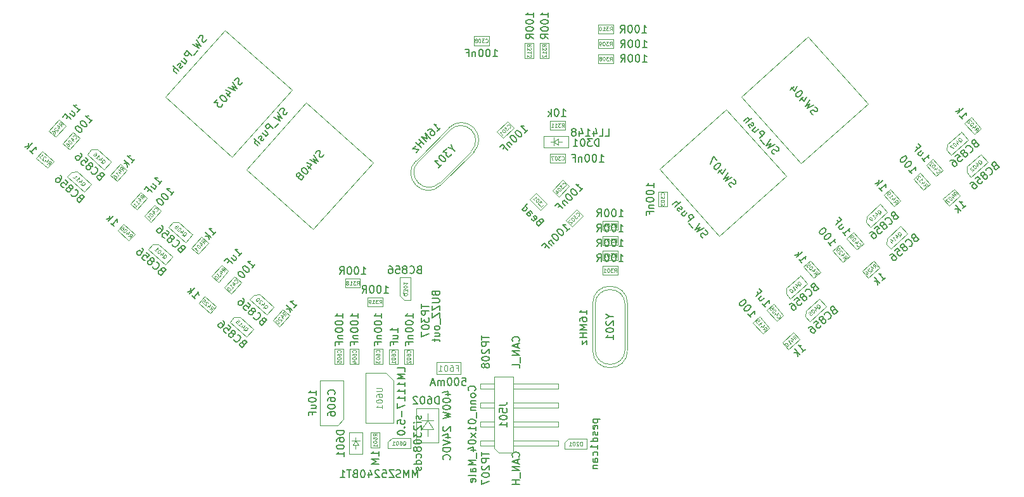
<source format=gbr>
G04 #@! TF.GenerationSoftware,KiCad,Pcbnew,5.1.4*
G04 #@! TF.CreationDate,2019-10-22T01:46:39-03:00*
G04 #@! TF.ProjectId,mswi,6d737769-2e6b-4696-9361-645f70636258,rev?*
G04 #@! TF.SameCoordinates,Original*
G04 #@! TF.FileFunction,Other,Fab,Bot*
%FSLAX46Y46*%
G04 Gerber Fmt 4.6, Leading zero omitted, Abs format (unit mm)*
G04 Created by KiCad (PCBNEW 5.1.4) date 2019-10-22 01:46:39*
%MOMM*%
%LPD*%
G04 APERTURE LIST*
%ADD10C,0.100000*%
%ADD11C,0.150000*%
%ADD12C,0.120000*%
%ADD13C,0.080000*%
%ADD14C,0.075000*%
G04 APERTURE END LIST*
D10*
X144535981Y-104651997D02*
X150535981Y-104651997D01*
X150535981Y-105291997D02*
X150535981Y-104651997D01*
X144535981Y-105291997D02*
X150535981Y-105291997D01*
X140175981Y-104651997D02*
X141995981Y-104651997D01*
X140175981Y-105291997D02*
X140175981Y-104651997D01*
X140175981Y-105291997D02*
X141995981Y-105291997D01*
X144535981Y-107191997D02*
X150535981Y-107191997D01*
X150535981Y-107831997D02*
X150535981Y-107191997D01*
X144535981Y-107831997D02*
X150535981Y-107831997D01*
X140175981Y-107191997D02*
X141995981Y-107191997D01*
X140175981Y-107831997D02*
X140175981Y-107191997D01*
X140175981Y-107831997D02*
X141995981Y-107831997D01*
X144535981Y-109731997D02*
X150535981Y-109731997D01*
X150535981Y-110371997D02*
X150535981Y-109731997D01*
X144535981Y-110371997D02*
X150535981Y-110371997D01*
X140175981Y-109731997D02*
X141995981Y-109731997D01*
X140175981Y-110371997D02*
X140175981Y-109731997D01*
X140175981Y-110371997D02*
X141995981Y-110371997D01*
X144535981Y-112271997D02*
X150535981Y-112271997D01*
X150535981Y-112911997D02*
X150535981Y-112271997D01*
X144535981Y-112911997D02*
X150535981Y-112911997D01*
X140175981Y-112271997D02*
X141995981Y-112271997D01*
X140175981Y-112911997D02*
X140175981Y-112271997D01*
X140175981Y-112911997D02*
X141995981Y-112911997D01*
X141995981Y-113226997D02*
X142630981Y-113861997D01*
X141995981Y-103701997D02*
X141995981Y-113226997D01*
X144535981Y-103701997D02*
X141995981Y-103701997D01*
X144535981Y-113861997D02*
X144535981Y-103701997D01*
X142630981Y-113861997D02*
X144535981Y-113861997D01*
X155487978Y-94047978D02*
G75*
G02X159487978Y-94047978I2000000J0D01*
G01*
X155487978Y-100047978D02*
G75*
G03X159487978Y-100047978I2000000J0D01*
G01*
X155162978Y-93922978D02*
G75*
G02X159812978Y-93922978I2325000J0D01*
G01*
X155162978Y-100172978D02*
G75*
G03X159812978Y-100172978I2325000J0D01*
G01*
X155487978Y-100047978D02*
X155487978Y-94047978D01*
X159487978Y-100047978D02*
X159487978Y-94047978D01*
X155162978Y-100172978D02*
X155162978Y-93922978D01*
X159812978Y-100172978D02*
X159812978Y-93922978D01*
X124845981Y-103215197D02*
X124845981Y-109915197D01*
X128545981Y-109915197D02*
X124845981Y-109915197D01*
X127545981Y-103215197D02*
X124845981Y-103215197D01*
X128545981Y-104215197D02*
X128545981Y-109915197D01*
X128545981Y-104215197D02*
X127545981Y-103215197D01*
X136117496Y-70699243D02*
G75*
G02X138945922Y-73527671I1414213J-1414214D01*
G01*
X131874854Y-74941885D02*
G75*
G03X134703282Y-77770311I1414214J-1414213D01*
G01*
X135976073Y-70381046D02*
G75*
G02X139264121Y-73669092I1644024J-1644023D01*
G01*
X131556657Y-74800463D02*
G75*
G03X134844703Y-78088509I1644023J-1644023D01*
G01*
X131874855Y-74941884D02*
X136117495Y-70699244D01*
X134703282Y-77770311D02*
X138945922Y-73527671D01*
X131556657Y-74800463D02*
X135976074Y-70381045D01*
X134844703Y-78088509D02*
X139264121Y-73669092D01*
X129983181Y-100027997D02*
X129983181Y-102027997D01*
X131183181Y-100027997D02*
X129983181Y-100027997D01*
X131183181Y-102027997D02*
X131183181Y-100027997D01*
X129983181Y-102027997D02*
X131183181Y-102027997D01*
X118695981Y-104191997D02*
X121895981Y-104191997D01*
X118695981Y-110191997D02*
X118695981Y-104191997D01*
X121095981Y-110191997D02*
X118695981Y-110191997D01*
X121895981Y-109391997D02*
X121095981Y-110191997D01*
X121895981Y-104191997D02*
X121895981Y-109391997D01*
X133097001Y-109542557D02*
X132296901Y-110693177D01*
X133097001Y-109542557D02*
X133846301Y-110693177D01*
X133846301Y-110693177D02*
X132296901Y-110693177D01*
X132296901Y-109542557D02*
X133897101Y-109542557D01*
X133097001Y-110693177D02*
X133097001Y-111691397D01*
X133097001Y-109542557D02*
X133097001Y-108640857D01*
X131595981Y-112491997D02*
X131595981Y-107891997D01*
X131595981Y-112491997D02*
X134595981Y-112491997D01*
X134595981Y-107891997D02*
X131595981Y-107891997D01*
X134595981Y-112491997D02*
X134595981Y-107891997D01*
X117836858Y-83998878D02*
X108891146Y-76000488D01*
X125835248Y-75053166D02*
X116889536Y-67054776D01*
X117836858Y-83998878D02*
X125835248Y-75053166D01*
X108891146Y-76000488D02*
X116889536Y-67054776D01*
X181037918Y-76897124D02*
X172092206Y-84895514D01*
X173039528Y-67951412D02*
X164093816Y-75949802D01*
X181037918Y-76897124D02*
X173039528Y-67951412D01*
X172092206Y-84895514D02*
X164093816Y-75949802D01*
X191948730Y-67195795D02*
X183003018Y-75194185D01*
X183950340Y-58250083D02*
X175004628Y-66248473D01*
X191948730Y-67195795D02*
X183950340Y-58250083D01*
X183003018Y-75194185D02*
X175004628Y-66248473D01*
X106990182Y-74300830D02*
X98044470Y-66302440D01*
X114988572Y-65355118D02*
X106042860Y-57356728D01*
X106990182Y-74300830D02*
X114988572Y-65355118D01*
X98044470Y-66302440D02*
X106042860Y-57356728D01*
X126695981Y-113166997D02*
X126695981Y-111166997D01*
X125495981Y-113166997D02*
X126695981Y-113166997D01*
X125495981Y-111166997D02*
X125495981Y-113166997D01*
X126695981Y-111166997D02*
X125495981Y-111166997D01*
X105146300Y-91060248D02*
X106479365Y-89569296D01*
X104251729Y-90260410D02*
X105146300Y-91060248D01*
X105584794Y-88769458D02*
X104251729Y-90260410D01*
X106479365Y-89569296D02*
X105584794Y-88769458D01*
X189488111Y-87584306D02*
X188155046Y-86093354D01*
X188593540Y-88384144D02*
X189488111Y-87584306D01*
X187260475Y-86893192D02*
X188593540Y-88384144D01*
X188155046Y-86093354D02*
X187260475Y-86893192D01*
X83426666Y-71640654D02*
X84759731Y-70149702D01*
X82532095Y-70840816D02*
X83426666Y-71640654D01*
X83865160Y-69349864D02*
X82532095Y-70840816D01*
X84759731Y-70149702D02*
X83865160Y-69349864D01*
X102558841Y-93879150D02*
X104049793Y-95212215D01*
X103358679Y-92984579D02*
X102558841Y-93879150D01*
X104849631Y-94317644D02*
X103358679Y-92984579D01*
X104049793Y-95212215D02*
X104849631Y-94317644D01*
X192001023Y-90469860D02*
X193491975Y-89136795D01*
X191201185Y-89575289D02*
X192001023Y-90469860D01*
X192692137Y-88242224D02*
X191201185Y-89575289D01*
X193491975Y-89136795D02*
X192692137Y-88242224D01*
X80839207Y-74459556D02*
X82330159Y-75792621D01*
X81639045Y-73564985D02*
X80839207Y-74459556D01*
X83129997Y-74898050D02*
X81639045Y-73564985D01*
X82330159Y-75792621D02*
X83129997Y-74898050D01*
X113320831Y-96995569D02*
X114653896Y-95504617D01*
X112426260Y-96195731D02*
X113320831Y-96995569D01*
X113759325Y-94704779D02*
X112426260Y-96195731D01*
X114653896Y-95504617D02*
X113759325Y-94704779D01*
X196297648Y-80122324D02*
X194964583Y-78631372D01*
X195403077Y-80922162D02*
X196297648Y-80122324D01*
X194070012Y-79431210D02*
X195403077Y-80922162D01*
X194964583Y-78631372D02*
X194070012Y-79431210D01*
X91601197Y-77575975D02*
X92934262Y-76085023D01*
X90706626Y-76776137D02*
X91601197Y-77575975D01*
X92039691Y-75285185D02*
X90706626Y-76776137D01*
X92934262Y-76085023D02*
X92039691Y-75285185D01*
X178781775Y-97156876D02*
X177448710Y-95665924D01*
X177887204Y-97956714D02*
X178781775Y-97156876D01*
X176554139Y-96465762D02*
X177887204Y-97956714D01*
X177448710Y-95665924D02*
X176554139Y-96465762D01*
X200265513Y-77948197D02*
X198932448Y-76457245D01*
X199370942Y-78748035D02*
X200265513Y-77948197D01*
X198037877Y-77257083D02*
X199370942Y-78748035D01*
X198932448Y-76457245D02*
X198037877Y-77257083D01*
X94292316Y-81355666D02*
X95625381Y-79864714D01*
X93397745Y-80555828D02*
X94292316Y-81355666D01*
X94730810Y-79064876D02*
X93397745Y-80555828D01*
X95625381Y-79864714D02*
X94730810Y-79064876D01*
X181294687Y-100042430D02*
X182785639Y-98709365D01*
X180494849Y-99147859D02*
X181294687Y-100042430D01*
X181985801Y-97814794D02*
X180494849Y-99147859D01*
X182785639Y-98709365D02*
X181985801Y-97814794D01*
X202778424Y-80833751D02*
X204269376Y-79500686D01*
X201978586Y-79939180D02*
X202778424Y-80833751D01*
X203469538Y-78606115D02*
X201978586Y-79939180D01*
X204269376Y-79500686D02*
X203469538Y-78606115D01*
X91704857Y-84174568D02*
X93195809Y-85507633D01*
X92504695Y-83279997D02*
X91704857Y-84174568D01*
X93995647Y-84613062D02*
X92504695Y-83279997D01*
X93195809Y-85507633D02*
X93995647Y-84613062D01*
X185591312Y-89694894D02*
X184258247Y-88203942D01*
X184696741Y-90494732D02*
X185591312Y-89694894D01*
X183363676Y-89003780D02*
X184696741Y-90494732D01*
X184258247Y-88203942D02*
X183363676Y-89003780D01*
X207075050Y-70486215D02*
X205741985Y-68995263D01*
X206180479Y-71286053D02*
X207075050Y-70486215D01*
X204847414Y-69795101D02*
X206180479Y-71286053D01*
X205741985Y-68995263D02*
X204847414Y-69795101D01*
X102466846Y-87290987D02*
X103799911Y-85800035D01*
X101572275Y-86491149D02*
X102466846Y-87290987D01*
X102905340Y-85000197D02*
X101572275Y-86491149D01*
X103799911Y-85800035D02*
X102905340Y-85000197D01*
X127099965Y-93091997D02*
X125099965Y-93091997D01*
X127099965Y-94291997D02*
X127099965Y-93091997D01*
X125099965Y-94291997D02*
X127099965Y-94291997D01*
X125099965Y-93091997D02*
X125099965Y-94291997D01*
X124099965Y-90591997D02*
X122099965Y-90591997D01*
X124099965Y-91791997D02*
X124099965Y-90591997D01*
X122099965Y-91791997D02*
X124099965Y-91791997D01*
X122099965Y-90591997D02*
X122099965Y-91791997D01*
X146095981Y-59096016D02*
X146095981Y-61096016D01*
X147295981Y-59096016D02*
X146095981Y-59096016D01*
X147295981Y-61096016D02*
X147295981Y-59096016D01*
X146095981Y-61096016D02*
X147295981Y-61096016D01*
X148095981Y-59096016D02*
X148095981Y-61096016D01*
X149295981Y-59096016D02*
X148095981Y-59096016D01*
X149295981Y-61096016D02*
X149295981Y-59096016D01*
X148095981Y-61096016D02*
X149295981Y-61096016D01*
X151495981Y-69487978D02*
X149495981Y-69487978D01*
X151495981Y-70687978D02*
X151495981Y-69487978D01*
X149495981Y-70687978D02*
X151495981Y-70687978D01*
X149495981Y-69487978D02*
X149495981Y-70687978D01*
X155895981Y-57791997D02*
X157895981Y-57791997D01*
X155895981Y-56591997D02*
X155895981Y-57791997D01*
X157895981Y-56591997D02*
X155895981Y-56591997D01*
X157895981Y-57791997D02*
X157895981Y-56591997D01*
X155895981Y-59791997D02*
X157895981Y-59791997D01*
X155895981Y-58591997D02*
X155895981Y-59791997D01*
X157895981Y-58591997D02*
X155895981Y-58591997D01*
X157895981Y-59791997D02*
X157895981Y-58591997D01*
X157895981Y-60591997D02*
X155895981Y-60591997D01*
X157895981Y-61791997D02*
X157895981Y-60591997D01*
X155895981Y-61791997D02*
X157895981Y-61791997D01*
X155895981Y-60591997D02*
X155895981Y-61791997D01*
X158495981Y-82887978D02*
X156495981Y-82887978D01*
X158495981Y-84087978D02*
X158495981Y-82887978D01*
X156495981Y-84087978D02*
X158495981Y-84087978D01*
X156495981Y-82887978D02*
X156495981Y-84087978D01*
X158495981Y-84887978D02*
X156495981Y-84887978D01*
X158495981Y-86087978D02*
X158495981Y-84887978D01*
X156495981Y-86087978D02*
X158495981Y-86087978D01*
X156495981Y-84887978D02*
X156495981Y-86087978D01*
X158495981Y-86887978D02*
X156495981Y-86887978D01*
X158495981Y-88087978D02*
X158495981Y-86887978D01*
X156495981Y-88087978D02*
X158495981Y-88087978D01*
X156495981Y-86887978D02*
X156495981Y-88087978D01*
X158495981Y-88887978D02*
X156495981Y-88887978D01*
X158495981Y-90087978D02*
X158495981Y-88887978D01*
X156495981Y-90087978D02*
X158495981Y-90087978D01*
X156495981Y-88887978D02*
X156495981Y-90087978D01*
X130815981Y-111891997D02*
X130815981Y-113291997D01*
X127775981Y-113291997D02*
X130815981Y-113291997D01*
X128345981Y-111891997D02*
X127775981Y-112441997D01*
X127775981Y-112441997D02*
X127775981Y-113291997D01*
X128345981Y-111891997D02*
X130795981Y-111891997D01*
X112534379Y-94379463D02*
X111601234Y-95423130D01*
X109334987Y-93396871D02*
X111601234Y-95423130D01*
X110693054Y-92733128D02*
X109901539Y-92763216D01*
X109901539Y-92763216D02*
X109334987Y-93396871D01*
X110693054Y-92733128D02*
X112519470Y-94366133D01*
X193610182Y-80612259D02*
X194543327Y-81655926D01*
X192277080Y-83682185D02*
X194543327Y-81655926D01*
X191768856Y-82258595D02*
X191710528Y-83048530D01*
X191710528Y-83048530D02*
X192277080Y-83682185D01*
X191768856Y-82258595D02*
X193595272Y-80625590D01*
X90814745Y-74959869D02*
X89881600Y-76003536D01*
X87615353Y-73977277D02*
X89881600Y-76003536D01*
X88973420Y-73313534D02*
X88181905Y-73343622D01*
X88181905Y-73343622D02*
X87615353Y-73977277D01*
X88973420Y-73313534D02*
X90799836Y-74946539D01*
X109868249Y-97361367D02*
X108935104Y-98405034D01*
X106668857Y-96378775D02*
X108935104Y-98405034D01*
X108026924Y-95715032D02*
X107235409Y-95745120D01*
X107235409Y-95745120D02*
X106668857Y-96378775D01*
X108026924Y-95715032D02*
X109853340Y-97348037D01*
X196313585Y-83560836D02*
X197246730Y-84604503D01*
X194980483Y-86630762D02*
X197246730Y-84604503D01*
X194472259Y-85207172D02*
X194413931Y-85997107D01*
X194413931Y-85997107D02*
X194980483Y-86630762D01*
X194472259Y-85207172D02*
X196298675Y-83574167D01*
X88148615Y-77941773D02*
X87215470Y-78985440D01*
X84949223Y-76959181D02*
X87215470Y-78985440D01*
X86307290Y-76295438D02*
X85515775Y-76325526D01*
X85515775Y-76325526D02*
X84949223Y-76959181D01*
X86307290Y-76295438D02*
X88133706Y-77928443D01*
X182903845Y-90184828D02*
X183836990Y-91228495D01*
X181570743Y-93254754D02*
X183836990Y-91228495D01*
X181062519Y-91831164D02*
X181004191Y-92621099D01*
X181004191Y-92621099D02*
X181570743Y-93254754D01*
X181062519Y-91831164D02*
X182888935Y-90198159D01*
X204387583Y-70976149D02*
X205320728Y-72019816D01*
X203054481Y-74046075D02*
X205320728Y-72019816D01*
X202546257Y-72622485D02*
X202487929Y-73412420D01*
X202487929Y-73412420D02*
X203054481Y-74046075D01*
X202546257Y-72622485D02*
X204372673Y-70989480D01*
X101680395Y-84674881D02*
X100747250Y-85718548D01*
X98481003Y-83692289D02*
X100747250Y-85718548D01*
X99839070Y-83028546D02*
X99047555Y-83058634D01*
X99047555Y-83058634D02*
X98481003Y-83692289D01*
X99839070Y-83028546D02*
X101665486Y-84661551D01*
X185469947Y-93256167D02*
X186403092Y-94299834D01*
X184136845Y-96326093D02*
X186403092Y-94299834D01*
X183628621Y-94902503D02*
X183570293Y-95692438D01*
X183570293Y-95692438D02*
X184136845Y-96326093D01*
X183628621Y-94902503D02*
X185455037Y-93269498D01*
X207053713Y-73958053D02*
X207986858Y-75001720D01*
X205720611Y-77027979D02*
X207986858Y-75001720D01*
X205212387Y-75604389D02*
X205154059Y-76394324D01*
X205154059Y-76394324D02*
X205720611Y-77027979D01*
X205212387Y-75604389D02*
X207038803Y-73971384D01*
X99014265Y-87656785D02*
X98081120Y-88700452D01*
X95814873Y-86674193D02*
X98081120Y-88700452D01*
X97172940Y-86010450D02*
X96381425Y-86040538D01*
X96381425Y-86040538D02*
X95814873Y-86674193D01*
X97172940Y-86010450D02*
X98999356Y-87643455D01*
X129399965Y-90421997D02*
X130799965Y-90421997D01*
X130799965Y-93461997D02*
X130799965Y-90421997D01*
X129399965Y-92891997D02*
X129949965Y-93461997D01*
X129949965Y-93461997D02*
X130799965Y-93461997D01*
X129399965Y-92891997D02*
X129399965Y-90441997D01*
X149027352Y-80570821D02*
X147613138Y-79156607D01*
X148178824Y-81419349D02*
X149027352Y-80570821D01*
X146764610Y-80005135D02*
X148178824Y-81419349D01*
X147613138Y-79156607D02*
X146764610Y-80005135D01*
X134295981Y-103391997D02*
X137495981Y-103391997D01*
X134295981Y-101791997D02*
X134295981Y-103391997D01*
X137495981Y-101791997D02*
X134295981Y-101791997D01*
X137495981Y-103391997D02*
X137495981Y-101791997D01*
X122595981Y-111191997D02*
X122595981Y-113991997D01*
X122595981Y-113991997D02*
X124395981Y-113991997D01*
X124395981Y-113991997D02*
X124395981Y-111191997D01*
X124395981Y-111191997D02*
X122595981Y-111191997D01*
X123495981Y-111841997D02*
X123495981Y-112241997D01*
X123495981Y-112241997D02*
X122945981Y-112241997D01*
X123495981Y-112241997D02*
X124045981Y-112241997D01*
X123495981Y-112241997D02*
X123095981Y-112841997D01*
X123095981Y-112841997D02*
X123895981Y-112841997D01*
X123895981Y-112841997D02*
X123495981Y-112241997D01*
X123495981Y-112841997D02*
X123495981Y-113341997D01*
X149545981Y-72287978D02*
X149945981Y-72287978D01*
X149945981Y-72287978D02*
X149945981Y-72837978D01*
X149945981Y-72287978D02*
X149945981Y-71737978D01*
X149945981Y-72287978D02*
X150545981Y-72687978D01*
X150545981Y-72687978D02*
X150545981Y-71887978D01*
X150545981Y-71887978D02*
X149945981Y-72287978D01*
X150545981Y-72287978D02*
X151045981Y-72287978D01*
X148645981Y-73087978D02*
X151945981Y-73087978D01*
X148645981Y-71487978D02*
X148645981Y-73087978D01*
X151945981Y-71487978D02*
X148645981Y-71487978D01*
X151945981Y-73087978D02*
X151945981Y-71487978D01*
X154415981Y-111987978D02*
X154415981Y-113387978D01*
X151375981Y-113387978D02*
X154415981Y-113387978D01*
X151945981Y-111987978D02*
X151375981Y-112537978D01*
X151375981Y-112537978D02*
X151375981Y-113387978D01*
X151945981Y-111987978D02*
X154395981Y-111987978D01*
X120687978Y-99991997D02*
X120687978Y-101991997D01*
X121887978Y-99991997D02*
X120687978Y-99991997D01*
X121887978Y-101991997D02*
X121887978Y-99991997D01*
X120687978Y-101991997D02*
X121887978Y-101991997D01*
X122718781Y-99991997D02*
X122718781Y-101991997D01*
X123918781Y-99991997D02*
X122718781Y-99991997D01*
X123918781Y-101991997D02*
X123918781Y-99991997D01*
X122718781Y-101991997D02*
X123918781Y-101991997D01*
X125895981Y-99983994D02*
X125895981Y-101983994D01*
X127095981Y-99983994D02*
X125895981Y-99983994D01*
X127095981Y-101983994D02*
X127095981Y-99983994D01*
X125895981Y-101983994D02*
X127095981Y-101983994D01*
X127951181Y-100027997D02*
X127951181Y-102027997D01*
X129151181Y-100027997D02*
X127951181Y-100027997D01*
X129151181Y-102027997D02*
X129151181Y-100027997D01*
X127951181Y-102027997D02*
X129151181Y-102027997D01*
X107299389Y-90302483D02*
X105966324Y-91793435D01*
X108193960Y-91102321D02*
X107299389Y-90302483D01*
X106860895Y-92593273D02*
X108193960Y-91102321D01*
X105966324Y-91793435D02*
X106860895Y-92593273D01*
X189124165Y-85226861D02*
X190457230Y-86717813D01*
X190018736Y-84427023D02*
X189124165Y-85226861D01*
X191351801Y-85917975D02*
X190018736Y-84427023D01*
X190457230Y-86717813D02*
X191351801Y-85917975D01*
X85728850Y-71016195D02*
X84395785Y-72507147D01*
X86623421Y-71816033D02*
X85728850Y-71016195D01*
X85290356Y-73306985D02*
X86623421Y-71816033D01*
X84395785Y-72507147D02*
X85290356Y-73306985D01*
X178417829Y-94799431D02*
X179750894Y-96290383D01*
X179312400Y-93999593D02*
X178417829Y-94799431D01*
X180645465Y-95490545D02*
X179312400Y-93999593D01*
X179750894Y-96290383D02*
X180645465Y-95490545D01*
X199718270Y-75385745D02*
X201051335Y-76876697D01*
X200612841Y-74585907D02*
X199718270Y-75385745D01*
X201945906Y-76076859D02*
X200612841Y-74585907D01*
X201051335Y-76876697D02*
X201945906Y-76076859D01*
X96594500Y-80731207D02*
X95261435Y-82222159D01*
X97489071Y-81531045D02*
X96594500Y-80731207D01*
X96156006Y-83021997D02*
X97489071Y-81531045D01*
X95261435Y-82222159D02*
X96156006Y-83021997D01*
X139295981Y-59391997D02*
X141295981Y-59391997D01*
X139295981Y-58191997D02*
X139295981Y-59391997D01*
X141295981Y-58191997D02*
X139295981Y-58191997D01*
X141295981Y-59391997D02*
X141295981Y-58191997D01*
X149495981Y-75087978D02*
X151495981Y-75087978D01*
X149495981Y-73887978D02*
X149495981Y-75087978D01*
X151495981Y-73887978D02*
X149495981Y-73887978D01*
X151495981Y-75087978D02*
X151495981Y-73887978D01*
X150613138Y-79619349D02*
X152027352Y-78205135D01*
X149764610Y-78770821D02*
X150613138Y-79619349D01*
X151178824Y-77356607D02*
X149764610Y-78770821D01*
X152027352Y-78205135D02*
X151178824Y-77356607D01*
X163917581Y-78945997D02*
X163917581Y-80945997D01*
X165117581Y-78945997D02*
X163917581Y-78945997D01*
X165117581Y-80945997D02*
X165117581Y-78945997D01*
X163917581Y-80945997D02*
X165117581Y-80945997D01*
X152978824Y-81356607D02*
X151564610Y-82770821D01*
X153827352Y-82205135D02*
X152978824Y-81356607D01*
X152413138Y-83619349D02*
X153827352Y-82205135D01*
X151564610Y-82770821D02*
X152413138Y-83619349D01*
X143205135Y-71819349D02*
X144619349Y-70405135D01*
X142356607Y-70970821D02*
X143205135Y-71819349D01*
X143770821Y-69556607D02*
X142356607Y-70970821D01*
X144619349Y-70405135D02*
X143770821Y-69556607D01*
D11*
X139423923Y-105557863D02*
X139471542Y-105510244D01*
X139519161Y-105367387D01*
X139519161Y-105272149D01*
X139471542Y-105129292D01*
X139376304Y-105034054D01*
X139281066Y-104986435D01*
X139090590Y-104938816D01*
X138947733Y-104938816D01*
X138757257Y-104986435D01*
X138662019Y-105034054D01*
X138566781Y-105129292D01*
X138519161Y-105272149D01*
X138519161Y-105367387D01*
X138566781Y-105510244D01*
X138614400Y-105557863D01*
X139519161Y-106129292D02*
X139471542Y-106034054D01*
X139423923Y-105986435D01*
X139328685Y-105938816D01*
X139042971Y-105938816D01*
X138947733Y-105986435D01*
X138900114Y-106034054D01*
X138852495Y-106129292D01*
X138852495Y-106272149D01*
X138900114Y-106367387D01*
X138947733Y-106415006D01*
X139042971Y-106462625D01*
X139328685Y-106462625D01*
X139423923Y-106415006D01*
X139471542Y-106367387D01*
X139519161Y-106272149D01*
X139519161Y-106129292D01*
X138852495Y-106891197D02*
X139519161Y-106891197D01*
X138947733Y-106891197D02*
X138900114Y-106938816D01*
X138852495Y-107034054D01*
X138852495Y-107176911D01*
X138900114Y-107272149D01*
X138995352Y-107319768D01*
X139519161Y-107319768D01*
X138852495Y-107795958D02*
X139519161Y-107795958D01*
X138947733Y-107795958D02*
X138900114Y-107843577D01*
X138852495Y-107938816D01*
X138852495Y-108081673D01*
X138900114Y-108176911D01*
X138995352Y-108224530D01*
X139519161Y-108224530D01*
X139614400Y-108462625D02*
X139614400Y-109224530D01*
X138519161Y-109653101D02*
X138519161Y-109748339D01*
X138566781Y-109843577D01*
X138614400Y-109891197D01*
X138709638Y-109938816D01*
X138900114Y-109986435D01*
X139138209Y-109986435D01*
X139328685Y-109938816D01*
X139423923Y-109891197D01*
X139471542Y-109843577D01*
X139519161Y-109748339D01*
X139519161Y-109653101D01*
X139471542Y-109557863D01*
X139423923Y-109510244D01*
X139328685Y-109462625D01*
X139138209Y-109415006D01*
X138900114Y-109415006D01*
X138709638Y-109462625D01*
X138614400Y-109510244D01*
X138566781Y-109557863D01*
X138519161Y-109653101D01*
X139519161Y-110938816D02*
X139519161Y-110367387D01*
X139519161Y-110653101D02*
X138519161Y-110653101D01*
X138662019Y-110557863D01*
X138757257Y-110462625D01*
X138804876Y-110367387D01*
X139519161Y-111272149D02*
X138852495Y-111795958D01*
X138852495Y-111272149D02*
X139519161Y-111795958D01*
X138519161Y-112367387D02*
X138519161Y-112462625D01*
X138566781Y-112557863D01*
X138614400Y-112605482D01*
X138709638Y-112653101D01*
X138900114Y-112700720D01*
X139138209Y-112700720D01*
X139328685Y-112653101D01*
X139423923Y-112605482D01*
X139471542Y-112557863D01*
X139519161Y-112462625D01*
X139519161Y-112367387D01*
X139471542Y-112272149D01*
X139423923Y-112224530D01*
X139328685Y-112176911D01*
X139138209Y-112129292D01*
X138900114Y-112129292D01*
X138709638Y-112176911D01*
X138614400Y-112224530D01*
X138566781Y-112272149D01*
X138519161Y-112367387D01*
X138852495Y-113557863D02*
X139519161Y-113557863D01*
X138471542Y-113319768D02*
X139185828Y-113081673D01*
X139185828Y-113700720D01*
X139614400Y-113843577D02*
X139614400Y-114605482D01*
X139519161Y-114843577D02*
X138519161Y-114843577D01*
X139233447Y-115176911D01*
X138519161Y-115510244D01*
X139519161Y-115510244D01*
X139519161Y-116415006D02*
X138995352Y-116415006D01*
X138900114Y-116367387D01*
X138852495Y-116272149D01*
X138852495Y-116081673D01*
X138900114Y-115986435D01*
X139471542Y-116415006D02*
X139519161Y-116319768D01*
X139519161Y-116081673D01*
X139471542Y-115986435D01*
X139376304Y-115938816D01*
X139281066Y-115938816D01*
X139185828Y-115986435D01*
X139138209Y-116081673D01*
X139138209Y-116319768D01*
X139090590Y-116415006D01*
X139519161Y-117034054D02*
X139471542Y-116938816D01*
X139376304Y-116891197D01*
X138519161Y-116891197D01*
X139471542Y-117795958D02*
X139519161Y-117700720D01*
X139519161Y-117510244D01*
X139471542Y-117415006D01*
X139376304Y-117367387D01*
X138995352Y-117367387D01*
X138900114Y-117415006D01*
X138852495Y-117510244D01*
X138852495Y-117700720D01*
X138900114Y-117795958D01*
X138995352Y-117843577D01*
X139090590Y-117843577D01*
X139185828Y-117367387D01*
X142718361Y-107496282D02*
X143432647Y-107496282D01*
X143575504Y-107448663D01*
X143670742Y-107353425D01*
X143718361Y-107210568D01*
X143718361Y-107115330D01*
X142718361Y-108448663D02*
X142718361Y-107972473D01*
X143194552Y-107924854D01*
X143146933Y-107972473D01*
X143099314Y-108067711D01*
X143099314Y-108305806D01*
X143146933Y-108401044D01*
X143194552Y-108448663D01*
X143289790Y-108496282D01*
X143527885Y-108496282D01*
X143623123Y-108448663D01*
X143670742Y-108401044D01*
X143718361Y-108305806D01*
X143718361Y-108067711D01*
X143670742Y-107972473D01*
X143623123Y-107924854D01*
X142718361Y-109115330D02*
X142718361Y-109210568D01*
X142765981Y-109305806D01*
X142813600Y-109353425D01*
X142908838Y-109401044D01*
X143099314Y-109448663D01*
X143337409Y-109448663D01*
X143527885Y-109401044D01*
X143623123Y-109353425D01*
X143670742Y-109305806D01*
X143718361Y-109210568D01*
X143718361Y-109115330D01*
X143670742Y-109020092D01*
X143623123Y-108972473D01*
X143527885Y-108924854D01*
X143337409Y-108877235D01*
X143099314Y-108877235D01*
X142908838Y-108924854D01*
X142813600Y-108972473D01*
X142765981Y-109020092D01*
X142718361Y-109115330D01*
X143718361Y-110401044D02*
X143718361Y-109829616D01*
X143718361Y-110115330D02*
X142718361Y-110115330D01*
X142861219Y-110020092D01*
X142956457Y-109924854D01*
X143004076Y-109829616D01*
X154415358Y-95357501D02*
X154415358Y-94786073D01*
X154415358Y-95071787D02*
X153415358Y-95071787D01*
X153558216Y-94976549D01*
X153653454Y-94881311D01*
X153701073Y-94786073D01*
X153415358Y-96214644D02*
X153415358Y-96024168D01*
X153462978Y-95928930D01*
X153510597Y-95881311D01*
X153653454Y-95786073D01*
X153843930Y-95738454D01*
X154224882Y-95738454D01*
X154320120Y-95786073D01*
X154367739Y-95833692D01*
X154415358Y-95928930D01*
X154415358Y-96119406D01*
X154367739Y-96214644D01*
X154320120Y-96262263D01*
X154224882Y-96309882D01*
X153986787Y-96309882D01*
X153891549Y-96262263D01*
X153843930Y-96214644D01*
X153796311Y-96119406D01*
X153796311Y-95928930D01*
X153843930Y-95833692D01*
X153891549Y-95786073D01*
X153986787Y-95738454D01*
X154415358Y-96738454D02*
X153415358Y-96738454D01*
X154129644Y-97071787D01*
X153415358Y-97405120D01*
X154415358Y-97405120D01*
X154415358Y-97881311D02*
X153415358Y-97881311D01*
X153891549Y-97881311D02*
X153891549Y-98452739D01*
X154415358Y-98452739D02*
X153415358Y-98452739D01*
X153748692Y-98833692D02*
X153748692Y-99357501D01*
X154415358Y-98833692D01*
X154415358Y-99357501D01*
X157464168Y-95619406D02*
X157940358Y-95619406D01*
X156940358Y-95286073D02*
X157464168Y-95619406D01*
X156940358Y-95952739D01*
X157035597Y-96238454D02*
X156987978Y-96286073D01*
X156940358Y-96381311D01*
X156940358Y-96619406D01*
X156987978Y-96714644D01*
X157035597Y-96762263D01*
X157130835Y-96809882D01*
X157226073Y-96809882D01*
X157368930Y-96762263D01*
X157940358Y-96190835D01*
X157940358Y-96809882D01*
X156940358Y-97428930D02*
X156940358Y-97524168D01*
X156987978Y-97619406D01*
X157035597Y-97667025D01*
X157130835Y-97714644D01*
X157321311Y-97762263D01*
X157559406Y-97762263D01*
X157749882Y-97714644D01*
X157845120Y-97667025D01*
X157892739Y-97619406D01*
X157940358Y-97524168D01*
X157940358Y-97428930D01*
X157892739Y-97333692D01*
X157845120Y-97286073D01*
X157749882Y-97238454D01*
X157559406Y-97190835D01*
X157321311Y-97190835D01*
X157130835Y-97238454D01*
X157035597Y-97286073D01*
X156987978Y-97333692D01*
X156940358Y-97428930D01*
X157940358Y-98714644D02*
X157940358Y-98143216D01*
X157940358Y-98428930D02*
X156940358Y-98428930D01*
X157083216Y-98333692D01*
X157178454Y-98238454D01*
X157226073Y-98143216D01*
X130070361Y-102995406D02*
X130070361Y-102519216D01*
X129070361Y-102519216D01*
X130070361Y-103328739D02*
X129070361Y-103328739D01*
X129784647Y-103662073D01*
X129070361Y-103995406D01*
X130070361Y-103995406D01*
X130070361Y-104995406D02*
X130070361Y-104423977D01*
X130070361Y-104709692D02*
X129070361Y-104709692D01*
X129213219Y-104614454D01*
X129308457Y-104519216D01*
X129356076Y-104423977D01*
X130070361Y-105947787D02*
X130070361Y-105376358D01*
X130070361Y-105662073D02*
X129070361Y-105662073D01*
X129213219Y-105566835D01*
X129308457Y-105471597D01*
X129356076Y-105376358D01*
X130070361Y-106900168D02*
X130070361Y-106328739D01*
X130070361Y-106614454D02*
X129070361Y-106614454D01*
X129213219Y-106519216D01*
X129308457Y-106423977D01*
X129356076Y-106328739D01*
X129070361Y-107233501D02*
X129070361Y-107900168D01*
X130070361Y-107471597D01*
X129689409Y-108281120D02*
X129689409Y-109043025D01*
X129070361Y-109995406D02*
X129070361Y-109519216D01*
X129546552Y-109471597D01*
X129498933Y-109519216D01*
X129451314Y-109614454D01*
X129451314Y-109852549D01*
X129498933Y-109947787D01*
X129546552Y-109995406D01*
X129641790Y-110043025D01*
X129879885Y-110043025D01*
X129975123Y-109995406D01*
X130022742Y-109947787D01*
X130070361Y-109852549D01*
X130070361Y-109614454D01*
X130022742Y-109519216D01*
X129975123Y-109471597D01*
X129975123Y-110471597D02*
X130022742Y-110519216D01*
X130070361Y-110471597D01*
X130022742Y-110423977D01*
X129975123Y-110471597D01*
X130070361Y-110471597D01*
X129070361Y-111138263D02*
X129070361Y-111233501D01*
X129117981Y-111328739D01*
X129165600Y-111376358D01*
X129260838Y-111423977D01*
X129451314Y-111471597D01*
X129689409Y-111471597D01*
X129879885Y-111423977D01*
X129975123Y-111376358D01*
X130022742Y-111328739D01*
X130070361Y-111233501D01*
X130070361Y-111138263D01*
X130022742Y-111043025D01*
X129975123Y-110995406D01*
X129879885Y-110947787D01*
X129689409Y-110900168D01*
X129451314Y-110900168D01*
X129260838Y-110947787D01*
X129165600Y-110995406D01*
X129117981Y-111043025D01*
X129070361Y-111138263D01*
D12*
X126257885Y-105193768D02*
X126905504Y-105193768D01*
X126981695Y-105231863D01*
X127019790Y-105269958D01*
X127057885Y-105346149D01*
X127057885Y-105498530D01*
X127019790Y-105574720D01*
X126981695Y-105612816D01*
X126905504Y-105650911D01*
X126257885Y-105650911D01*
X126257885Y-106374720D02*
X126257885Y-106222339D01*
X126295981Y-106146149D01*
X126334076Y-106108054D01*
X126448361Y-106031863D01*
X126600742Y-105993768D01*
X126905504Y-105993768D01*
X126981695Y-106031863D01*
X127019790Y-106069958D01*
X127057885Y-106146149D01*
X127057885Y-106298530D01*
X127019790Y-106374720D01*
X126981695Y-106412816D01*
X126905504Y-106450911D01*
X126715028Y-106450911D01*
X126638838Y-106412816D01*
X126600742Y-106374720D01*
X126562647Y-106298530D01*
X126562647Y-106146149D01*
X126600742Y-106069958D01*
X126638838Y-106031863D01*
X126715028Y-105993768D01*
X126257885Y-106946149D02*
X126257885Y-107022339D01*
X126295981Y-107098530D01*
X126334076Y-107136625D01*
X126410266Y-107174720D01*
X126562647Y-107212816D01*
X126753123Y-107212816D01*
X126905504Y-107174720D01*
X126981695Y-107136625D01*
X127019790Y-107098530D01*
X127057885Y-107022339D01*
X127057885Y-106946149D01*
X127019790Y-106869958D01*
X126981695Y-106831863D01*
X126905504Y-106793768D01*
X126753123Y-106755673D01*
X126562647Y-106755673D01*
X126410266Y-106793768D01*
X126334076Y-106831863D01*
X126295981Y-106869958D01*
X126257885Y-106946149D01*
X127057885Y-107974720D02*
X127057885Y-107517577D01*
X127057885Y-107746149D02*
X126257885Y-107746149D01*
X126372171Y-107669958D01*
X126448361Y-107593768D01*
X126486457Y-107517577D01*
D11*
X134433065Y-70866760D02*
X134837126Y-70462699D01*
X134635096Y-70664729D02*
X133927989Y-69957623D01*
X134096348Y-69991294D01*
X134231035Y-69991294D01*
X134332050Y-69957623D01*
X133119867Y-70765745D02*
X133254554Y-70631058D01*
X133355569Y-70597386D01*
X133422913Y-70597386D01*
X133591272Y-70631058D01*
X133759630Y-70732073D01*
X134029004Y-71001447D01*
X134062676Y-71102462D01*
X134062676Y-71169806D01*
X134029004Y-71270821D01*
X133894317Y-71405508D01*
X133793302Y-71439180D01*
X133725959Y-71439180D01*
X133624943Y-71405508D01*
X133456585Y-71237149D01*
X133422913Y-71136134D01*
X133422913Y-71068790D01*
X133456585Y-70967775D01*
X133591272Y-70833088D01*
X133692287Y-70799416D01*
X133759630Y-70799416D01*
X133860646Y-70833088D01*
X133456585Y-71843241D02*
X132749478Y-71136134D01*
X133018852Y-71876913D01*
X132278073Y-71607538D01*
X132985180Y-72314645D01*
X132648462Y-72651363D02*
X131941356Y-71944256D01*
X132278073Y-72280974D02*
X131874012Y-72685035D01*
X132244401Y-73055424D02*
X131537295Y-72348317D01*
X131503623Y-72853393D02*
X131133234Y-73223783D01*
X131975027Y-73324798D01*
X131604638Y-73695187D01*
X136403705Y-73207788D02*
X136740423Y-73544506D01*
X136269018Y-72601697D02*
X136403705Y-73207788D01*
X135797614Y-73073101D01*
X135629255Y-73241460D02*
X135191522Y-73679193D01*
X135696598Y-73712864D01*
X135595583Y-73813880D01*
X135561911Y-73914895D01*
X135561911Y-73982238D01*
X135595583Y-74083254D01*
X135763942Y-74251612D01*
X135864957Y-74285284D01*
X135932301Y-74285284D01*
X136033316Y-74251612D01*
X136235346Y-74049582D01*
X136269018Y-73948567D01*
X136269018Y-73881223D01*
X134753789Y-74116925D02*
X134686446Y-74184269D01*
X134652774Y-74285284D01*
X134652774Y-74352628D01*
X134686446Y-74453643D01*
X134787461Y-74622002D01*
X134955820Y-74790360D01*
X135124179Y-74891376D01*
X135225194Y-74925047D01*
X135292537Y-74925047D01*
X135393553Y-74891376D01*
X135460896Y-74824032D01*
X135494568Y-74723017D01*
X135494568Y-74655673D01*
X135460896Y-74554658D01*
X135359881Y-74386299D01*
X135191522Y-74217941D01*
X135023163Y-74116925D01*
X134922148Y-74083254D01*
X134854805Y-74083254D01*
X134753789Y-74116925D01*
X134551759Y-75733169D02*
X134955820Y-75329108D01*
X134753789Y-75531139D02*
X134046683Y-74824032D01*
X134215041Y-74857704D01*
X134349728Y-74857704D01*
X134450744Y-74824032D01*
X131137161Y-95822777D02*
X131137161Y-95251349D01*
X131137161Y-95537063D02*
X130137161Y-95537063D01*
X130280019Y-95441825D01*
X130375257Y-95346587D01*
X130422876Y-95251349D01*
X130137161Y-96441825D02*
X130137161Y-96537063D01*
X130184781Y-96632301D01*
X130232400Y-96679920D01*
X130327638Y-96727539D01*
X130518114Y-96775158D01*
X130756209Y-96775158D01*
X130946685Y-96727539D01*
X131041923Y-96679920D01*
X131089542Y-96632301D01*
X131137161Y-96537063D01*
X131137161Y-96441825D01*
X131089542Y-96346587D01*
X131041923Y-96298968D01*
X130946685Y-96251349D01*
X130756209Y-96203730D01*
X130518114Y-96203730D01*
X130327638Y-96251349D01*
X130232400Y-96298968D01*
X130184781Y-96346587D01*
X130137161Y-96441825D01*
X130137161Y-97394206D02*
X130137161Y-97489444D01*
X130184781Y-97584682D01*
X130232400Y-97632301D01*
X130327638Y-97679920D01*
X130518114Y-97727539D01*
X130756209Y-97727539D01*
X130946685Y-97679920D01*
X131041923Y-97632301D01*
X131089542Y-97584682D01*
X131137161Y-97489444D01*
X131137161Y-97394206D01*
X131089542Y-97298968D01*
X131041923Y-97251349D01*
X130946685Y-97203730D01*
X130756209Y-97156111D01*
X130518114Y-97156111D01*
X130327638Y-97203730D01*
X130232400Y-97251349D01*
X130184781Y-97298968D01*
X130137161Y-97394206D01*
X130470495Y-98156111D02*
X131137161Y-98156111D01*
X130565733Y-98156111D02*
X130518114Y-98203730D01*
X130470495Y-98298968D01*
X130470495Y-98441825D01*
X130518114Y-98537063D01*
X130613352Y-98584682D01*
X131137161Y-98584682D01*
X130613352Y-99394206D02*
X130613352Y-99060873D01*
X131137161Y-99060873D02*
X130137161Y-99060873D01*
X130137161Y-99537063D01*
D13*
X130761752Y-100468473D02*
X130785561Y-100444663D01*
X130809371Y-100373235D01*
X130809371Y-100325616D01*
X130785561Y-100254187D01*
X130737942Y-100206568D01*
X130690323Y-100182758D01*
X130595085Y-100158949D01*
X130523657Y-100158949D01*
X130428419Y-100182758D01*
X130380800Y-100206568D01*
X130333181Y-100254187D01*
X130309371Y-100325616D01*
X130309371Y-100373235D01*
X130333181Y-100444663D01*
X130356990Y-100468473D01*
X130309371Y-100897044D02*
X130309371Y-100801806D01*
X130333181Y-100754187D01*
X130356990Y-100730377D01*
X130428419Y-100682758D01*
X130523657Y-100658949D01*
X130714133Y-100658949D01*
X130761752Y-100682758D01*
X130785561Y-100706568D01*
X130809371Y-100754187D01*
X130809371Y-100849425D01*
X130785561Y-100897044D01*
X130761752Y-100920854D01*
X130714133Y-100944663D01*
X130595085Y-100944663D01*
X130547466Y-100920854D01*
X130523657Y-100897044D01*
X130499847Y-100849425D01*
X130499847Y-100754187D01*
X130523657Y-100706568D01*
X130547466Y-100682758D01*
X130595085Y-100658949D01*
X130309371Y-101254187D02*
X130309371Y-101301806D01*
X130333181Y-101349425D01*
X130356990Y-101373235D01*
X130404609Y-101397044D01*
X130499847Y-101420854D01*
X130618895Y-101420854D01*
X130714133Y-101397044D01*
X130761752Y-101373235D01*
X130785561Y-101349425D01*
X130809371Y-101301806D01*
X130809371Y-101254187D01*
X130785561Y-101206568D01*
X130761752Y-101182758D01*
X130714133Y-101158949D01*
X130618895Y-101135139D01*
X130499847Y-101135139D01*
X130404609Y-101158949D01*
X130356990Y-101182758D01*
X130333181Y-101206568D01*
X130309371Y-101254187D01*
X130356990Y-101611330D02*
X130333181Y-101635139D01*
X130309371Y-101682758D01*
X130309371Y-101801806D01*
X130333181Y-101849425D01*
X130356990Y-101873235D01*
X130404609Y-101897044D01*
X130452228Y-101897044D01*
X130523657Y-101873235D01*
X130809371Y-101587520D01*
X130809371Y-101897044D01*
D11*
X118198361Y-106120568D02*
X118198361Y-105549139D01*
X118198361Y-105834854D02*
X117198361Y-105834854D01*
X117341219Y-105739616D01*
X117436457Y-105644377D01*
X117484076Y-105549139D01*
X117198361Y-106739616D02*
X117198361Y-106834854D01*
X117245981Y-106930092D01*
X117293600Y-106977711D01*
X117388838Y-107025330D01*
X117579314Y-107072949D01*
X117817409Y-107072949D01*
X118007885Y-107025330D01*
X118103123Y-106977711D01*
X118150742Y-106930092D01*
X118198361Y-106834854D01*
X118198361Y-106739616D01*
X118150742Y-106644377D01*
X118103123Y-106596758D01*
X118007885Y-106549139D01*
X117817409Y-106501520D01*
X117579314Y-106501520D01*
X117388838Y-106549139D01*
X117293600Y-106596758D01*
X117245981Y-106644377D01*
X117198361Y-106739616D01*
X117531695Y-107930092D02*
X118198361Y-107930092D01*
X117531695Y-107501520D02*
X118055504Y-107501520D01*
X118150742Y-107549139D01*
X118198361Y-107644377D01*
X118198361Y-107787235D01*
X118150742Y-107882473D01*
X118103123Y-107930092D01*
X117674552Y-108739616D02*
X117674552Y-108406282D01*
X118198361Y-108406282D02*
X117198361Y-108406282D01*
X117198361Y-108882473D01*
X120653123Y-106072949D02*
X120700742Y-106025330D01*
X120748361Y-105882473D01*
X120748361Y-105787235D01*
X120700742Y-105644377D01*
X120605504Y-105549139D01*
X120510266Y-105501520D01*
X120319790Y-105453901D01*
X120176933Y-105453901D01*
X119986457Y-105501520D01*
X119891219Y-105549139D01*
X119795981Y-105644377D01*
X119748361Y-105787235D01*
X119748361Y-105882473D01*
X119795981Y-106025330D01*
X119843600Y-106072949D01*
X119748361Y-106930092D02*
X119748361Y-106739616D01*
X119795981Y-106644377D01*
X119843600Y-106596758D01*
X119986457Y-106501520D01*
X120176933Y-106453901D01*
X120557885Y-106453901D01*
X120653123Y-106501520D01*
X120700742Y-106549139D01*
X120748361Y-106644377D01*
X120748361Y-106834854D01*
X120700742Y-106930092D01*
X120653123Y-106977711D01*
X120557885Y-107025330D01*
X120319790Y-107025330D01*
X120224552Y-106977711D01*
X120176933Y-106930092D01*
X120129314Y-106834854D01*
X120129314Y-106644377D01*
X120176933Y-106549139D01*
X120224552Y-106501520D01*
X120319790Y-106453901D01*
X119748361Y-107644377D02*
X119748361Y-107739616D01*
X119795981Y-107834854D01*
X119843600Y-107882473D01*
X119938838Y-107930092D01*
X120129314Y-107977711D01*
X120367409Y-107977711D01*
X120557885Y-107930092D01*
X120653123Y-107882473D01*
X120700742Y-107834854D01*
X120748361Y-107739616D01*
X120748361Y-107644377D01*
X120700742Y-107549139D01*
X120653123Y-107501520D01*
X120557885Y-107453901D01*
X120367409Y-107406282D01*
X120129314Y-107406282D01*
X119938838Y-107453901D01*
X119843600Y-107501520D01*
X119795981Y-107549139D01*
X119748361Y-107644377D01*
X119748361Y-108834854D02*
X119748361Y-108644377D01*
X119795981Y-108549139D01*
X119843600Y-108501520D01*
X119986457Y-108406282D01*
X120176933Y-108358663D01*
X120557885Y-108358663D01*
X120653123Y-108406282D01*
X120700742Y-108453901D01*
X120748361Y-108549139D01*
X120748361Y-108739616D01*
X120700742Y-108834854D01*
X120653123Y-108882473D01*
X120557885Y-108930092D01*
X120319790Y-108930092D01*
X120224552Y-108882473D01*
X120176933Y-108834854D01*
X120129314Y-108739616D01*
X120129314Y-108549139D01*
X120176933Y-108453901D01*
X120224552Y-108406282D01*
X120319790Y-108358663D01*
X135481695Y-106096758D02*
X136148361Y-106096758D01*
X135100742Y-105858663D02*
X135815028Y-105620568D01*
X135815028Y-106239616D01*
X135148361Y-106811044D02*
X135148361Y-106906282D01*
X135195981Y-107001520D01*
X135243600Y-107049139D01*
X135338838Y-107096758D01*
X135529314Y-107144377D01*
X135767409Y-107144377D01*
X135957885Y-107096758D01*
X136053123Y-107049139D01*
X136100742Y-107001520D01*
X136148361Y-106906282D01*
X136148361Y-106811044D01*
X136100742Y-106715806D01*
X136053123Y-106668187D01*
X135957885Y-106620568D01*
X135767409Y-106572949D01*
X135529314Y-106572949D01*
X135338838Y-106620568D01*
X135243600Y-106668187D01*
X135195981Y-106715806D01*
X135148361Y-106811044D01*
X135148361Y-107763425D02*
X135148361Y-107858663D01*
X135195981Y-107953901D01*
X135243600Y-108001520D01*
X135338838Y-108049139D01*
X135529314Y-108096758D01*
X135767409Y-108096758D01*
X135957885Y-108049139D01*
X136053123Y-108001520D01*
X136100742Y-107953901D01*
X136148361Y-107858663D01*
X136148361Y-107763425D01*
X136100742Y-107668187D01*
X136053123Y-107620568D01*
X135957885Y-107572949D01*
X135767409Y-107525330D01*
X135529314Y-107525330D01*
X135338838Y-107572949D01*
X135243600Y-107620568D01*
X135195981Y-107668187D01*
X135148361Y-107763425D01*
X135148361Y-108430092D02*
X136148361Y-108668187D01*
X135434076Y-108858663D01*
X136148361Y-109049139D01*
X135148361Y-109287235D01*
X135243600Y-110382473D02*
X135195981Y-110430092D01*
X135148361Y-110525330D01*
X135148361Y-110763425D01*
X135195981Y-110858663D01*
X135243600Y-110906282D01*
X135338838Y-110953901D01*
X135434076Y-110953901D01*
X135576933Y-110906282D01*
X136148361Y-110334854D01*
X136148361Y-110953901D01*
X135481695Y-111811044D02*
X136148361Y-111811044D01*
X135100742Y-111572949D02*
X135815028Y-111334854D01*
X135815028Y-111953901D01*
X135148361Y-112191997D02*
X136148361Y-112525330D01*
X135148361Y-112858663D01*
X136148361Y-113191997D02*
X135148361Y-113191997D01*
X135148361Y-113430092D01*
X135195981Y-113572949D01*
X135291219Y-113668187D01*
X135386457Y-113715806D01*
X135576933Y-113763425D01*
X135719790Y-113763425D01*
X135910266Y-113715806D01*
X136005504Y-113668187D01*
X136100742Y-113572949D01*
X136148361Y-113430092D01*
X136148361Y-113191997D01*
X136053123Y-114763425D02*
X136100742Y-114715806D01*
X136148361Y-114572949D01*
X136148361Y-114477711D01*
X136100742Y-114334854D01*
X136005504Y-114239616D01*
X135910266Y-114191997D01*
X135719790Y-114144377D01*
X135576933Y-114144377D01*
X135386457Y-114191997D01*
X135291219Y-114239616D01*
X135195981Y-114334854D01*
X135148361Y-114477711D01*
X135148361Y-114572949D01*
X135195981Y-114715806D01*
X135243600Y-114763425D01*
X134610457Y-107322377D02*
X134610457Y-106322377D01*
X134372361Y-106322377D01*
X134229504Y-106369997D01*
X134134266Y-106465235D01*
X134086647Y-106560473D01*
X134039028Y-106750949D01*
X134039028Y-106893806D01*
X134086647Y-107084282D01*
X134134266Y-107179520D01*
X134229504Y-107274758D01*
X134372361Y-107322377D01*
X134610457Y-107322377D01*
X133181885Y-106322377D02*
X133372361Y-106322377D01*
X133467600Y-106369997D01*
X133515219Y-106417616D01*
X133610457Y-106560473D01*
X133658076Y-106750949D01*
X133658076Y-107131901D01*
X133610457Y-107227139D01*
X133562838Y-107274758D01*
X133467600Y-107322377D01*
X133277123Y-107322377D01*
X133181885Y-107274758D01*
X133134266Y-107227139D01*
X133086647Y-107131901D01*
X133086647Y-106893806D01*
X133134266Y-106798568D01*
X133181885Y-106750949D01*
X133277123Y-106703330D01*
X133467600Y-106703330D01*
X133562838Y-106750949D01*
X133610457Y-106798568D01*
X133658076Y-106893806D01*
X132467600Y-106322377D02*
X132372361Y-106322377D01*
X132277123Y-106369997D01*
X132229504Y-106417616D01*
X132181885Y-106512854D01*
X132134266Y-106703330D01*
X132134266Y-106941425D01*
X132181885Y-107131901D01*
X132229504Y-107227139D01*
X132277123Y-107274758D01*
X132372361Y-107322377D01*
X132467600Y-107322377D01*
X132562838Y-107274758D01*
X132610457Y-107227139D01*
X132658076Y-107131901D01*
X132705695Y-106941425D01*
X132705695Y-106703330D01*
X132658076Y-106512854D01*
X132610457Y-106417616D01*
X132562838Y-106369997D01*
X132467600Y-106322377D01*
X131753314Y-106417616D02*
X131705695Y-106369997D01*
X131610457Y-106322377D01*
X131372361Y-106322377D01*
X131277123Y-106369997D01*
X131229504Y-106417616D01*
X131181885Y-106512854D01*
X131181885Y-106608092D01*
X131229504Y-106750949D01*
X131800933Y-107322377D01*
X131181885Y-107322377D01*
X134169352Y-92565406D02*
X134216971Y-92708263D01*
X134264590Y-92755882D01*
X134359828Y-92803501D01*
X134502685Y-92803501D01*
X134597923Y-92755882D01*
X134645542Y-92708263D01*
X134693161Y-92613025D01*
X134693161Y-92232073D01*
X133693161Y-92232073D01*
X133693161Y-92565406D01*
X133740781Y-92660644D01*
X133788400Y-92708263D01*
X133883638Y-92755882D01*
X133978876Y-92755882D01*
X134074114Y-92708263D01*
X134121733Y-92660644D01*
X134169352Y-92565406D01*
X134169352Y-92232073D01*
X133693161Y-93232073D02*
X134502685Y-93232073D01*
X134597923Y-93279692D01*
X134645542Y-93327311D01*
X134693161Y-93422549D01*
X134693161Y-93613025D01*
X134645542Y-93708263D01*
X134597923Y-93755882D01*
X134502685Y-93803501D01*
X133693161Y-93803501D01*
X133693161Y-94184454D02*
X133693161Y-94851120D01*
X134693161Y-94184454D01*
X134693161Y-94851120D01*
X133693161Y-95136835D02*
X133693161Y-95803501D01*
X134693161Y-95136835D01*
X134693161Y-95803501D01*
X134788400Y-95946358D02*
X134788400Y-96708263D01*
X134693161Y-97089216D02*
X134645542Y-96993977D01*
X134597923Y-96946358D01*
X134502685Y-96898739D01*
X134216971Y-96898739D01*
X134121733Y-96946358D01*
X134074114Y-96993977D01*
X134026495Y-97089216D01*
X134026495Y-97232073D01*
X134074114Y-97327311D01*
X134121733Y-97374930D01*
X134216971Y-97422549D01*
X134502685Y-97422549D01*
X134597923Y-97374930D01*
X134645542Y-97327311D01*
X134693161Y-97232073D01*
X134693161Y-97089216D01*
X134026495Y-98279692D02*
X134693161Y-98279692D01*
X134026495Y-97851120D02*
X134550304Y-97851120D01*
X134645542Y-97898739D01*
X134693161Y-97993977D01*
X134693161Y-98136835D01*
X134645542Y-98232073D01*
X134597923Y-98279692D01*
X134026495Y-98613025D02*
X134026495Y-98993977D01*
X133693161Y-98755882D02*
X134550304Y-98755882D01*
X134645542Y-98803501D01*
X134693161Y-98898739D01*
X134693161Y-98993977D01*
X132302345Y-93977711D02*
X132302345Y-94549139D01*
X133302345Y-94263425D02*
X132302345Y-94263425D01*
X133302345Y-94882473D02*
X132302345Y-94882473D01*
X132302345Y-95263425D01*
X132349965Y-95358663D01*
X132397584Y-95406282D01*
X132492822Y-95453901D01*
X132635679Y-95453901D01*
X132730917Y-95406282D01*
X132778536Y-95358663D01*
X132826155Y-95263425D01*
X132826155Y-94882473D01*
X132302345Y-95787235D02*
X132302345Y-96406282D01*
X132683298Y-96072949D01*
X132683298Y-96215806D01*
X132730917Y-96311044D01*
X132778536Y-96358663D01*
X132873774Y-96406282D01*
X133111869Y-96406282D01*
X133207107Y-96358663D01*
X133254726Y-96311044D01*
X133302345Y-96215806D01*
X133302345Y-95930092D01*
X133254726Y-95834854D01*
X133207107Y-95787235D01*
X132302345Y-97025330D02*
X132302345Y-97120568D01*
X132349965Y-97215806D01*
X132397584Y-97263425D01*
X132492822Y-97311044D01*
X132683298Y-97358663D01*
X132921393Y-97358663D01*
X133111869Y-97311044D01*
X133207107Y-97263425D01*
X133254726Y-97215806D01*
X133302345Y-97120568D01*
X133302345Y-97025330D01*
X133254726Y-96930092D01*
X133207107Y-96882473D01*
X133111869Y-96834854D01*
X132921393Y-96787235D01*
X132683298Y-96787235D01*
X132492822Y-96834854D01*
X132397584Y-96882473D01*
X132349965Y-96930092D01*
X132302345Y-97025330D01*
X132302345Y-97691997D02*
X132302345Y-98358663D01*
X133302345Y-97930092D01*
X145303123Y-98963425D02*
X145350742Y-98915806D01*
X145398361Y-98772949D01*
X145398361Y-98677711D01*
X145350742Y-98534854D01*
X145255504Y-98439616D01*
X145160266Y-98391997D01*
X144969790Y-98344377D01*
X144826933Y-98344377D01*
X144636457Y-98391997D01*
X144541219Y-98439616D01*
X144445981Y-98534854D01*
X144398361Y-98677711D01*
X144398361Y-98772949D01*
X144445981Y-98915806D01*
X144493600Y-98963425D01*
X145112647Y-99344377D02*
X145112647Y-99820568D01*
X145398361Y-99249139D02*
X144398361Y-99582473D01*
X145398361Y-99915806D01*
X145398361Y-100249139D02*
X144398361Y-100249139D01*
X145398361Y-100820568D01*
X144398361Y-100820568D01*
X145493600Y-101058663D02*
X145493600Y-101820568D01*
X145398361Y-102534854D02*
X145398361Y-102058663D01*
X144398361Y-102058663D01*
X140348361Y-98177711D02*
X140348361Y-98749139D01*
X141348361Y-98463425D02*
X140348361Y-98463425D01*
X141348361Y-99082473D02*
X140348361Y-99082473D01*
X140348361Y-99463425D01*
X140395981Y-99558663D01*
X140443600Y-99606282D01*
X140538838Y-99653901D01*
X140681695Y-99653901D01*
X140776933Y-99606282D01*
X140824552Y-99558663D01*
X140872171Y-99463425D01*
X140872171Y-99082473D01*
X140443600Y-100034854D02*
X140395981Y-100082473D01*
X140348361Y-100177711D01*
X140348361Y-100415806D01*
X140395981Y-100511044D01*
X140443600Y-100558663D01*
X140538838Y-100606282D01*
X140634076Y-100606282D01*
X140776933Y-100558663D01*
X141348361Y-99987235D01*
X141348361Y-100606282D01*
X140348361Y-101225330D02*
X140348361Y-101320568D01*
X140395981Y-101415806D01*
X140443600Y-101463425D01*
X140538838Y-101511044D01*
X140729314Y-101558663D01*
X140967409Y-101558663D01*
X141157885Y-101511044D01*
X141253123Y-101463425D01*
X141300742Y-101415806D01*
X141348361Y-101320568D01*
X141348361Y-101225330D01*
X141300742Y-101130092D01*
X141253123Y-101082473D01*
X141157885Y-101034854D01*
X140967409Y-100987235D01*
X140729314Y-100987235D01*
X140538838Y-101034854D01*
X140443600Y-101082473D01*
X140395981Y-101130092D01*
X140348361Y-101225330D01*
X140776933Y-102130092D02*
X140729314Y-102034854D01*
X140681695Y-101987235D01*
X140586457Y-101939616D01*
X140538838Y-101939616D01*
X140443600Y-101987235D01*
X140395981Y-102034854D01*
X140348361Y-102130092D01*
X140348361Y-102320568D01*
X140395981Y-102415806D01*
X140443600Y-102463425D01*
X140538838Y-102511044D01*
X140586457Y-102511044D01*
X140681695Y-102463425D01*
X140729314Y-102415806D01*
X140776933Y-102320568D01*
X140776933Y-102130092D01*
X140824552Y-102034854D01*
X140872171Y-101987235D01*
X140967409Y-101939616D01*
X141157885Y-101939616D01*
X141253123Y-101987235D01*
X141300742Y-102034854D01*
X141348361Y-102130092D01*
X141348361Y-102320568D01*
X141300742Y-102415806D01*
X141253123Y-102463425D01*
X141157885Y-102511044D01*
X140967409Y-102511044D01*
X140872171Y-102463425D01*
X140824552Y-102415806D01*
X140776933Y-102320568D01*
X145303123Y-114415577D02*
X145350742Y-114367958D01*
X145398361Y-114225101D01*
X145398361Y-114129863D01*
X145350742Y-113987006D01*
X145255504Y-113891768D01*
X145160266Y-113844149D01*
X144969790Y-113796530D01*
X144826933Y-113796530D01*
X144636457Y-113844149D01*
X144541219Y-113891768D01*
X144445981Y-113987006D01*
X144398361Y-114129863D01*
X144398361Y-114225101D01*
X144445981Y-114367958D01*
X144493600Y-114415577D01*
X145112647Y-114796530D02*
X145112647Y-115272720D01*
X145398361Y-114701292D02*
X144398361Y-115034625D01*
X145398361Y-115367958D01*
X145398361Y-115701292D02*
X144398361Y-115701292D01*
X145398361Y-116272720D01*
X144398361Y-116272720D01*
X145493600Y-116510816D02*
X145493600Y-117272720D01*
X145398361Y-117510816D02*
X144398361Y-117510816D01*
X144874552Y-117510816D02*
X144874552Y-118082244D01*
X145398361Y-118082244D02*
X144398361Y-118082244D01*
X140348361Y-113748911D02*
X140348361Y-114320339D01*
X141348361Y-114034625D02*
X140348361Y-114034625D01*
X141348361Y-114653673D02*
X140348361Y-114653673D01*
X140348361Y-115034625D01*
X140395981Y-115129863D01*
X140443600Y-115177482D01*
X140538838Y-115225101D01*
X140681695Y-115225101D01*
X140776933Y-115177482D01*
X140824552Y-115129863D01*
X140872171Y-115034625D01*
X140872171Y-114653673D01*
X140443600Y-115606054D02*
X140395981Y-115653673D01*
X140348361Y-115748911D01*
X140348361Y-115987006D01*
X140395981Y-116082244D01*
X140443600Y-116129863D01*
X140538838Y-116177482D01*
X140634076Y-116177482D01*
X140776933Y-116129863D01*
X141348361Y-115558435D01*
X141348361Y-116177482D01*
X140348361Y-116796530D02*
X140348361Y-116891768D01*
X140395981Y-116987006D01*
X140443600Y-117034625D01*
X140538838Y-117082244D01*
X140729314Y-117129863D01*
X140967409Y-117129863D01*
X141157885Y-117082244D01*
X141253123Y-117034625D01*
X141300742Y-116987006D01*
X141348361Y-116891768D01*
X141348361Y-116796530D01*
X141300742Y-116701292D01*
X141253123Y-116653673D01*
X141157885Y-116606054D01*
X140967409Y-116558435D01*
X140729314Y-116558435D01*
X140538838Y-116606054D01*
X140443600Y-116653673D01*
X140395981Y-116701292D01*
X140348361Y-116796530D01*
X140348361Y-117463197D02*
X140348361Y-118129863D01*
X141348361Y-117701292D01*
X114404004Y-68296524D02*
X114344284Y-68434760D01*
X114185586Y-68612254D01*
X114086607Y-68651512D01*
X114019369Y-68655271D01*
X113916632Y-68627291D01*
X113845634Y-68563812D01*
X113806376Y-68464834D01*
X113802617Y-68397595D01*
X113830597Y-68294858D01*
X113922057Y-68121123D01*
X113950037Y-68018385D01*
X113946278Y-67951147D01*
X113907020Y-67852169D01*
X113836022Y-67788689D01*
X113733285Y-67760709D01*
X113666046Y-67764468D01*
X113567068Y-67803726D01*
X113408370Y-67981220D01*
X113348650Y-68119457D01*
X113090974Y-68336209D02*
X113677751Y-69180236D01*
X113018310Y-68846137D01*
X113423834Y-69464227D01*
X112519660Y-68975188D01*
X113240915Y-69811697D02*
X112733080Y-70379679D01*
X112503385Y-70493694D02*
X111757909Y-69827161D01*
X111503991Y-70111152D01*
X111476011Y-70213889D01*
X111479770Y-70281128D01*
X111519028Y-70380106D01*
X111625525Y-70475325D01*
X111728262Y-70503305D01*
X111795501Y-70499546D01*
X111894479Y-70460288D01*
X112148396Y-70176297D01*
X111054211Y-71114304D02*
X111551195Y-71558659D01*
X111339868Y-70794815D02*
X111730356Y-71143951D01*
X111769614Y-71242929D01*
X111741633Y-71345666D01*
X111646414Y-71452163D01*
X111547436Y-71491421D01*
X111480198Y-71495180D01*
X111230040Y-71846409D02*
X111202059Y-71949147D01*
X111075101Y-72091142D01*
X110976123Y-72130400D01*
X110873385Y-72102420D01*
X110837886Y-72070680D01*
X110798628Y-71971702D01*
X110826609Y-71868965D01*
X110921828Y-71762468D01*
X110949808Y-71659731D01*
X110910550Y-71560753D01*
X110875051Y-71529013D01*
X110772314Y-71501032D01*
X110673336Y-71540291D01*
X110578117Y-71646787D01*
X110550136Y-71749524D01*
X110694225Y-72517128D02*
X109948749Y-71850596D01*
X110408568Y-72836618D02*
X110018081Y-72487482D01*
X109978823Y-72388504D01*
X110006803Y-72285767D01*
X110102022Y-72179270D01*
X110201000Y-72140012D01*
X110268239Y-72136253D01*
X119225274Y-73991459D02*
X119165554Y-74129696D01*
X119006855Y-74307190D01*
X118907877Y-74346448D01*
X118840639Y-74350207D01*
X118737901Y-74322227D01*
X118666904Y-74258747D01*
X118627646Y-74159769D01*
X118623886Y-74092531D01*
X118651867Y-73989793D01*
X118743326Y-73816058D01*
X118771307Y-73713321D01*
X118767548Y-73646082D01*
X118728290Y-73547104D01*
X118657292Y-73483625D01*
X118554555Y-73455645D01*
X118487316Y-73459404D01*
X118388338Y-73498662D01*
X118229640Y-73676156D01*
X118169920Y-73814392D01*
X117912243Y-74031145D02*
X118499021Y-74875172D01*
X117839580Y-74541072D01*
X118245104Y-75159162D01*
X117340930Y-74670124D01*
X117049848Y-75495782D02*
X117546832Y-75940137D01*
X116924555Y-75064371D02*
X117615736Y-75362971D01*
X117203121Y-75824456D01*
X116325261Y-75806088D02*
X116261782Y-75877085D01*
X116233801Y-75979823D01*
X116237561Y-76047061D01*
X116276819Y-76146039D01*
X116387075Y-76308497D01*
X116564569Y-76467195D01*
X116738304Y-76558655D01*
X116841041Y-76586635D01*
X116908280Y-76582876D01*
X117007258Y-76543618D01*
X117070737Y-76472620D01*
X117098718Y-76369883D01*
X117094958Y-76302644D01*
X117055700Y-76203666D01*
X116945445Y-76041209D01*
X116767950Y-75882510D01*
X116594215Y-75791051D01*
X116491478Y-75763070D01*
X116424239Y-75766830D01*
X116325261Y-75806088D01*
X116041698Y-76766223D02*
X116069678Y-76663485D01*
X116065919Y-76596247D01*
X116026661Y-76497269D01*
X115991162Y-76465529D01*
X115888425Y-76437549D01*
X115821186Y-76441308D01*
X115722208Y-76480566D01*
X115595249Y-76622561D01*
X115567269Y-76725299D01*
X115571028Y-76792537D01*
X115610286Y-76891515D01*
X115645785Y-76923255D01*
X115748522Y-76951235D01*
X115815761Y-76947476D01*
X115914739Y-76908218D01*
X116041698Y-76766223D01*
X116140676Y-76726965D01*
X116207914Y-76723205D01*
X116310652Y-76751186D01*
X116452647Y-76878144D01*
X116491905Y-76977123D01*
X116495664Y-77044361D01*
X116467684Y-77147098D01*
X116340725Y-77289094D01*
X116241747Y-77328352D01*
X116174509Y-77332111D01*
X116071771Y-77304131D01*
X115929776Y-77177172D01*
X115890518Y-77078194D01*
X115886759Y-77010955D01*
X115914739Y-76908218D01*
X169904777Y-85129310D02*
X169774059Y-85054553D01*
X169615361Y-84877059D01*
X169587381Y-84774322D01*
X169591140Y-84707083D01*
X169630398Y-84608105D01*
X169701396Y-84544626D01*
X169804133Y-84516645D01*
X169871372Y-84520405D01*
X169970350Y-84559663D01*
X170132807Y-84669918D01*
X170231785Y-84709177D01*
X170299024Y-84712936D01*
X170401761Y-84684955D01*
X170472759Y-84621476D01*
X170512017Y-84522498D01*
X170515776Y-84455259D01*
X170487796Y-84352522D01*
X170329098Y-84175028D01*
X170198380Y-84100271D01*
X170011701Y-83820039D02*
X169107527Y-84309077D01*
X169513051Y-83690987D01*
X168853610Y-84025087D01*
X169440388Y-83181060D01*
X168528695Y-83804575D02*
X168020861Y-83236593D01*
X167933160Y-82995620D02*
X168678636Y-82329087D01*
X168424719Y-82045096D01*
X168325741Y-82005838D01*
X168258503Y-82002079D01*
X168155765Y-82030059D01*
X168049269Y-82125278D01*
X168010011Y-82224257D01*
X168006251Y-82291495D01*
X168034232Y-82394232D01*
X168288149Y-82678223D01*
X167477955Y-81486299D02*
X166980971Y-81930654D01*
X167763612Y-81805789D02*
X167373124Y-82154925D01*
X167270387Y-82182905D01*
X167171409Y-82143647D01*
X167076190Y-82037151D01*
X167048210Y-81934413D01*
X167051969Y-81867175D01*
X166730813Y-81579425D02*
X166631835Y-81540167D01*
X166504876Y-81398171D01*
X166476896Y-81295434D01*
X166516154Y-81196456D01*
X166551653Y-81164716D01*
X166654390Y-81136736D01*
X166753368Y-81175994D01*
X166848587Y-81282490D01*
X166947565Y-81321748D01*
X167050303Y-81293768D01*
X167085802Y-81262028D01*
X167125060Y-81163050D01*
X167097079Y-81060313D01*
X167001860Y-80953816D01*
X166902882Y-80914558D01*
X166124001Y-80972185D02*
X166869477Y-80305652D01*
X165838344Y-80652695D02*
X166228831Y-80303559D01*
X166331569Y-80275579D01*
X166430547Y-80314837D01*
X166525766Y-80421333D01*
X166553746Y-80524071D01*
X166549987Y-80591309D01*
X173691157Y-78349309D02*
X173560439Y-78274552D01*
X173401741Y-78097057D01*
X173373761Y-77994320D01*
X173377520Y-77927082D01*
X173416778Y-77828103D01*
X173487776Y-77764624D01*
X173590513Y-77736644D01*
X173657751Y-77740403D01*
X173756730Y-77779661D01*
X173919187Y-77889917D01*
X174018165Y-77929175D01*
X174085404Y-77932934D01*
X174188141Y-77904954D01*
X174259139Y-77841474D01*
X174298397Y-77742496D01*
X174302156Y-77675258D01*
X174274176Y-77572520D01*
X174115477Y-77395026D01*
X173984760Y-77320269D01*
X173798081Y-77040037D02*
X172893907Y-77529076D01*
X173299431Y-76910986D01*
X172639990Y-77245085D01*
X173226767Y-76401058D01*
X172438702Y-76019755D02*
X171941718Y-76464110D01*
X172881391Y-75943332D02*
X172507606Y-76596921D01*
X172094991Y-76135436D01*
X172211099Y-75265095D02*
X172147620Y-75194097D01*
X172048641Y-75154839D01*
X171981403Y-75151080D01*
X171878666Y-75179060D01*
X171704931Y-75270520D01*
X171527436Y-75429218D01*
X171417180Y-75591675D01*
X171377922Y-75690654D01*
X171374163Y-75757892D01*
X171402144Y-75860629D01*
X171465623Y-75931627D01*
X171564601Y-75970885D01*
X171631840Y-75974644D01*
X171734577Y-75946664D01*
X171908312Y-75855204D01*
X172085806Y-75696506D01*
X172196062Y-75534049D01*
X172235320Y-75435070D01*
X172239079Y-75367832D01*
X172211099Y-75265095D01*
X171766744Y-74768111D02*
X171322389Y-74271127D01*
X170862570Y-75257149D01*
X179420771Y-73940357D02*
X179290053Y-73865600D01*
X179131355Y-73688106D01*
X179103375Y-73585369D01*
X179107134Y-73518130D01*
X179146392Y-73419152D01*
X179217390Y-73355673D01*
X179320127Y-73327692D01*
X179387366Y-73331452D01*
X179486344Y-73370710D01*
X179648801Y-73480965D01*
X179747779Y-73520224D01*
X179815018Y-73523983D01*
X179917755Y-73496002D01*
X179988753Y-73432523D01*
X180028011Y-73333545D01*
X180031770Y-73266306D01*
X180003790Y-73163569D01*
X179845092Y-72986075D01*
X179714374Y-72911318D01*
X179527695Y-72631086D02*
X178623521Y-73120124D01*
X179029045Y-72502034D01*
X178369604Y-72836134D01*
X178956382Y-71992107D01*
X178044689Y-72615622D02*
X177536855Y-72047640D01*
X177449154Y-71806667D02*
X178194630Y-71140134D01*
X177940713Y-70856143D01*
X177841735Y-70816885D01*
X177774497Y-70813126D01*
X177671759Y-70841106D01*
X177565263Y-70936325D01*
X177526005Y-71035304D01*
X177522245Y-71102542D01*
X177550226Y-71205279D01*
X177804143Y-71489270D01*
X176993949Y-70297346D02*
X176496965Y-70741701D01*
X177279606Y-70616836D02*
X176889118Y-70965972D01*
X176786381Y-70993952D01*
X176687403Y-70954694D01*
X176592184Y-70848198D01*
X176564204Y-70745460D01*
X176567963Y-70678222D01*
X176246807Y-70390472D02*
X176147829Y-70351214D01*
X176020870Y-70209218D01*
X175992890Y-70106481D01*
X176032148Y-70007503D01*
X176067647Y-69975763D01*
X176170384Y-69947783D01*
X176269362Y-69987041D01*
X176364581Y-70093537D01*
X176463559Y-70132795D01*
X176566297Y-70104815D01*
X176601796Y-70073075D01*
X176641054Y-69974097D01*
X176613073Y-69871360D01*
X176517854Y-69764863D01*
X176418876Y-69725605D01*
X175639995Y-69783232D02*
X176385471Y-69116699D01*
X175354338Y-69463742D02*
X175744825Y-69114606D01*
X175847563Y-69086626D01*
X175946541Y-69125884D01*
X176041760Y-69232380D01*
X176069740Y-69335118D01*
X176065981Y-69402356D01*
X184601969Y-68647980D02*
X184471251Y-68573223D01*
X184312553Y-68395728D01*
X184284573Y-68292991D01*
X184288332Y-68225753D01*
X184327590Y-68126774D01*
X184398588Y-68063295D01*
X184501325Y-68035315D01*
X184568563Y-68039074D01*
X184667542Y-68078332D01*
X184829999Y-68188588D01*
X184928977Y-68227846D01*
X184996216Y-68231605D01*
X185098953Y-68203625D01*
X185169951Y-68140145D01*
X185209209Y-68041167D01*
X185212968Y-67973929D01*
X185184988Y-67871191D01*
X185026289Y-67693697D01*
X184895572Y-67618940D01*
X184708893Y-67338708D02*
X183804719Y-67827747D01*
X184210243Y-67209657D01*
X183550802Y-67543756D01*
X184137579Y-66699729D01*
X183349514Y-66318426D02*
X182852530Y-66762781D01*
X183792203Y-66242003D02*
X183418418Y-66895592D01*
X183005803Y-66434107D01*
X183121911Y-65563766D02*
X183058432Y-65492768D01*
X182959453Y-65453510D01*
X182892215Y-65449751D01*
X182789478Y-65477731D01*
X182615743Y-65569191D01*
X182438248Y-65727889D01*
X182327992Y-65890346D01*
X182288734Y-65989325D01*
X182284975Y-66056563D01*
X182312956Y-66159300D01*
X182376435Y-66230298D01*
X182475413Y-66269556D01*
X182542652Y-66273315D01*
X182645389Y-66245335D01*
X182819124Y-66153875D01*
X182996618Y-65995177D01*
X183106874Y-65832720D01*
X183146132Y-65733741D01*
X183149891Y-65666503D01*
X183121911Y-65563766D01*
X182079928Y-64898472D02*
X181582944Y-65342827D01*
X182522617Y-64822049D02*
X182148832Y-65475638D01*
X181736217Y-65014153D01*
X103557328Y-58598476D02*
X103497608Y-58736712D01*
X103338910Y-58914206D01*
X103239931Y-58953464D01*
X103172693Y-58957223D01*
X103069956Y-58929243D01*
X102998958Y-58865764D01*
X102959700Y-58766786D01*
X102955941Y-58699547D01*
X102983921Y-58596810D01*
X103075381Y-58423075D01*
X103103361Y-58320337D01*
X103099602Y-58253099D01*
X103060344Y-58154121D01*
X102989346Y-58090641D01*
X102886609Y-58062661D01*
X102819370Y-58066420D01*
X102720392Y-58105678D01*
X102561694Y-58283172D01*
X102501974Y-58421409D01*
X102244298Y-58638161D02*
X102831075Y-59482188D01*
X102171634Y-59148089D01*
X102577158Y-59766179D01*
X101672984Y-59277140D01*
X102394239Y-60113649D02*
X101886404Y-60681631D01*
X101656709Y-60795646D02*
X100911233Y-60129113D01*
X100657315Y-60413104D01*
X100629335Y-60515841D01*
X100633094Y-60583080D01*
X100672352Y-60682058D01*
X100778849Y-60777277D01*
X100881586Y-60805257D01*
X100948825Y-60801498D01*
X101047803Y-60762240D01*
X101301720Y-60478249D01*
X100207535Y-61416256D02*
X100704519Y-61860611D01*
X100493192Y-61096767D02*
X100883680Y-61445903D01*
X100922938Y-61544881D01*
X100894957Y-61647618D01*
X100799738Y-61754115D01*
X100700760Y-61793373D01*
X100633522Y-61797132D01*
X100383364Y-62148361D02*
X100355383Y-62251099D01*
X100228425Y-62393094D01*
X100129447Y-62432352D01*
X100026709Y-62404372D01*
X99991210Y-62372632D01*
X99951952Y-62273654D01*
X99979933Y-62170917D01*
X100075152Y-62064420D01*
X100103132Y-61961683D01*
X100063874Y-61862705D01*
X100028375Y-61830965D01*
X99925638Y-61802984D01*
X99826660Y-61842243D01*
X99731441Y-61948739D01*
X99703460Y-62051476D01*
X99847549Y-62819080D02*
X99102073Y-62152548D01*
X99561892Y-63138570D02*
X99171405Y-62789434D01*
X99132147Y-62690456D01*
X99160127Y-62587719D01*
X99255346Y-62481222D01*
X99354324Y-62441964D01*
X99421563Y-62438205D01*
X108378598Y-64293411D02*
X108318878Y-64431648D01*
X108160179Y-64609142D01*
X108061201Y-64648400D01*
X107993963Y-64652159D01*
X107891225Y-64624179D01*
X107820228Y-64560699D01*
X107780970Y-64461721D01*
X107777210Y-64394483D01*
X107805191Y-64291745D01*
X107896650Y-64118010D01*
X107924631Y-64015273D01*
X107920872Y-63948034D01*
X107881614Y-63849056D01*
X107810616Y-63785577D01*
X107707879Y-63757597D01*
X107640640Y-63761356D01*
X107541662Y-63800614D01*
X107382964Y-63978108D01*
X107323244Y-64116344D01*
X107065567Y-64333097D02*
X107652345Y-65177124D01*
X106992904Y-64843024D01*
X107398428Y-65461114D01*
X106494254Y-64972076D01*
X106203172Y-65797734D02*
X106700156Y-66242089D01*
X106077879Y-65366323D02*
X106769060Y-65664923D01*
X106356445Y-66126408D01*
X105478585Y-66108040D02*
X105415106Y-66179037D01*
X105387125Y-66281775D01*
X105390885Y-66349013D01*
X105430143Y-66447991D01*
X105540399Y-66610449D01*
X105717893Y-66769147D01*
X105891628Y-66860607D01*
X105994365Y-66888587D01*
X106061604Y-66884828D01*
X106160582Y-66845570D01*
X106224061Y-66774572D01*
X106252042Y-66671835D01*
X106248282Y-66604596D01*
X106209024Y-66505618D01*
X106098769Y-66343161D01*
X105921274Y-66184462D01*
X105747539Y-66093003D01*
X105644802Y-66065022D01*
X105577563Y-66068782D01*
X105478585Y-66108040D01*
X105034230Y-66605024D02*
X104621615Y-67066509D01*
X105127783Y-67071934D01*
X105032564Y-67178430D01*
X105004584Y-67281168D01*
X105008343Y-67348406D01*
X105047601Y-67447384D01*
X105225095Y-67606083D01*
X105327833Y-67634063D01*
X105395071Y-67630304D01*
X105494049Y-67591046D01*
X105684487Y-67378053D01*
X105712468Y-67275315D01*
X105708708Y-67208077D01*
X126565161Y-114255082D02*
X126565161Y-113683654D01*
X126565161Y-113969368D02*
X125565161Y-113969368D01*
X125708019Y-113874130D01*
X125803257Y-113778892D01*
X125850876Y-113683654D01*
X126565161Y-114683654D02*
X125565161Y-114683654D01*
X126279447Y-115016987D01*
X125565161Y-115350320D01*
X126565161Y-115350320D01*
D13*
X126322171Y-111607473D02*
X126084076Y-111440806D01*
X126322171Y-111321758D02*
X125822171Y-111321758D01*
X125822171Y-111512235D01*
X125845981Y-111559854D01*
X125869790Y-111583663D01*
X125917409Y-111607473D01*
X125988838Y-111607473D01*
X126036457Y-111583663D01*
X126060266Y-111559854D01*
X126084076Y-111512235D01*
X126084076Y-111321758D01*
X125822171Y-112036044D02*
X125822171Y-111940806D01*
X125845981Y-111893187D01*
X125869790Y-111869377D01*
X125941219Y-111821758D01*
X126036457Y-111797949D01*
X126226933Y-111797949D01*
X126274552Y-111821758D01*
X126298361Y-111845568D01*
X126322171Y-111893187D01*
X126322171Y-111988425D01*
X126298361Y-112036044D01*
X126274552Y-112059854D01*
X126226933Y-112083663D01*
X126107885Y-112083663D01*
X126060266Y-112059854D01*
X126036457Y-112036044D01*
X126012647Y-111988425D01*
X126012647Y-111893187D01*
X126036457Y-111845568D01*
X126060266Y-111821758D01*
X126107885Y-111797949D01*
X125822171Y-112393187D02*
X125822171Y-112440806D01*
X125845981Y-112488425D01*
X125869790Y-112512235D01*
X125917409Y-112536044D01*
X126012647Y-112559854D01*
X126131695Y-112559854D01*
X126226933Y-112536044D01*
X126274552Y-112512235D01*
X126298361Y-112488425D01*
X126322171Y-112440806D01*
X126322171Y-112393187D01*
X126298361Y-112345568D01*
X126274552Y-112321758D01*
X126226933Y-112297949D01*
X126131695Y-112274139D01*
X126012647Y-112274139D01*
X125917409Y-112297949D01*
X125869790Y-112321758D01*
X125845981Y-112345568D01*
X125822171Y-112393187D01*
X126322171Y-113036044D02*
X126322171Y-112750330D01*
X126322171Y-112893187D02*
X125822171Y-112893187D01*
X125893600Y-112845568D01*
X125941219Y-112797949D01*
X125965028Y-112750330D01*
D11*
X109663176Y-89142774D02*
X110044051Y-88716788D01*
X109853613Y-88929781D02*
X109108137Y-88263248D01*
X109278113Y-88287470D01*
X109412590Y-88279951D01*
X109511568Y-88240693D01*
X108505084Y-88937727D02*
X108441605Y-89008724D01*
X108413625Y-89111462D01*
X108417384Y-89178700D01*
X108456642Y-89277678D01*
X108566898Y-89440136D01*
X108744392Y-89598834D01*
X108918127Y-89690294D01*
X109020864Y-89718274D01*
X109088103Y-89714515D01*
X109187081Y-89675257D01*
X109250560Y-89604259D01*
X109278541Y-89501522D01*
X109274781Y-89434283D01*
X109235523Y-89335305D01*
X109125268Y-89172848D01*
X108947773Y-89014150D01*
X108774038Y-88922690D01*
X108671301Y-88894709D01*
X108604062Y-88898469D01*
X108505084Y-88937727D01*
X107870291Y-89647704D02*
X107806812Y-89718702D01*
X107778832Y-89821439D01*
X107782591Y-89888677D01*
X107821849Y-89987656D01*
X107932105Y-90150113D01*
X108109599Y-90308811D01*
X108283334Y-90400271D01*
X108386072Y-90428251D01*
X108453310Y-90424492D01*
X108552288Y-90385234D01*
X108615767Y-90314236D01*
X108643748Y-90211499D01*
X108639989Y-90144261D01*
X108600731Y-90045282D01*
X108490475Y-89882825D01*
X108312981Y-89724127D01*
X108139245Y-89632667D01*
X108036508Y-89604687D01*
X107969270Y-89608446D01*
X107870291Y-89647704D01*
D13*
X105907107Y-89648504D02*
X105840701Y-89365560D01*
X106097545Y-89435511D02*
X105724807Y-89102245D01*
X105597848Y-89244240D01*
X105583858Y-89295609D01*
X105585738Y-89329228D01*
X105605367Y-89378717D01*
X105658615Y-89426327D01*
X105709984Y-89440317D01*
X105743603Y-89438437D01*
X105793092Y-89418808D01*
X105920050Y-89276813D01*
X105372958Y-89745816D02*
X105621450Y-89967994D01*
X105310312Y-89530111D02*
X105655902Y-89679411D01*
X105449595Y-89910153D01*
X105105884Y-89794473D02*
X104899576Y-90025215D01*
X105152660Y-90027928D01*
X105105051Y-90081176D01*
X105091061Y-90132545D01*
X105092940Y-90166164D01*
X105112569Y-90215653D01*
X105201316Y-90295002D01*
X105252685Y-90308992D01*
X105286304Y-90307113D01*
X105335793Y-90287484D01*
X105431012Y-90180987D01*
X105445002Y-90129618D01*
X105443123Y-90095999D01*
X104693268Y-90255958D02*
X104661529Y-90291457D01*
X104647539Y-90342825D01*
X104649418Y-90376444D01*
X104669047Y-90425934D01*
X104724175Y-90507162D01*
X104812922Y-90586511D01*
X104899790Y-90632241D01*
X104951158Y-90646231D01*
X104984778Y-90644352D01*
X105034267Y-90624723D01*
X105066006Y-90589224D01*
X105079997Y-90537855D01*
X105078117Y-90504236D01*
X105058488Y-90454747D01*
X105003360Y-90373518D01*
X104914613Y-90294169D01*
X104827745Y-90248439D01*
X104776377Y-90234449D01*
X104742757Y-90236329D01*
X104693268Y-90255958D01*
D11*
X186612642Y-85769080D02*
X186993518Y-86195066D01*
X186803080Y-85982073D02*
X187548556Y-85315541D01*
X187505539Y-85481757D01*
X187498020Y-85616234D01*
X187526001Y-85718972D01*
X186945503Y-84641062D02*
X186882024Y-84570065D01*
X186783046Y-84530807D01*
X186715807Y-84527047D01*
X186613070Y-84555028D01*
X186439335Y-84646488D01*
X186261840Y-84805186D01*
X186151585Y-84967643D01*
X186112327Y-85066621D01*
X186108567Y-85133860D01*
X186136548Y-85236597D01*
X186200027Y-85307595D01*
X186299005Y-85346853D01*
X186366244Y-85350612D01*
X186468981Y-85322632D01*
X186642716Y-85231172D01*
X186820210Y-85072474D01*
X186930466Y-84910016D01*
X186969724Y-84811038D01*
X186973483Y-84743800D01*
X186945503Y-84641062D01*
X186310710Y-83931085D02*
X186247231Y-83860088D01*
X186148253Y-83820830D01*
X186081014Y-83817070D01*
X185978277Y-83845051D01*
X185804542Y-83936510D01*
X185627048Y-84095209D01*
X185516792Y-84257666D01*
X185477534Y-84356644D01*
X185473774Y-84423883D01*
X185501755Y-84526620D01*
X185565234Y-84597618D01*
X185664212Y-84636876D01*
X185731451Y-84640635D01*
X185834188Y-84612655D01*
X186007923Y-84521195D01*
X186185418Y-84362497D01*
X186295673Y-84200039D01*
X186334931Y-84101061D01*
X186338691Y-84033823D01*
X186310710Y-83931085D01*
D13*
X188578614Y-87806623D02*
X188867197Y-87772171D01*
X188769052Y-88019617D02*
X189141790Y-87686350D01*
X189014831Y-87544355D01*
X188965342Y-87524726D01*
X188931723Y-87522846D01*
X188880354Y-87536836D01*
X188827106Y-87584446D01*
X188807477Y-87633935D01*
X188805597Y-87667554D01*
X188819587Y-87718923D01*
X188946546Y-87860918D01*
X188541449Y-87264956D02*
X188292957Y-87487134D01*
X188762793Y-87226745D02*
X188575901Y-87553539D01*
X188369593Y-87322797D01*
X188471498Y-87008113D02*
X188473377Y-86974494D01*
X188459387Y-86923125D01*
X188380038Y-86834378D01*
X188330549Y-86814749D01*
X188296930Y-86812869D01*
X188245561Y-86826859D01*
X188210062Y-86858599D01*
X188172684Y-86923958D01*
X188150129Y-87327389D01*
X187943821Y-87096646D01*
X187785123Y-86919152D02*
X187721643Y-86848154D01*
X187707653Y-86796786D01*
X187709533Y-86763166D01*
X187731041Y-86680058D01*
X187786169Y-86598829D01*
X187928165Y-86471871D01*
X187979533Y-86457880D01*
X188013153Y-86459760D01*
X188062642Y-86479389D01*
X188126121Y-86550387D01*
X188140111Y-86601756D01*
X188138232Y-86635375D01*
X188118603Y-86684864D01*
X188029855Y-86764213D01*
X187978487Y-86778203D01*
X187944868Y-86776324D01*
X187895378Y-86756695D01*
X187831899Y-86685697D01*
X187817909Y-86634328D01*
X187819789Y-86600709D01*
X187839418Y-86551220D01*
D11*
X87943542Y-69723180D02*
X88324417Y-69297194D01*
X88133979Y-69510187D02*
X87388503Y-68843654D01*
X87558479Y-68867876D01*
X87692956Y-68860357D01*
X87791934Y-68821099D01*
X86785450Y-69518133D02*
X86721971Y-69589130D01*
X86693991Y-69691868D01*
X86697750Y-69759106D01*
X86737008Y-69858084D01*
X86847264Y-70020542D01*
X87024758Y-70179240D01*
X87198493Y-70270700D01*
X87301230Y-70298680D01*
X87368469Y-70294921D01*
X87467447Y-70255663D01*
X87530926Y-70184665D01*
X87558907Y-70081928D01*
X87555147Y-70014689D01*
X87515889Y-69915711D01*
X87405634Y-69753254D01*
X87228139Y-69594556D01*
X87054404Y-69503096D01*
X86951667Y-69475115D01*
X86884428Y-69478875D01*
X86785450Y-69518133D01*
X86150657Y-70228110D02*
X86087178Y-70299108D01*
X86059198Y-70401845D01*
X86062957Y-70469083D01*
X86102215Y-70568062D01*
X86212471Y-70730519D01*
X86389965Y-70889217D01*
X86563700Y-70980677D01*
X86666438Y-71008657D01*
X86733676Y-71004898D01*
X86832654Y-70965640D01*
X86896133Y-70894642D01*
X86924114Y-70791905D01*
X86920355Y-70724667D01*
X86881097Y-70625688D01*
X86770841Y-70463231D01*
X86593347Y-70304533D01*
X86419611Y-70213073D01*
X86316874Y-70185093D01*
X86249636Y-70188852D01*
X86150657Y-70228110D01*
D13*
X84187473Y-70228910D02*
X84121067Y-69945966D01*
X84377911Y-70015917D02*
X84005173Y-69682651D01*
X83878214Y-69824646D01*
X83864224Y-69876015D01*
X83866104Y-69909634D01*
X83885733Y-69959123D01*
X83938981Y-70006733D01*
X83990350Y-70020723D01*
X84023969Y-70018843D01*
X84073458Y-69999214D01*
X84200416Y-69857219D01*
X83653324Y-70326222D02*
X83901816Y-70548400D01*
X83590678Y-70110517D02*
X83936268Y-70259817D01*
X83729961Y-70490559D01*
X83405879Y-70424368D02*
X83372259Y-70426247D01*
X83322770Y-70445876D01*
X83243421Y-70534623D01*
X83229431Y-70585992D01*
X83231311Y-70619611D01*
X83250940Y-70669100D01*
X83286439Y-70700840D01*
X83355557Y-70730700D01*
X83758988Y-70708145D01*
X83552680Y-70938887D01*
X82894285Y-70925111D02*
X82957765Y-70854113D01*
X83007254Y-70834484D01*
X83040873Y-70832604D01*
X83125861Y-70844715D01*
X83212728Y-70890445D01*
X83354724Y-71017404D01*
X83374353Y-71066893D01*
X83376232Y-71100512D01*
X83362242Y-71151881D01*
X83298763Y-71222878D01*
X83249274Y-71242507D01*
X83215655Y-71244387D01*
X83164286Y-71230397D01*
X83075539Y-71151048D01*
X83055910Y-71101558D01*
X83054030Y-71067939D01*
X83068020Y-71016571D01*
X83131500Y-70945573D01*
X83180989Y-70925944D01*
X83214608Y-70924064D01*
X83265977Y-70938054D01*
D11*
X101629677Y-92900220D02*
X102055663Y-93281095D01*
X101842670Y-93090658D02*
X102509203Y-92345182D01*
X102484981Y-92515157D01*
X102492500Y-92649634D01*
X102531758Y-92748613D01*
X101310187Y-92614563D02*
X101976720Y-91869087D01*
X101493107Y-92267093D02*
X101026196Y-92360646D01*
X101470551Y-91863662D02*
X101500625Y-92401570D01*
D13*
X103970584Y-94639957D02*
X104253528Y-94573551D01*
X104183577Y-94830395D02*
X104516843Y-94457657D01*
X104374848Y-94330698D01*
X104323479Y-94316708D01*
X104289860Y-94318588D01*
X104240371Y-94338217D01*
X104192761Y-94391465D01*
X104178771Y-94442834D01*
X104180651Y-94476453D01*
X104200280Y-94525942D01*
X104342275Y-94652900D01*
X103873272Y-94105808D02*
X103651094Y-94354300D01*
X104088977Y-94043162D02*
X103939677Y-94388752D01*
X103708935Y-94182445D01*
X103775126Y-93858363D02*
X103773247Y-93824743D01*
X103753618Y-93775254D01*
X103664871Y-93695905D01*
X103613502Y-93681915D01*
X103579883Y-93683795D01*
X103530394Y-93703424D01*
X103498654Y-93738923D01*
X103468794Y-93808041D01*
X103491349Y-94211472D01*
X103260607Y-94005164D01*
X103256634Y-93330899D02*
X103434128Y-93489598D01*
X103293179Y-93682962D01*
X103291300Y-93649343D01*
X103271671Y-93599853D01*
X103182923Y-93520504D01*
X103131555Y-93506514D01*
X103097936Y-93508394D01*
X103048446Y-93528023D01*
X102969097Y-93616770D01*
X102955107Y-93668139D01*
X102956987Y-93701758D01*
X102976616Y-93751247D01*
X103065363Y-93830596D01*
X103116732Y-93844586D01*
X103150351Y-93842707D01*
D11*
X193836632Y-90843967D02*
X194262619Y-90463091D01*
X194049625Y-90653529D02*
X193383093Y-89908053D01*
X193549310Y-89951070D01*
X193683787Y-89958588D01*
X193786524Y-89930608D01*
X193517143Y-91129623D02*
X192850610Y-90384147D01*
X193192228Y-90909112D02*
X193233152Y-91383540D01*
X192788797Y-90886556D02*
X193326705Y-90916630D01*
D13*
X192914454Y-89151720D02*
X192880002Y-88863137D01*
X193127448Y-88961282D02*
X192794181Y-88588544D01*
X192652186Y-88715503D01*
X192632557Y-88764992D01*
X192630677Y-88798611D01*
X192644667Y-88849980D01*
X192692277Y-88903228D01*
X192741766Y-88922857D01*
X192775385Y-88924737D01*
X192826754Y-88910747D01*
X192968749Y-88783788D01*
X192372787Y-89188885D02*
X192594965Y-89437377D01*
X192334576Y-88967541D02*
X192661370Y-89154433D01*
X192430628Y-89360741D01*
X192115944Y-89258836D02*
X192082325Y-89256957D01*
X192030956Y-89270947D01*
X191942209Y-89350296D01*
X191922580Y-89399785D01*
X191920700Y-89433404D01*
X191934690Y-89484773D01*
X191966430Y-89520272D01*
X192031789Y-89557650D01*
X192435220Y-89580205D01*
X192204477Y-89786513D01*
X191662810Y-89823678D02*
X191884988Y-90072170D01*
X191624599Y-89602333D02*
X191951393Y-89789226D01*
X191720650Y-89995533D01*
D11*
X79910043Y-73480626D02*
X80336029Y-73861501D01*
X80123036Y-73671064D02*
X80789569Y-72925588D01*
X80765347Y-73095563D01*
X80772866Y-73230040D01*
X80812124Y-73329019D01*
X79590553Y-73194969D02*
X80257086Y-72449493D01*
X79773473Y-72847499D02*
X79306562Y-72941052D01*
X79750917Y-72444068D02*
X79780991Y-72981976D01*
D13*
X82250950Y-75220363D02*
X82533894Y-75153957D01*
X82463943Y-75410801D02*
X82797209Y-75038063D01*
X82655214Y-74911104D01*
X82603845Y-74897114D01*
X82570226Y-74898994D01*
X82520737Y-74918623D01*
X82473127Y-74971871D01*
X82459137Y-75023240D01*
X82461017Y-75056859D01*
X82480646Y-75106348D01*
X82622641Y-75233306D01*
X82153638Y-74686214D02*
X81931460Y-74934706D01*
X82369343Y-74623568D02*
X82220043Y-74969158D01*
X81989301Y-74762851D01*
X82055492Y-74438769D02*
X82053613Y-74405149D01*
X82033984Y-74355660D01*
X81945237Y-74276311D01*
X81893868Y-74262321D01*
X81860249Y-74264201D01*
X81810760Y-74283830D01*
X81779020Y-74319329D01*
X81749160Y-74388447D01*
X81771715Y-74791878D01*
X81540973Y-74585570D01*
X81185984Y-74268174D02*
X81398977Y-74458611D01*
X81292481Y-74363393D02*
X81625747Y-73990655D01*
X81613636Y-74075642D01*
X81617395Y-74142881D01*
X81637025Y-74192370D01*
D11*
X115288301Y-94470332D02*
X115669176Y-94044346D01*
X115478739Y-94257339D02*
X114733263Y-93590806D01*
X114903238Y-93615028D01*
X115037715Y-93607509D01*
X115136694Y-93568251D01*
X115002644Y-94789822D02*
X114257168Y-94123289D01*
X114655174Y-94606902D02*
X114748727Y-95073813D01*
X114251743Y-94629458D02*
X114789651Y-94599384D01*
D13*
X114081638Y-95583825D02*
X114015232Y-95300881D01*
X114272076Y-95370832D02*
X113899338Y-95037566D01*
X113772379Y-95179561D01*
X113758389Y-95230930D01*
X113760269Y-95264549D01*
X113779898Y-95314038D01*
X113833146Y-95361648D01*
X113884515Y-95375638D01*
X113918134Y-95373758D01*
X113967623Y-95354129D01*
X114094581Y-95212134D01*
X113547489Y-95681137D02*
X113795981Y-95903315D01*
X113484843Y-95465432D02*
X113830433Y-95614732D01*
X113624126Y-95845474D01*
X113300044Y-95779283D02*
X113266424Y-95781162D01*
X113216935Y-95800791D01*
X113137586Y-95889538D01*
X113123596Y-95940907D01*
X113125476Y-95974526D01*
X113145105Y-96024015D01*
X113180604Y-96055755D01*
X113249722Y-96085615D01*
X113653153Y-96063060D01*
X113446845Y-96293802D01*
X112867799Y-96191279D02*
X112836060Y-96226778D01*
X112822070Y-96278146D01*
X112823949Y-96311765D01*
X112843578Y-96361255D01*
X112898706Y-96442483D01*
X112987453Y-96521832D01*
X113074321Y-96567562D01*
X113125689Y-96581552D01*
X113159309Y-96579673D01*
X113208798Y-96560044D01*
X113240537Y-96524545D01*
X113254528Y-96473176D01*
X113252648Y-96439557D01*
X113233019Y-96390068D01*
X113177891Y-96308839D01*
X113089144Y-96229490D01*
X113002276Y-96183760D01*
X112950908Y-96169770D01*
X112917288Y-96171650D01*
X112867799Y-96191279D01*
D11*
X193412773Y-78457661D02*
X193793649Y-78883648D01*
X193603211Y-78670654D02*
X194348687Y-78004122D01*
X194305670Y-78170339D01*
X194298152Y-78304816D01*
X194326132Y-78407553D01*
X193127117Y-78138172D02*
X193872593Y-77471639D01*
X193347628Y-77813257D02*
X192873200Y-77854181D01*
X193370184Y-77409826D02*
X193340110Y-77947734D01*
D13*
X195388151Y-80344641D02*
X195676734Y-80310189D01*
X195578589Y-80557635D02*
X195951327Y-80224368D01*
X195824368Y-80082373D01*
X195774879Y-80062744D01*
X195741260Y-80060864D01*
X195689891Y-80074854D01*
X195636643Y-80122464D01*
X195617014Y-80171953D01*
X195615134Y-80205572D01*
X195629124Y-80256941D01*
X195756083Y-80398936D01*
X195350986Y-79802974D02*
X195102494Y-80025152D01*
X195572330Y-79764763D02*
X195385438Y-80091557D01*
X195179130Y-79860815D01*
X194753358Y-79634664D02*
X194943796Y-79847657D01*
X194848577Y-79741161D02*
X195221315Y-79407895D01*
X195199806Y-79491003D01*
X195196047Y-79558241D01*
X195210037Y-79609610D01*
X194594660Y-79457170D02*
X194531180Y-79386172D01*
X194517190Y-79334804D01*
X194519070Y-79301184D01*
X194540578Y-79218076D01*
X194595706Y-79136847D01*
X194737702Y-79009889D01*
X194789070Y-78995898D01*
X194822690Y-78997778D01*
X194872179Y-79017407D01*
X194935658Y-79088405D01*
X194949648Y-79139774D01*
X194947769Y-79173393D01*
X194928140Y-79222882D01*
X194839392Y-79302231D01*
X194788024Y-79316221D01*
X194754405Y-79314342D01*
X194704915Y-79294713D01*
X194641436Y-79223715D01*
X194627446Y-79172346D01*
X194629326Y-79138727D01*
X194648955Y-79089238D01*
D11*
X93568667Y-75050738D02*
X93949542Y-74624752D01*
X93759105Y-74837745D02*
X93013629Y-74171212D01*
X93183604Y-74195434D01*
X93318081Y-74187915D01*
X93417060Y-74148657D01*
X93283010Y-75370228D02*
X92537534Y-74703695D01*
X92935540Y-75187308D02*
X93029093Y-75654219D01*
X92532109Y-75209864D02*
X93070017Y-75179790D01*
D13*
X92362004Y-76164231D02*
X92295598Y-75881287D01*
X92552442Y-75951238D02*
X92179704Y-75617972D01*
X92052745Y-75759967D01*
X92038755Y-75811336D01*
X92040635Y-75844955D01*
X92060264Y-75894444D01*
X92113512Y-75942054D01*
X92164881Y-75956044D01*
X92198500Y-75954164D01*
X92247989Y-75934535D01*
X92374947Y-75792540D01*
X91827855Y-76261543D02*
X92076347Y-76483721D01*
X91765209Y-76045838D02*
X92110799Y-76195138D01*
X91904492Y-76425880D01*
X91727211Y-76874208D02*
X91917649Y-76661215D01*
X91822430Y-76767712D02*
X91449692Y-76434446D01*
X91534680Y-76446556D01*
X91601918Y-76442797D01*
X91651407Y-76423168D01*
X91068816Y-76860432D02*
X91132296Y-76789434D01*
X91181785Y-76769805D01*
X91215404Y-76767925D01*
X91300392Y-76780036D01*
X91387259Y-76825766D01*
X91529255Y-76952725D01*
X91548884Y-77002214D01*
X91550763Y-77035833D01*
X91536773Y-77087202D01*
X91473294Y-77158199D01*
X91423805Y-77177828D01*
X91390186Y-77179708D01*
X91338817Y-77165718D01*
X91250070Y-77086369D01*
X91230441Y-77036879D01*
X91228561Y-77003260D01*
X91242551Y-76951892D01*
X91306031Y-76880894D01*
X91355520Y-76861265D01*
X91389139Y-76859385D01*
X91440508Y-76873375D01*
D11*
X175906306Y-95341650D02*
X176287182Y-95767636D01*
X176096744Y-95554643D02*
X176842220Y-94888111D01*
X176799203Y-95054327D01*
X176791684Y-95188804D01*
X176819665Y-95291542D01*
X176239167Y-94213632D02*
X176175688Y-94142635D01*
X176076710Y-94103377D01*
X176009471Y-94099617D01*
X175906734Y-94127598D01*
X175732999Y-94219058D01*
X175555504Y-94377756D01*
X175445249Y-94540213D01*
X175405991Y-94639191D01*
X175402231Y-94706430D01*
X175430212Y-94809167D01*
X175493691Y-94880165D01*
X175592669Y-94919423D01*
X175659908Y-94923182D01*
X175762645Y-94895202D01*
X175936380Y-94803742D01*
X176113874Y-94645044D01*
X176224130Y-94482586D01*
X176263388Y-94383608D01*
X176267147Y-94316370D01*
X176239167Y-94213632D01*
X175604374Y-93503655D02*
X175540895Y-93432658D01*
X175441917Y-93393400D01*
X175374678Y-93389640D01*
X175271941Y-93417621D01*
X175098206Y-93509080D01*
X174920712Y-93667779D01*
X174810456Y-93830236D01*
X174771198Y-93929214D01*
X174767438Y-93996453D01*
X174795419Y-94099190D01*
X174858898Y-94170188D01*
X174957876Y-94209446D01*
X175025115Y-94213205D01*
X175127852Y-94185225D01*
X175301587Y-94093765D01*
X175479082Y-93935067D01*
X175589337Y-93772609D01*
X175628595Y-93673631D01*
X175632355Y-93606393D01*
X175604374Y-93503655D01*
D13*
X177872278Y-97379193D02*
X178160861Y-97344741D01*
X178062716Y-97592187D02*
X178435454Y-97258920D01*
X178308495Y-97116925D01*
X178259006Y-97097296D01*
X178225387Y-97095416D01*
X178174018Y-97109406D01*
X178120770Y-97157016D01*
X178101141Y-97206505D01*
X178099261Y-97240124D01*
X178113251Y-97291493D01*
X178240210Y-97433488D01*
X177835113Y-96837526D02*
X177586621Y-97059704D01*
X178056457Y-96799315D02*
X177869565Y-97126109D01*
X177663257Y-96895367D01*
X177237485Y-96669216D02*
X177427923Y-96882209D01*
X177332704Y-96775713D02*
X177705442Y-96442447D01*
X177683933Y-96525555D01*
X177680174Y-96592793D01*
X177694164Y-96644162D01*
X177308696Y-95998711D02*
X177467395Y-96176205D01*
X177305770Y-96352653D01*
X177307650Y-96319034D01*
X177293659Y-96267665D01*
X177214310Y-96178918D01*
X177164821Y-96159289D01*
X177131202Y-96157409D01*
X177079833Y-96171399D01*
X176991086Y-96250748D01*
X176971457Y-96300237D01*
X176969578Y-96333857D01*
X176983568Y-96385225D01*
X177062917Y-96473973D01*
X177112406Y-96493602D01*
X177146025Y-96495481D01*
D11*
X197390044Y-76132971D02*
X197770920Y-76558957D01*
X197580482Y-76345964D02*
X198325958Y-75679432D01*
X198282941Y-75845648D01*
X198275422Y-75980125D01*
X198303403Y-76082863D01*
X197722905Y-75004953D02*
X197659426Y-74933956D01*
X197560448Y-74894698D01*
X197493209Y-74890938D01*
X197390472Y-74918919D01*
X197216737Y-75010379D01*
X197039242Y-75169077D01*
X196928987Y-75331534D01*
X196889729Y-75430512D01*
X196885969Y-75497751D01*
X196913950Y-75600488D01*
X196977429Y-75671486D01*
X197076407Y-75710744D01*
X197143646Y-75714503D01*
X197246383Y-75686523D01*
X197420118Y-75595063D01*
X197597612Y-75436365D01*
X197707868Y-75273907D01*
X197747126Y-75174929D01*
X197750885Y-75107691D01*
X197722905Y-75004953D01*
X197088112Y-74294976D02*
X197024633Y-74223979D01*
X196925655Y-74184721D01*
X196858416Y-74180961D01*
X196755679Y-74208942D01*
X196581944Y-74300401D01*
X196404450Y-74459100D01*
X196294194Y-74621557D01*
X196254936Y-74720535D01*
X196251176Y-74787774D01*
X196279157Y-74890511D01*
X196342636Y-74961509D01*
X196441614Y-75000767D01*
X196508853Y-75004526D01*
X196611590Y-74976546D01*
X196785325Y-74885086D01*
X196962820Y-74726388D01*
X197073075Y-74563930D01*
X197112333Y-74464952D01*
X197116093Y-74397714D01*
X197088112Y-74294976D01*
D13*
X199356016Y-78170514D02*
X199644599Y-78136062D01*
X199546454Y-78383508D02*
X199919192Y-78050241D01*
X199792233Y-77908246D01*
X199742744Y-77888617D01*
X199709125Y-77886737D01*
X199657756Y-77900727D01*
X199604508Y-77948337D01*
X199584879Y-77997826D01*
X199582999Y-78031445D01*
X199596989Y-78082814D01*
X199723948Y-78224809D01*
X199318851Y-77628847D02*
X199070359Y-77851025D01*
X199540195Y-77590636D02*
X199353303Y-77917430D01*
X199146995Y-77686688D01*
X198721223Y-77460537D02*
X198911661Y-77673530D01*
X198816442Y-77567034D02*
X199189180Y-77233768D01*
X199167671Y-77316876D01*
X199163912Y-77384114D01*
X199177902Y-77435483D01*
X198931503Y-77017015D02*
X198933383Y-76983396D01*
X198919393Y-76932027D01*
X198840044Y-76843280D01*
X198790555Y-76823651D01*
X198756935Y-76821771D01*
X198705567Y-76835762D01*
X198670068Y-76867501D01*
X198632689Y-76932860D01*
X198610134Y-77336291D01*
X198403826Y-77105549D01*
D11*
X98809192Y-79438192D02*
X99190067Y-79012206D01*
X98999629Y-79225199D02*
X98254153Y-78558666D01*
X98424129Y-78582888D01*
X98558606Y-78575369D01*
X98657584Y-78536111D01*
X97651100Y-79233145D02*
X97587621Y-79304142D01*
X97559641Y-79406880D01*
X97563400Y-79474118D01*
X97602658Y-79573096D01*
X97712914Y-79735554D01*
X97890408Y-79894252D01*
X98064143Y-79985712D01*
X98166880Y-80013692D01*
X98234119Y-80009933D01*
X98333097Y-79970675D01*
X98396576Y-79899677D01*
X98424557Y-79796940D01*
X98420797Y-79729701D01*
X98381539Y-79630723D01*
X98271284Y-79468266D01*
X98093789Y-79309568D01*
X97920054Y-79218108D01*
X97817317Y-79190127D01*
X97750078Y-79193887D01*
X97651100Y-79233145D01*
X97016307Y-79943122D02*
X96952828Y-80014120D01*
X96924848Y-80116857D01*
X96928607Y-80184095D01*
X96967865Y-80283074D01*
X97078121Y-80445531D01*
X97255615Y-80604229D01*
X97429350Y-80695689D01*
X97532088Y-80723669D01*
X97599326Y-80719910D01*
X97698304Y-80680652D01*
X97761783Y-80609654D01*
X97789764Y-80506917D01*
X97786005Y-80439679D01*
X97746747Y-80340700D01*
X97636491Y-80178243D01*
X97458997Y-80019545D01*
X97285261Y-79928085D01*
X97182524Y-79900105D01*
X97115286Y-79903864D01*
X97016307Y-79943122D01*
D13*
X95053123Y-79943922D02*
X94986717Y-79660978D01*
X95243561Y-79730929D02*
X94870823Y-79397663D01*
X94743864Y-79539658D01*
X94729874Y-79591027D01*
X94731754Y-79624646D01*
X94751383Y-79674135D01*
X94804631Y-79721745D01*
X94856000Y-79735735D01*
X94889619Y-79733855D01*
X94939108Y-79714226D01*
X95066066Y-79572231D01*
X94518974Y-80041234D02*
X94767466Y-80263412D01*
X94456328Y-79825529D02*
X94801918Y-79974829D01*
X94595611Y-80205571D01*
X94418330Y-80653899D02*
X94608768Y-80440906D01*
X94513549Y-80547403D02*
X94140811Y-80214137D01*
X94225799Y-80226247D01*
X94293037Y-80222488D01*
X94342526Y-80202859D01*
X94100934Y-81008888D02*
X94291371Y-80795895D01*
X94196153Y-80902391D02*
X93823415Y-80569125D01*
X93908402Y-80581236D01*
X93975641Y-80577477D01*
X94025130Y-80557847D01*
D11*
X183130296Y-100416537D02*
X183556283Y-100035661D01*
X183343289Y-100226099D02*
X182676757Y-99480623D01*
X182842974Y-99523640D01*
X182977451Y-99531158D01*
X183080188Y-99503178D01*
X182810807Y-100702193D02*
X182144274Y-99956717D01*
X182485892Y-100481682D02*
X182526816Y-100956110D01*
X182082461Y-100459126D02*
X182620369Y-100489200D01*
D13*
X182208118Y-98724290D02*
X182173666Y-98435707D01*
X182421112Y-98533852D02*
X182087845Y-98161114D01*
X181945850Y-98288073D01*
X181926221Y-98337562D01*
X181924341Y-98371181D01*
X181938331Y-98422550D01*
X181985941Y-98475798D01*
X182035430Y-98495427D01*
X182069049Y-98497307D01*
X182120418Y-98483317D01*
X182262413Y-98356358D01*
X181666451Y-98761455D02*
X181888629Y-99009947D01*
X181628240Y-98540111D02*
X181955034Y-98727003D01*
X181724292Y-98933311D01*
X181498141Y-99359083D02*
X181711134Y-99168645D01*
X181604638Y-99263864D02*
X181271372Y-98891126D01*
X181354480Y-98912635D01*
X181421718Y-98916394D01*
X181473087Y-98902404D01*
X180934132Y-99192653D02*
X180898634Y-99224392D01*
X180879005Y-99273881D01*
X180877125Y-99307501D01*
X180891115Y-99358869D01*
X180936845Y-99445737D01*
X181016194Y-99534484D01*
X181097423Y-99589612D01*
X181146912Y-99609241D01*
X181180531Y-99611121D01*
X181231900Y-99597130D01*
X181267399Y-99565391D01*
X181287028Y-99515902D01*
X181288907Y-99482282D01*
X181274917Y-99430914D01*
X181229187Y-99344046D01*
X181149838Y-99255299D01*
X181068609Y-99200171D01*
X181019120Y-99180542D01*
X180985501Y-99178663D01*
X180934132Y-99192653D01*
D11*
X204614033Y-81207858D02*
X205040020Y-80826982D01*
X204827026Y-81017420D02*
X204160494Y-80271944D01*
X204326711Y-80314961D01*
X204461188Y-80322479D01*
X204563925Y-80294499D01*
X204294544Y-81493514D02*
X203628011Y-80748038D01*
X203969629Y-81273003D02*
X204010553Y-81747431D01*
X203566198Y-81250447D02*
X204104106Y-81280521D01*
D13*
X203691855Y-79515611D02*
X203657403Y-79227028D01*
X203904849Y-79325173D02*
X203571582Y-78952435D01*
X203429587Y-79079394D01*
X203409958Y-79128883D01*
X203408078Y-79162502D01*
X203422068Y-79213871D01*
X203469678Y-79267119D01*
X203519167Y-79286748D01*
X203552786Y-79288628D01*
X203604155Y-79274638D01*
X203746150Y-79147679D01*
X203150188Y-79552776D02*
X203372366Y-79801268D01*
X203111977Y-79331432D02*
X203438771Y-79518324D01*
X203208029Y-79724632D01*
X202772858Y-79666577D02*
X202737359Y-79698317D01*
X202717730Y-79747806D01*
X202715850Y-79781425D01*
X202729841Y-79832794D01*
X202775571Y-79919662D01*
X202854920Y-80008409D01*
X202936148Y-80063537D01*
X202985637Y-80083166D01*
X203019257Y-80085045D01*
X203070625Y-80071055D01*
X203106124Y-80039315D01*
X203125753Y-79989826D01*
X203127633Y-79956207D01*
X203113643Y-79904838D01*
X203067913Y-79817971D01*
X202988564Y-79729224D01*
X202907335Y-79674096D01*
X202857846Y-79654467D01*
X202824227Y-79652587D01*
X202772858Y-79666577D01*
X202524366Y-79888755D02*
X202275874Y-80110932D01*
X202768885Y-80340842D01*
D11*
X90775693Y-83195638D02*
X91201679Y-83576513D01*
X90988686Y-83386076D02*
X91655219Y-82640600D01*
X91630997Y-82810575D01*
X91638516Y-82945052D01*
X91677774Y-83044031D01*
X90456203Y-82909981D02*
X91122736Y-82164505D01*
X90639123Y-82562511D02*
X90172212Y-82656064D01*
X90616567Y-82159080D02*
X90646641Y-82696988D01*
D13*
X93116600Y-84935375D02*
X93399544Y-84868969D01*
X93329593Y-85125813D02*
X93662859Y-84753075D01*
X93520864Y-84626116D01*
X93469495Y-84612126D01*
X93435876Y-84614006D01*
X93386387Y-84633635D01*
X93338777Y-84686883D01*
X93324787Y-84738252D01*
X93326667Y-84771871D01*
X93346296Y-84821360D01*
X93488291Y-84948318D01*
X93019288Y-84401226D02*
X92797110Y-84649718D01*
X93234993Y-84338580D02*
X93085693Y-84684170D01*
X92854951Y-84477863D01*
X92864135Y-84038933D02*
X92828636Y-84007193D01*
X92777267Y-83993203D01*
X92743648Y-83995083D01*
X92694159Y-84014712D01*
X92612930Y-84069839D01*
X92533581Y-84158587D01*
X92487851Y-84245454D01*
X92473861Y-84296823D01*
X92475741Y-84330442D01*
X92495370Y-84379931D01*
X92530869Y-84411671D01*
X92582237Y-84425661D01*
X92615857Y-84423781D01*
X92665346Y-84404152D01*
X92746574Y-84349024D01*
X92825923Y-84260277D01*
X92871653Y-84173410D01*
X92885644Y-84122041D01*
X92883764Y-84088422D01*
X92864135Y-84038933D01*
X92420399Y-83642187D02*
X92491397Y-83705667D01*
X92511026Y-83755156D01*
X92512906Y-83788775D01*
X92500795Y-83873763D01*
X92455065Y-83960630D01*
X92328106Y-84102626D01*
X92278617Y-84122255D01*
X92244998Y-84124134D01*
X92193629Y-84110144D01*
X92122632Y-84046665D01*
X92103003Y-83997176D01*
X92101123Y-83963557D01*
X92115113Y-83912188D01*
X92194462Y-83823441D01*
X92243952Y-83803812D01*
X92277571Y-83801932D01*
X92328939Y-83815922D01*
X92399937Y-83879402D01*
X92419566Y-83928891D01*
X92421446Y-83962510D01*
X92407456Y-84013879D01*
D11*
X182706437Y-88030231D02*
X183087313Y-88456218D01*
X182896875Y-88243224D02*
X183642351Y-87576692D01*
X183599334Y-87742909D01*
X183591816Y-87877386D01*
X183619796Y-87980123D01*
X182420781Y-87710742D02*
X183166257Y-87044209D01*
X182641292Y-87385827D02*
X182166864Y-87426751D01*
X182663848Y-86982396D02*
X182633774Y-87520304D01*
D13*
X184681815Y-89917211D02*
X184970398Y-89882759D01*
X184872253Y-90130205D02*
X185244991Y-89796938D01*
X185118032Y-89654943D01*
X185068543Y-89635314D01*
X185034924Y-89633434D01*
X184983555Y-89647424D01*
X184930307Y-89695034D01*
X184910678Y-89744523D01*
X184908798Y-89778142D01*
X184922788Y-89829511D01*
X185049747Y-89971506D01*
X184644650Y-89375544D02*
X184396158Y-89597722D01*
X184865994Y-89337333D02*
X184679102Y-89664127D01*
X184472794Y-89433385D01*
X184530849Y-88998214D02*
X184499109Y-88962715D01*
X184449620Y-88943086D01*
X184416001Y-88941206D01*
X184364632Y-88955197D01*
X184277764Y-89000927D01*
X184189017Y-89080276D01*
X184133889Y-89161504D01*
X184114260Y-89210993D01*
X184112381Y-89244613D01*
X184126371Y-89295981D01*
X184158111Y-89331480D01*
X184207600Y-89351109D01*
X184241219Y-89352989D01*
X184292588Y-89338999D01*
X184379455Y-89293269D01*
X184468202Y-89213920D01*
X184523330Y-89132691D01*
X184542959Y-89083202D01*
X184544839Y-89049583D01*
X184530849Y-88998214D01*
X184118233Y-88536729D02*
X184276932Y-88714223D01*
X184115307Y-88890671D01*
X184117187Y-88857052D01*
X184103196Y-88805683D01*
X184023847Y-88716936D01*
X183974358Y-88697307D01*
X183940739Y-88695427D01*
X183889370Y-88709417D01*
X183800623Y-88788766D01*
X183780994Y-88838255D01*
X183779115Y-88871875D01*
X183793105Y-88923243D01*
X183872454Y-89011991D01*
X183921943Y-89031620D01*
X183955562Y-89033499D01*
D11*
X204190175Y-68821552D02*
X204571051Y-69247539D01*
X204380613Y-69034545D02*
X205126089Y-68368013D01*
X205083072Y-68534230D01*
X205075554Y-68668707D01*
X205103534Y-68771444D01*
X203904519Y-68502063D02*
X204649995Y-67835530D01*
X204125030Y-68177148D02*
X203650602Y-68218072D01*
X204147586Y-67773717D02*
X204117512Y-68311625D01*
D13*
X206165553Y-70708532D02*
X206454136Y-70674080D01*
X206355991Y-70921526D02*
X206728729Y-70588259D01*
X206601770Y-70446264D01*
X206552281Y-70426635D01*
X206518662Y-70424755D01*
X206467293Y-70438745D01*
X206414045Y-70486355D01*
X206394416Y-70535844D01*
X206392536Y-70569463D01*
X206406526Y-70620832D01*
X206533485Y-70762827D01*
X206128388Y-70166865D02*
X205879896Y-70389043D01*
X206349732Y-70128654D02*
X206162840Y-70455448D01*
X205956532Y-70224706D01*
X206014587Y-69789535D02*
X205982847Y-69754036D01*
X205933358Y-69734407D01*
X205899739Y-69732527D01*
X205848370Y-69746518D01*
X205761502Y-69792248D01*
X205672755Y-69871597D01*
X205617627Y-69952825D01*
X205597998Y-70002314D01*
X205596119Y-70035934D01*
X205610109Y-70087302D01*
X205641849Y-70122801D01*
X205691338Y-70142430D01*
X205724957Y-70144310D01*
X205776326Y-70130320D01*
X205863193Y-70084590D01*
X205951940Y-70005241D01*
X206007068Y-69924012D01*
X206026697Y-69874523D01*
X206028577Y-69840904D01*
X206014587Y-69789535D01*
X205741040Y-69555033D02*
X205742920Y-69521414D01*
X205728930Y-69470045D01*
X205649581Y-69381298D01*
X205600092Y-69361669D01*
X205566472Y-69359789D01*
X205515104Y-69373780D01*
X205479605Y-69405519D01*
X205442226Y-69470878D01*
X205419671Y-69874309D01*
X205213363Y-69643567D01*
D11*
X104434316Y-84765750D02*
X104815191Y-84339764D01*
X104624754Y-84552757D02*
X103879278Y-83886224D01*
X104049253Y-83910446D01*
X104183730Y-83902927D01*
X104282709Y-83863669D01*
X104148659Y-85085240D02*
X103403183Y-84418707D01*
X103801189Y-84902320D02*
X103894742Y-85369231D01*
X103397758Y-84924876D02*
X103935666Y-84894802D01*
D13*
X103227653Y-85879243D02*
X103161247Y-85596299D01*
X103418091Y-85666250D02*
X103045353Y-85332984D01*
X102918394Y-85474979D01*
X102904404Y-85526348D01*
X102906284Y-85559967D01*
X102925913Y-85609456D01*
X102979161Y-85657066D01*
X103030530Y-85671056D01*
X103064149Y-85669176D01*
X103113638Y-85649547D01*
X103240596Y-85507552D01*
X102693504Y-85976555D02*
X102941996Y-86198733D01*
X102630858Y-85760850D02*
X102976448Y-85910150D01*
X102770141Y-86140892D01*
X102331211Y-86131708D02*
X102299471Y-86167207D01*
X102285481Y-86218576D01*
X102287361Y-86252195D01*
X102306990Y-86301684D01*
X102362117Y-86382913D01*
X102450865Y-86462262D01*
X102537732Y-86507992D01*
X102589101Y-86521982D01*
X102622720Y-86520102D01*
X102672209Y-86500473D01*
X102703949Y-86464974D01*
X102717939Y-86413606D01*
X102716059Y-86379986D01*
X102696430Y-86330497D01*
X102641302Y-86249269D01*
X102552555Y-86169920D01*
X102465688Y-86124190D01*
X102414319Y-86110199D01*
X102380700Y-86112079D01*
X102331211Y-86131708D01*
X102275464Y-86944209D02*
X102465901Y-86731216D01*
X102370683Y-86837712D02*
X101997945Y-86504446D01*
X102082932Y-86516557D01*
X102150171Y-86512798D01*
X102199660Y-86493168D01*
D11*
X127266631Y-92494377D02*
X127838060Y-92494377D01*
X127552345Y-92494377D02*
X127552345Y-91494377D01*
X127647584Y-91637235D01*
X127742822Y-91732473D01*
X127838060Y-91780092D01*
X126647584Y-91494377D02*
X126552345Y-91494377D01*
X126457107Y-91541997D01*
X126409488Y-91589616D01*
X126361869Y-91684854D01*
X126314250Y-91875330D01*
X126314250Y-92113425D01*
X126361869Y-92303901D01*
X126409488Y-92399139D01*
X126457107Y-92446758D01*
X126552345Y-92494377D01*
X126647584Y-92494377D01*
X126742822Y-92446758D01*
X126790441Y-92399139D01*
X126838060Y-92303901D01*
X126885679Y-92113425D01*
X126885679Y-91875330D01*
X126838060Y-91684854D01*
X126790441Y-91589616D01*
X126742822Y-91541997D01*
X126647584Y-91494377D01*
X125695203Y-91494377D02*
X125599965Y-91494377D01*
X125504726Y-91541997D01*
X125457107Y-91589616D01*
X125409488Y-91684854D01*
X125361869Y-91875330D01*
X125361869Y-92113425D01*
X125409488Y-92303901D01*
X125457107Y-92399139D01*
X125504726Y-92446758D01*
X125599965Y-92494377D01*
X125695203Y-92494377D01*
X125790441Y-92446758D01*
X125838060Y-92399139D01*
X125885679Y-92303901D01*
X125933298Y-92113425D01*
X125933298Y-91875330D01*
X125885679Y-91684854D01*
X125838060Y-91589616D01*
X125790441Y-91541997D01*
X125695203Y-91494377D01*
X124361869Y-92494377D02*
X124695203Y-92018187D01*
X124933298Y-92494377D02*
X124933298Y-91494377D01*
X124552345Y-91494377D01*
X124457107Y-91541997D01*
X124409488Y-91589616D01*
X124361869Y-91684854D01*
X124361869Y-91827711D01*
X124409488Y-91922949D01*
X124457107Y-91970568D01*
X124552345Y-92018187D01*
X124933298Y-92018187D01*
D13*
X126659488Y-93918187D02*
X126826155Y-93680092D01*
X126945203Y-93918187D02*
X126945203Y-93418187D01*
X126754726Y-93418187D01*
X126707107Y-93441997D01*
X126683298Y-93465806D01*
X126659488Y-93513425D01*
X126659488Y-93584854D01*
X126683298Y-93632473D01*
X126707107Y-93656282D01*
X126754726Y-93680092D01*
X126945203Y-93680092D01*
X126492822Y-93418187D02*
X126183298Y-93418187D01*
X126349965Y-93608663D01*
X126278536Y-93608663D01*
X126230917Y-93632473D01*
X126207107Y-93656282D01*
X126183298Y-93703901D01*
X126183298Y-93822949D01*
X126207107Y-93870568D01*
X126230917Y-93894377D01*
X126278536Y-93918187D01*
X126421393Y-93918187D01*
X126469012Y-93894377D01*
X126492822Y-93870568D01*
X125707107Y-93918187D02*
X125992822Y-93918187D01*
X125849965Y-93918187D02*
X125849965Y-93418187D01*
X125897584Y-93489616D01*
X125945203Y-93537235D01*
X125992822Y-93561044D01*
X125469012Y-93918187D02*
X125373774Y-93918187D01*
X125326155Y-93894377D01*
X125302345Y-93870568D01*
X125254726Y-93799139D01*
X125230917Y-93703901D01*
X125230917Y-93513425D01*
X125254726Y-93465806D01*
X125278536Y-93441997D01*
X125326155Y-93418187D01*
X125421393Y-93418187D01*
X125469012Y-93441997D01*
X125492822Y-93465806D01*
X125516631Y-93513425D01*
X125516631Y-93632473D01*
X125492822Y-93680092D01*
X125469012Y-93703901D01*
X125421393Y-93727711D01*
X125326155Y-93727711D01*
X125278536Y-93703901D01*
X125254726Y-93680092D01*
X125230917Y-93632473D01*
D11*
X124266631Y-89994377D02*
X124838060Y-89994377D01*
X124552345Y-89994377D02*
X124552345Y-88994377D01*
X124647584Y-89137235D01*
X124742822Y-89232473D01*
X124838060Y-89280092D01*
X123647584Y-88994377D02*
X123552345Y-88994377D01*
X123457107Y-89041997D01*
X123409488Y-89089616D01*
X123361869Y-89184854D01*
X123314250Y-89375330D01*
X123314250Y-89613425D01*
X123361869Y-89803901D01*
X123409488Y-89899139D01*
X123457107Y-89946758D01*
X123552345Y-89994377D01*
X123647584Y-89994377D01*
X123742822Y-89946758D01*
X123790441Y-89899139D01*
X123838060Y-89803901D01*
X123885679Y-89613425D01*
X123885679Y-89375330D01*
X123838060Y-89184854D01*
X123790441Y-89089616D01*
X123742822Y-89041997D01*
X123647584Y-88994377D01*
X122695203Y-88994377D02*
X122599965Y-88994377D01*
X122504726Y-89041997D01*
X122457107Y-89089616D01*
X122409488Y-89184854D01*
X122361869Y-89375330D01*
X122361869Y-89613425D01*
X122409488Y-89803901D01*
X122457107Y-89899139D01*
X122504726Y-89946758D01*
X122599965Y-89994377D01*
X122695203Y-89994377D01*
X122790441Y-89946758D01*
X122838060Y-89899139D01*
X122885679Y-89803901D01*
X122933298Y-89613425D01*
X122933298Y-89375330D01*
X122885679Y-89184854D01*
X122838060Y-89089616D01*
X122790441Y-89041997D01*
X122695203Y-88994377D01*
X121361869Y-89994377D02*
X121695203Y-89518187D01*
X121933298Y-89994377D02*
X121933298Y-88994377D01*
X121552345Y-88994377D01*
X121457107Y-89041997D01*
X121409488Y-89089616D01*
X121361869Y-89184854D01*
X121361869Y-89327711D01*
X121409488Y-89422949D01*
X121457107Y-89470568D01*
X121552345Y-89518187D01*
X121933298Y-89518187D01*
D13*
X123659488Y-91418187D02*
X123826155Y-91180092D01*
X123945203Y-91418187D02*
X123945203Y-90918187D01*
X123754726Y-90918187D01*
X123707107Y-90941997D01*
X123683298Y-90965806D01*
X123659488Y-91013425D01*
X123659488Y-91084854D01*
X123683298Y-91132473D01*
X123707107Y-91156282D01*
X123754726Y-91180092D01*
X123945203Y-91180092D01*
X123492822Y-90918187D02*
X123183298Y-90918187D01*
X123349965Y-91108663D01*
X123278536Y-91108663D01*
X123230917Y-91132473D01*
X123207107Y-91156282D01*
X123183298Y-91203901D01*
X123183298Y-91322949D01*
X123207107Y-91370568D01*
X123230917Y-91394377D01*
X123278536Y-91418187D01*
X123421393Y-91418187D01*
X123469012Y-91394377D01*
X123492822Y-91370568D01*
X122707107Y-91418187D02*
X122992822Y-91418187D01*
X122849965Y-91418187D02*
X122849965Y-90918187D01*
X122897584Y-90989616D01*
X122945203Y-91037235D01*
X122992822Y-91061044D01*
X122421393Y-91132473D02*
X122469012Y-91108663D01*
X122492822Y-91084854D01*
X122516631Y-91037235D01*
X122516631Y-91013425D01*
X122492822Y-90965806D01*
X122469012Y-90941997D01*
X122421393Y-90918187D01*
X122326155Y-90918187D01*
X122278536Y-90941997D01*
X122254726Y-90965806D01*
X122230917Y-91013425D01*
X122230917Y-91037235D01*
X122254726Y-91084854D01*
X122278536Y-91108663D01*
X122326155Y-91132473D01*
X122421393Y-91132473D01*
X122469012Y-91156282D01*
X122492822Y-91180092D01*
X122516631Y-91227711D01*
X122516631Y-91322949D01*
X122492822Y-91370568D01*
X122469012Y-91394377D01*
X122421393Y-91418187D01*
X122326155Y-91418187D01*
X122278536Y-91394377D01*
X122254726Y-91370568D01*
X122230917Y-91322949D01*
X122230917Y-91227711D01*
X122254726Y-91180092D01*
X122278536Y-91156282D01*
X122326155Y-91132473D01*
D11*
X147225561Y-55576549D02*
X147225561Y-55005120D01*
X147225561Y-55290835D02*
X146225561Y-55290835D01*
X146368419Y-55195596D01*
X146463657Y-55100358D01*
X146511276Y-55005120D01*
X146225561Y-56195596D02*
X146225561Y-56290835D01*
X146273181Y-56386073D01*
X146320800Y-56433692D01*
X146416038Y-56481311D01*
X146606514Y-56528930D01*
X146844609Y-56528930D01*
X147035085Y-56481311D01*
X147130323Y-56433692D01*
X147177942Y-56386073D01*
X147225561Y-56290835D01*
X147225561Y-56195596D01*
X147177942Y-56100358D01*
X147130323Y-56052739D01*
X147035085Y-56005120D01*
X146844609Y-55957501D01*
X146606514Y-55957501D01*
X146416038Y-56005120D01*
X146320800Y-56052739D01*
X146273181Y-56100358D01*
X146225561Y-56195596D01*
X146225561Y-57147977D02*
X146225561Y-57243216D01*
X146273181Y-57338454D01*
X146320800Y-57386073D01*
X146416038Y-57433692D01*
X146606514Y-57481311D01*
X146844609Y-57481311D01*
X147035085Y-57433692D01*
X147130323Y-57386073D01*
X147177942Y-57338454D01*
X147225561Y-57243216D01*
X147225561Y-57147977D01*
X147177942Y-57052739D01*
X147130323Y-57005120D01*
X147035085Y-56957501D01*
X146844609Y-56909882D01*
X146606514Y-56909882D01*
X146416038Y-56957501D01*
X146320800Y-57005120D01*
X146273181Y-57052739D01*
X146225561Y-57147977D01*
X147225561Y-58481311D02*
X146749371Y-58147977D01*
X147225561Y-57909882D02*
X146225561Y-57909882D01*
X146225561Y-58290835D01*
X146273181Y-58386073D01*
X146320800Y-58433692D01*
X146416038Y-58481311D01*
X146558895Y-58481311D01*
X146654133Y-58433692D01*
X146701752Y-58386073D01*
X146749371Y-58290835D01*
X146749371Y-57909882D01*
D13*
X146922171Y-59536492D02*
X146684076Y-59369825D01*
X146922171Y-59250777D02*
X146422171Y-59250777D01*
X146422171Y-59441254D01*
X146445981Y-59488873D01*
X146469790Y-59512682D01*
X146517409Y-59536492D01*
X146588838Y-59536492D01*
X146636457Y-59512682D01*
X146660266Y-59488873D01*
X146684076Y-59441254D01*
X146684076Y-59250777D01*
X146422171Y-59703158D02*
X146422171Y-60012682D01*
X146612647Y-59846016D01*
X146612647Y-59917444D01*
X146636457Y-59965063D01*
X146660266Y-59988873D01*
X146707885Y-60012682D01*
X146826933Y-60012682D01*
X146874552Y-59988873D01*
X146898361Y-59965063D01*
X146922171Y-59917444D01*
X146922171Y-59774587D01*
X146898361Y-59726968D01*
X146874552Y-59703158D01*
X146922171Y-60488873D02*
X146922171Y-60203158D01*
X146922171Y-60346016D02*
X146422171Y-60346016D01*
X146493600Y-60298396D01*
X146541219Y-60250777D01*
X146565028Y-60203158D01*
X146422171Y-60655539D02*
X146422171Y-60965063D01*
X146612647Y-60798396D01*
X146612647Y-60869825D01*
X146636457Y-60917444D01*
X146660266Y-60941254D01*
X146707885Y-60965063D01*
X146826933Y-60965063D01*
X146874552Y-60941254D01*
X146898361Y-60917444D01*
X146922171Y-60869825D01*
X146922171Y-60726968D01*
X146898361Y-60679349D01*
X146874552Y-60655539D01*
D11*
X149225561Y-55576549D02*
X149225561Y-55005120D01*
X149225561Y-55290835D02*
X148225561Y-55290835D01*
X148368419Y-55195596D01*
X148463657Y-55100358D01*
X148511276Y-55005120D01*
X148225561Y-56195596D02*
X148225561Y-56290835D01*
X148273181Y-56386073D01*
X148320800Y-56433692D01*
X148416038Y-56481311D01*
X148606514Y-56528930D01*
X148844609Y-56528930D01*
X149035085Y-56481311D01*
X149130323Y-56433692D01*
X149177942Y-56386073D01*
X149225561Y-56290835D01*
X149225561Y-56195596D01*
X149177942Y-56100358D01*
X149130323Y-56052739D01*
X149035085Y-56005120D01*
X148844609Y-55957501D01*
X148606514Y-55957501D01*
X148416038Y-56005120D01*
X148320800Y-56052739D01*
X148273181Y-56100358D01*
X148225561Y-56195596D01*
X148225561Y-57147977D02*
X148225561Y-57243216D01*
X148273181Y-57338454D01*
X148320800Y-57386073D01*
X148416038Y-57433692D01*
X148606514Y-57481311D01*
X148844609Y-57481311D01*
X149035085Y-57433692D01*
X149130323Y-57386073D01*
X149177942Y-57338454D01*
X149225561Y-57243216D01*
X149225561Y-57147977D01*
X149177942Y-57052739D01*
X149130323Y-57005120D01*
X149035085Y-56957501D01*
X148844609Y-56909882D01*
X148606514Y-56909882D01*
X148416038Y-56957501D01*
X148320800Y-57005120D01*
X148273181Y-57052739D01*
X148225561Y-57147977D01*
X149225561Y-58481311D02*
X148749371Y-58147977D01*
X149225561Y-57909882D02*
X148225561Y-57909882D01*
X148225561Y-58290835D01*
X148273181Y-58386073D01*
X148320800Y-58433692D01*
X148416038Y-58481311D01*
X148558895Y-58481311D01*
X148654133Y-58433692D01*
X148701752Y-58386073D01*
X148749371Y-58290835D01*
X148749371Y-57909882D01*
D13*
X148922171Y-59536492D02*
X148684076Y-59369825D01*
X148922171Y-59250777D02*
X148422171Y-59250777D01*
X148422171Y-59441254D01*
X148445981Y-59488873D01*
X148469790Y-59512682D01*
X148517409Y-59536492D01*
X148588838Y-59536492D01*
X148636457Y-59512682D01*
X148660266Y-59488873D01*
X148684076Y-59441254D01*
X148684076Y-59250777D01*
X148422171Y-59703158D02*
X148422171Y-60012682D01*
X148612647Y-59846016D01*
X148612647Y-59917444D01*
X148636457Y-59965063D01*
X148660266Y-59988873D01*
X148707885Y-60012682D01*
X148826933Y-60012682D01*
X148874552Y-59988873D01*
X148898361Y-59965063D01*
X148922171Y-59917444D01*
X148922171Y-59774587D01*
X148898361Y-59726968D01*
X148874552Y-59703158D01*
X148922171Y-60488873D02*
X148922171Y-60203158D01*
X148922171Y-60346016D02*
X148422171Y-60346016D01*
X148493600Y-60298396D01*
X148541219Y-60250777D01*
X148565028Y-60203158D01*
X148469790Y-60679349D02*
X148445981Y-60703158D01*
X148422171Y-60750777D01*
X148422171Y-60869825D01*
X148445981Y-60917444D01*
X148469790Y-60941254D01*
X148517409Y-60965063D01*
X148565028Y-60965063D01*
X148636457Y-60941254D01*
X148922171Y-60655539D01*
X148922171Y-60965063D01*
D11*
X150990419Y-68866777D02*
X151561847Y-68866777D01*
X151276133Y-68866777D02*
X151276133Y-67866777D01*
X151371371Y-68009635D01*
X151466609Y-68104873D01*
X151561847Y-68152492D01*
X150371371Y-67866777D02*
X150276133Y-67866777D01*
X150180895Y-67914397D01*
X150133276Y-67962016D01*
X150085657Y-68057254D01*
X150038038Y-68247730D01*
X150038038Y-68485825D01*
X150085657Y-68676301D01*
X150133276Y-68771539D01*
X150180895Y-68819158D01*
X150276133Y-68866777D01*
X150371371Y-68866777D01*
X150466609Y-68819158D01*
X150514228Y-68771539D01*
X150561847Y-68676301D01*
X150609466Y-68485825D01*
X150609466Y-68247730D01*
X150561847Y-68057254D01*
X150514228Y-67962016D01*
X150466609Y-67914397D01*
X150371371Y-67866777D01*
X149609466Y-68866777D02*
X149609466Y-67866777D01*
X149514228Y-68485825D02*
X149228514Y-68866777D01*
X149228514Y-68200111D02*
X149609466Y-68581063D01*
D13*
X151055504Y-70314168D02*
X151222171Y-70076073D01*
X151341219Y-70314168D02*
X151341219Y-69814168D01*
X151150742Y-69814168D01*
X151103123Y-69837978D01*
X151079314Y-69861787D01*
X151055504Y-69909406D01*
X151055504Y-69980835D01*
X151079314Y-70028454D01*
X151103123Y-70052263D01*
X151150742Y-70076073D01*
X151341219Y-70076073D01*
X150888838Y-69814168D02*
X150579314Y-69814168D01*
X150745981Y-70004644D01*
X150674552Y-70004644D01*
X150626933Y-70028454D01*
X150603123Y-70052263D01*
X150579314Y-70099882D01*
X150579314Y-70218930D01*
X150603123Y-70266549D01*
X150626933Y-70290358D01*
X150674552Y-70314168D01*
X150817409Y-70314168D01*
X150865028Y-70290358D01*
X150888838Y-70266549D01*
X150103123Y-70314168D02*
X150388838Y-70314168D01*
X150245981Y-70314168D02*
X150245981Y-69814168D01*
X150293600Y-69885597D01*
X150341219Y-69933216D01*
X150388838Y-69957025D01*
X149626933Y-70314168D02*
X149912647Y-70314168D01*
X149769790Y-70314168D02*
X149769790Y-69814168D01*
X149817409Y-69885597D01*
X149865028Y-69933216D01*
X149912647Y-69957025D01*
D11*
X161772647Y-57690777D02*
X162344076Y-57690777D01*
X162058361Y-57690777D02*
X162058361Y-56690777D01*
X162153600Y-56833635D01*
X162248838Y-56928873D01*
X162344076Y-56976492D01*
X161153600Y-56690777D02*
X161058361Y-56690777D01*
X160963123Y-56738397D01*
X160915504Y-56786016D01*
X160867885Y-56881254D01*
X160820266Y-57071730D01*
X160820266Y-57309825D01*
X160867885Y-57500301D01*
X160915504Y-57595539D01*
X160963123Y-57643158D01*
X161058361Y-57690777D01*
X161153600Y-57690777D01*
X161248838Y-57643158D01*
X161296457Y-57595539D01*
X161344076Y-57500301D01*
X161391695Y-57309825D01*
X161391695Y-57071730D01*
X161344076Y-56881254D01*
X161296457Y-56786016D01*
X161248838Y-56738397D01*
X161153600Y-56690777D01*
X160201219Y-56690777D02*
X160105981Y-56690777D01*
X160010742Y-56738397D01*
X159963123Y-56786016D01*
X159915504Y-56881254D01*
X159867885Y-57071730D01*
X159867885Y-57309825D01*
X159915504Y-57500301D01*
X159963123Y-57595539D01*
X160010742Y-57643158D01*
X160105981Y-57690777D01*
X160201219Y-57690777D01*
X160296457Y-57643158D01*
X160344076Y-57595539D01*
X160391695Y-57500301D01*
X160439314Y-57309825D01*
X160439314Y-57071730D01*
X160391695Y-56881254D01*
X160344076Y-56786016D01*
X160296457Y-56738397D01*
X160201219Y-56690777D01*
X158867885Y-57690777D02*
X159201219Y-57214587D01*
X159439314Y-57690777D02*
X159439314Y-56690777D01*
X159058361Y-56690777D01*
X158963123Y-56738397D01*
X158915504Y-56786016D01*
X158867885Y-56881254D01*
X158867885Y-57024111D01*
X158915504Y-57119349D01*
X158963123Y-57166968D01*
X159058361Y-57214587D01*
X159439314Y-57214587D01*
D13*
X157455504Y-57418187D02*
X157622171Y-57180092D01*
X157741219Y-57418187D02*
X157741219Y-56918187D01*
X157550742Y-56918187D01*
X157503123Y-56941997D01*
X157479314Y-56965806D01*
X157455504Y-57013425D01*
X157455504Y-57084854D01*
X157479314Y-57132473D01*
X157503123Y-57156282D01*
X157550742Y-57180092D01*
X157741219Y-57180092D01*
X157288838Y-56918187D02*
X156979314Y-56918187D01*
X157145981Y-57108663D01*
X157074552Y-57108663D01*
X157026933Y-57132473D01*
X157003123Y-57156282D01*
X156979314Y-57203901D01*
X156979314Y-57322949D01*
X157003123Y-57370568D01*
X157026933Y-57394377D01*
X157074552Y-57418187D01*
X157217409Y-57418187D01*
X157265028Y-57394377D01*
X157288838Y-57370568D01*
X156503123Y-57418187D02*
X156788838Y-57418187D01*
X156645981Y-57418187D02*
X156645981Y-56918187D01*
X156693600Y-56989616D01*
X156741219Y-57037235D01*
X156788838Y-57061044D01*
X156193600Y-56918187D02*
X156145981Y-56918187D01*
X156098361Y-56941997D01*
X156074552Y-56965806D01*
X156050742Y-57013425D01*
X156026933Y-57108663D01*
X156026933Y-57227711D01*
X156050742Y-57322949D01*
X156074552Y-57370568D01*
X156098361Y-57394377D01*
X156145981Y-57418187D01*
X156193600Y-57418187D01*
X156241219Y-57394377D01*
X156265028Y-57370568D01*
X156288838Y-57322949D01*
X156312647Y-57227711D01*
X156312647Y-57108663D01*
X156288838Y-57013425D01*
X156265028Y-56965806D01*
X156241219Y-56941997D01*
X156193600Y-56918187D01*
D11*
X161823447Y-59671977D02*
X162394876Y-59671977D01*
X162109161Y-59671977D02*
X162109161Y-58671977D01*
X162204400Y-58814835D01*
X162299638Y-58910073D01*
X162394876Y-58957692D01*
X161204400Y-58671977D02*
X161109161Y-58671977D01*
X161013923Y-58719597D01*
X160966304Y-58767216D01*
X160918685Y-58862454D01*
X160871066Y-59052930D01*
X160871066Y-59291025D01*
X160918685Y-59481501D01*
X160966304Y-59576739D01*
X161013923Y-59624358D01*
X161109161Y-59671977D01*
X161204400Y-59671977D01*
X161299638Y-59624358D01*
X161347257Y-59576739D01*
X161394876Y-59481501D01*
X161442495Y-59291025D01*
X161442495Y-59052930D01*
X161394876Y-58862454D01*
X161347257Y-58767216D01*
X161299638Y-58719597D01*
X161204400Y-58671977D01*
X160252019Y-58671977D02*
X160156781Y-58671977D01*
X160061542Y-58719597D01*
X160013923Y-58767216D01*
X159966304Y-58862454D01*
X159918685Y-59052930D01*
X159918685Y-59291025D01*
X159966304Y-59481501D01*
X160013923Y-59576739D01*
X160061542Y-59624358D01*
X160156781Y-59671977D01*
X160252019Y-59671977D01*
X160347257Y-59624358D01*
X160394876Y-59576739D01*
X160442495Y-59481501D01*
X160490114Y-59291025D01*
X160490114Y-59052930D01*
X160442495Y-58862454D01*
X160394876Y-58767216D01*
X160347257Y-58719597D01*
X160252019Y-58671977D01*
X158918685Y-59671977D02*
X159252019Y-59195787D01*
X159490114Y-59671977D02*
X159490114Y-58671977D01*
X159109161Y-58671977D01*
X159013923Y-58719597D01*
X158966304Y-58767216D01*
X158918685Y-58862454D01*
X158918685Y-59005311D01*
X158966304Y-59100549D01*
X159013923Y-59148168D01*
X159109161Y-59195787D01*
X159490114Y-59195787D01*
D13*
X157455504Y-59418187D02*
X157622171Y-59180092D01*
X157741219Y-59418187D02*
X157741219Y-58918187D01*
X157550742Y-58918187D01*
X157503123Y-58941997D01*
X157479314Y-58965806D01*
X157455504Y-59013425D01*
X157455504Y-59084854D01*
X157479314Y-59132473D01*
X157503123Y-59156282D01*
X157550742Y-59180092D01*
X157741219Y-59180092D01*
X157288838Y-58918187D02*
X156979314Y-58918187D01*
X157145981Y-59108663D01*
X157074552Y-59108663D01*
X157026933Y-59132473D01*
X157003123Y-59156282D01*
X156979314Y-59203901D01*
X156979314Y-59322949D01*
X157003123Y-59370568D01*
X157026933Y-59394377D01*
X157074552Y-59418187D01*
X157217409Y-59418187D01*
X157265028Y-59394377D01*
X157288838Y-59370568D01*
X156669790Y-58918187D02*
X156622171Y-58918187D01*
X156574552Y-58941997D01*
X156550742Y-58965806D01*
X156526933Y-59013425D01*
X156503123Y-59108663D01*
X156503123Y-59227711D01*
X156526933Y-59322949D01*
X156550742Y-59370568D01*
X156574552Y-59394377D01*
X156622171Y-59418187D01*
X156669790Y-59418187D01*
X156717409Y-59394377D01*
X156741219Y-59370568D01*
X156765028Y-59322949D01*
X156788838Y-59227711D01*
X156788838Y-59108663D01*
X156765028Y-59013425D01*
X156741219Y-58965806D01*
X156717409Y-58941997D01*
X156669790Y-58918187D01*
X156265028Y-59418187D02*
X156169790Y-59418187D01*
X156122171Y-59394377D01*
X156098361Y-59370568D01*
X156050742Y-59299139D01*
X156026933Y-59203901D01*
X156026933Y-59013425D01*
X156050742Y-58965806D01*
X156074552Y-58941997D01*
X156122171Y-58918187D01*
X156217409Y-58918187D01*
X156265028Y-58941997D01*
X156288838Y-58965806D01*
X156312647Y-59013425D01*
X156312647Y-59132473D01*
X156288838Y-59180092D01*
X156265028Y-59203901D01*
X156217409Y-59227711D01*
X156122171Y-59227711D01*
X156074552Y-59203901D01*
X156050742Y-59180092D01*
X156026933Y-59132473D01*
D11*
X161823447Y-61602377D02*
X162394876Y-61602377D01*
X162109161Y-61602377D02*
X162109161Y-60602377D01*
X162204400Y-60745235D01*
X162299638Y-60840473D01*
X162394876Y-60888092D01*
X161204400Y-60602377D02*
X161109161Y-60602377D01*
X161013923Y-60649997D01*
X160966304Y-60697616D01*
X160918685Y-60792854D01*
X160871066Y-60983330D01*
X160871066Y-61221425D01*
X160918685Y-61411901D01*
X160966304Y-61507139D01*
X161013923Y-61554758D01*
X161109161Y-61602377D01*
X161204400Y-61602377D01*
X161299638Y-61554758D01*
X161347257Y-61507139D01*
X161394876Y-61411901D01*
X161442495Y-61221425D01*
X161442495Y-60983330D01*
X161394876Y-60792854D01*
X161347257Y-60697616D01*
X161299638Y-60649997D01*
X161204400Y-60602377D01*
X160252019Y-60602377D02*
X160156781Y-60602377D01*
X160061542Y-60649997D01*
X160013923Y-60697616D01*
X159966304Y-60792854D01*
X159918685Y-60983330D01*
X159918685Y-61221425D01*
X159966304Y-61411901D01*
X160013923Y-61507139D01*
X160061542Y-61554758D01*
X160156781Y-61602377D01*
X160252019Y-61602377D01*
X160347257Y-61554758D01*
X160394876Y-61507139D01*
X160442495Y-61411901D01*
X160490114Y-61221425D01*
X160490114Y-60983330D01*
X160442495Y-60792854D01*
X160394876Y-60697616D01*
X160347257Y-60649997D01*
X160252019Y-60602377D01*
X158918685Y-61602377D02*
X159252019Y-61126187D01*
X159490114Y-61602377D02*
X159490114Y-60602377D01*
X159109161Y-60602377D01*
X159013923Y-60649997D01*
X158966304Y-60697616D01*
X158918685Y-60792854D01*
X158918685Y-60935711D01*
X158966304Y-61030949D01*
X159013923Y-61078568D01*
X159109161Y-61126187D01*
X159490114Y-61126187D01*
D13*
X157455504Y-61418187D02*
X157622171Y-61180092D01*
X157741219Y-61418187D02*
X157741219Y-60918187D01*
X157550742Y-60918187D01*
X157503123Y-60941997D01*
X157479314Y-60965806D01*
X157455504Y-61013425D01*
X157455504Y-61084854D01*
X157479314Y-61132473D01*
X157503123Y-61156282D01*
X157550742Y-61180092D01*
X157741219Y-61180092D01*
X157288838Y-60918187D02*
X156979314Y-60918187D01*
X157145981Y-61108663D01*
X157074552Y-61108663D01*
X157026933Y-61132473D01*
X157003123Y-61156282D01*
X156979314Y-61203901D01*
X156979314Y-61322949D01*
X157003123Y-61370568D01*
X157026933Y-61394377D01*
X157074552Y-61418187D01*
X157217409Y-61418187D01*
X157265028Y-61394377D01*
X157288838Y-61370568D01*
X156669790Y-60918187D02*
X156622171Y-60918187D01*
X156574552Y-60941997D01*
X156550742Y-60965806D01*
X156526933Y-61013425D01*
X156503123Y-61108663D01*
X156503123Y-61227711D01*
X156526933Y-61322949D01*
X156550742Y-61370568D01*
X156574552Y-61394377D01*
X156622171Y-61418187D01*
X156669790Y-61418187D01*
X156717409Y-61394377D01*
X156741219Y-61370568D01*
X156765028Y-61322949D01*
X156788838Y-61227711D01*
X156788838Y-61108663D01*
X156765028Y-61013425D01*
X156741219Y-60965806D01*
X156717409Y-60941997D01*
X156669790Y-60918187D01*
X156217409Y-61132473D02*
X156265028Y-61108663D01*
X156288838Y-61084854D01*
X156312647Y-61037235D01*
X156312647Y-61013425D01*
X156288838Y-60965806D01*
X156265028Y-60941997D01*
X156217409Y-60918187D01*
X156122171Y-60918187D01*
X156074552Y-60941997D01*
X156050742Y-60965806D01*
X156026933Y-61013425D01*
X156026933Y-61037235D01*
X156050742Y-61084854D01*
X156074552Y-61108663D01*
X156122171Y-61132473D01*
X156217409Y-61132473D01*
X156265028Y-61156282D01*
X156288838Y-61180092D01*
X156312647Y-61227711D01*
X156312647Y-61322949D01*
X156288838Y-61370568D01*
X156265028Y-61394377D01*
X156217409Y-61418187D01*
X156122171Y-61418187D01*
X156074552Y-61394377D01*
X156050742Y-61370568D01*
X156026933Y-61322949D01*
X156026933Y-61227711D01*
X156050742Y-61180092D01*
X156074552Y-61156282D01*
X156122171Y-61132473D01*
D11*
X158662647Y-82290358D02*
X159234076Y-82290358D01*
X158948361Y-82290358D02*
X158948361Y-81290358D01*
X159043600Y-81433216D01*
X159138838Y-81528454D01*
X159234076Y-81576073D01*
X158043600Y-81290358D02*
X157948361Y-81290358D01*
X157853123Y-81337978D01*
X157805504Y-81385597D01*
X157757885Y-81480835D01*
X157710266Y-81671311D01*
X157710266Y-81909406D01*
X157757885Y-82099882D01*
X157805504Y-82195120D01*
X157853123Y-82242739D01*
X157948361Y-82290358D01*
X158043600Y-82290358D01*
X158138838Y-82242739D01*
X158186457Y-82195120D01*
X158234076Y-82099882D01*
X158281695Y-81909406D01*
X158281695Y-81671311D01*
X158234076Y-81480835D01*
X158186457Y-81385597D01*
X158138838Y-81337978D01*
X158043600Y-81290358D01*
X157091219Y-81290358D02*
X156995981Y-81290358D01*
X156900742Y-81337978D01*
X156853123Y-81385597D01*
X156805504Y-81480835D01*
X156757885Y-81671311D01*
X156757885Y-81909406D01*
X156805504Y-82099882D01*
X156853123Y-82195120D01*
X156900742Y-82242739D01*
X156995981Y-82290358D01*
X157091219Y-82290358D01*
X157186457Y-82242739D01*
X157234076Y-82195120D01*
X157281695Y-82099882D01*
X157329314Y-81909406D01*
X157329314Y-81671311D01*
X157281695Y-81480835D01*
X157234076Y-81385597D01*
X157186457Y-81337978D01*
X157091219Y-81290358D01*
X155757885Y-82290358D02*
X156091219Y-81814168D01*
X156329314Y-82290358D02*
X156329314Y-81290358D01*
X155948361Y-81290358D01*
X155853123Y-81337978D01*
X155805504Y-81385597D01*
X155757885Y-81480835D01*
X155757885Y-81623692D01*
X155805504Y-81718930D01*
X155853123Y-81766549D01*
X155948361Y-81814168D01*
X156329314Y-81814168D01*
D13*
X158055504Y-83714168D02*
X158222171Y-83476073D01*
X158341219Y-83714168D02*
X158341219Y-83214168D01*
X158150742Y-83214168D01*
X158103123Y-83237978D01*
X158079314Y-83261787D01*
X158055504Y-83309406D01*
X158055504Y-83380835D01*
X158079314Y-83428454D01*
X158103123Y-83452263D01*
X158150742Y-83476073D01*
X158341219Y-83476073D01*
X157888838Y-83214168D02*
X157579314Y-83214168D01*
X157745981Y-83404644D01*
X157674552Y-83404644D01*
X157626933Y-83428454D01*
X157603123Y-83452263D01*
X157579314Y-83499882D01*
X157579314Y-83618930D01*
X157603123Y-83666549D01*
X157626933Y-83690358D01*
X157674552Y-83714168D01*
X157817409Y-83714168D01*
X157865028Y-83690358D01*
X157888838Y-83666549D01*
X157269790Y-83214168D02*
X157222171Y-83214168D01*
X157174552Y-83237978D01*
X157150742Y-83261787D01*
X157126933Y-83309406D01*
X157103123Y-83404644D01*
X157103123Y-83523692D01*
X157126933Y-83618930D01*
X157150742Y-83666549D01*
X157174552Y-83690358D01*
X157222171Y-83714168D01*
X157269790Y-83714168D01*
X157317409Y-83690358D01*
X157341219Y-83666549D01*
X157365028Y-83618930D01*
X157388838Y-83523692D01*
X157388838Y-83404644D01*
X157365028Y-83309406D01*
X157341219Y-83261787D01*
X157317409Y-83237978D01*
X157269790Y-83214168D01*
X156674552Y-83380835D02*
X156674552Y-83714168D01*
X156793600Y-83190358D02*
X156912647Y-83547501D01*
X156603123Y-83547501D01*
D11*
X158662647Y-84290358D02*
X159234076Y-84290358D01*
X158948361Y-84290358D02*
X158948361Y-83290358D01*
X159043600Y-83433216D01*
X159138838Y-83528454D01*
X159234076Y-83576073D01*
X158043600Y-83290358D02*
X157948361Y-83290358D01*
X157853123Y-83337978D01*
X157805504Y-83385597D01*
X157757885Y-83480835D01*
X157710266Y-83671311D01*
X157710266Y-83909406D01*
X157757885Y-84099882D01*
X157805504Y-84195120D01*
X157853123Y-84242739D01*
X157948361Y-84290358D01*
X158043600Y-84290358D01*
X158138838Y-84242739D01*
X158186457Y-84195120D01*
X158234076Y-84099882D01*
X158281695Y-83909406D01*
X158281695Y-83671311D01*
X158234076Y-83480835D01*
X158186457Y-83385597D01*
X158138838Y-83337978D01*
X158043600Y-83290358D01*
X157091219Y-83290358D02*
X156995981Y-83290358D01*
X156900742Y-83337978D01*
X156853123Y-83385597D01*
X156805504Y-83480835D01*
X156757885Y-83671311D01*
X156757885Y-83909406D01*
X156805504Y-84099882D01*
X156853123Y-84195120D01*
X156900742Y-84242739D01*
X156995981Y-84290358D01*
X157091219Y-84290358D01*
X157186457Y-84242739D01*
X157234076Y-84195120D01*
X157281695Y-84099882D01*
X157329314Y-83909406D01*
X157329314Y-83671311D01*
X157281695Y-83480835D01*
X157234076Y-83385597D01*
X157186457Y-83337978D01*
X157091219Y-83290358D01*
X155757885Y-84290358D02*
X156091219Y-83814168D01*
X156329314Y-84290358D02*
X156329314Y-83290358D01*
X155948361Y-83290358D01*
X155853123Y-83337978D01*
X155805504Y-83385597D01*
X155757885Y-83480835D01*
X155757885Y-83623692D01*
X155805504Y-83718930D01*
X155853123Y-83766549D01*
X155948361Y-83814168D01*
X156329314Y-83814168D01*
D13*
X158055504Y-85714168D02*
X158222171Y-85476073D01*
X158341219Y-85714168D02*
X158341219Y-85214168D01*
X158150742Y-85214168D01*
X158103123Y-85237978D01*
X158079314Y-85261787D01*
X158055504Y-85309406D01*
X158055504Y-85380835D01*
X158079314Y-85428454D01*
X158103123Y-85452263D01*
X158150742Y-85476073D01*
X158341219Y-85476073D01*
X157888838Y-85214168D02*
X157579314Y-85214168D01*
X157745981Y-85404644D01*
X157674552Y-85404644D01*
X157626933Y-85428454D01*
X157603123Y-85452263D01*
X157579314Y-85499882D01*
X157579314Y-85618930D01*
X157603123Y-85666549D01*
X157626933Y-85690358D01*
X157674552Y-85714168D01*
X157817409Y-85714168D01*
X157865028Y-85690358D01*
X157888838Y-85666549D01*
X157269790Y-85214168D02*
X157222171Y-85214168D01*
X157174552Y-85237978D01*
X157150742Y-85261787D01*
X157126933Y-85309406D01*
X157103123Y-85404644D01*
X157103123Y-85523692D01*
X157126933Y-85618930D01*
X157150742Y-85666549D01*
X157174552Y-85690358D01*
X157222171Y-85714168D01*
X157269790Y-85714168D01*
X157317409Y-85690358D01*
X157341219Y-85666549D01*
X157365028Y-85618930D01*
X157388838Y-85523692D01*
X157388838Y-85404644D01*
X157365028Y-85309406D01*
X157341219Y-85261787D01*
X157317409Y-85237978D01*
X157269790Y-85214168D01*
X156936457Y-85214168D02*
X156626933Y-85214168D01*
X156793600Y-85404644D01*
X156722171Y-85404644D01*
X156674552Y-85428454D01*
X156650742Y-85452263D01*
X156626933Y-85499882D01*
X156626933Y-85618930D01*
X156650742Y-85666549D01*
X156674552Y-85690358D01*
X156722171Y-85714168D01*
X156865028Y-85714168D01*
X156912647Y-85690358D01*
X156936457Y-85666549D01*
D11*
X158662647Y-86290358D02*
X159234076Y-86290358D01*
X158948361Y-86290358D02*
X158948361Y-85290358D01*
X159043600Y-85433216D01*
X159138838Y-85528454D01*
X159234076Y-85576073D01*
X158043600Y-85290358D02*
X157948361Y-85290358D01*
X157853123Y-85337978D01*
X157805504Y-85385597D01*
X157757885Y-85480835D01*
X157710266Y-85671311D01*
X157710266Y-85909406D01*
X157757885Y-86099882D01*
X157805504Y-86195120D01*
X157853123Y-86242739D01*
X157948361Y-86290358D01*
X158043600Y-86290358D01*
X158138838Y-86242739D01*
X158186457Y-86195120D01*
X158234076Y-86099882D01*
X158281695Y-85909406D01*
X158281695Y-85671311D01*
X158234076Y-85480835D01*
X158186457Y-85385597D01*
X158138838Y-85337978D01*
X158043600Y-85290358D01*
X157091219Y-85290358D02*
X156995981Y-85290358D01*
X156900742Y-85337978D01*
X156853123Y-85385597D01*
X156805504Y-85480835D01*
X156757885Y-85671311D01*
X156757885Y-85909406D01*
X156805504Y-86099882D01*
X156853123Y-86195120D01*
X156900742Y-86242739D01*
X156995981Y-86290358D01*
X157091219Y-86290358D01*
X157186457Y-86242739D01*
X157234076Y-86195120D01*
X157281695Y-86099882D01*
X157329314Y-85909406D01*
X157329314Y-85671311D01*
X157281695Y-85480835D01*
X157234076Y-85385597D01*
X157186457Y-85337978D01*
X157091219Y-85290358D01*
X155757885Y-86290358D02*
X156091219Y-85814168D01*
X156329314Y-86290358D02*
X156329314Y-85290358D01*
X155948361Y-85290358D01*
X155853123Y-85337978D01*
X155805504Y-85385597D01*
X155757885Y-85480835D01*
X155757885Y-85623692D01*
X155805504Y-85718930D01*
X155853123Y-85766549D01*
X155948361Y-85814168D01*
X156329314Y-85814168D01*
D13*
X158055504Y-87714168D02*
X158222171Y-87476073D01*
X158341219Y-87714168D02*
X158341219Y-87214168D01*
X158150742Y-87214168D01*
X158103123Y-87237978D01*
X158079314Y-87261787D01*
X158055504Y-87309406D01*
X158055504Y-87380835D01*
X158079314Y-87428454D01*
X158103123Y-87452263D01*
X158150742Y-87476073D01*
X158341219Y-87476073D01*
X157888838Y-87214168D02*
X157579314Y-87214168D01*
X157745981Y-87404644D01*
X157674552Y-87404644D01*
X157626933Y-87428454D01*
X157603123Y-87452263D01*
X157579314Y-87499882D01*
X157579314Y-87618930D01*
X157603123Y-87666549D01*
X157626933Y-87690358D01*
X157674552Y-87714168D01*
X157817409Y-87714168D01*
X157865028Y-87690358D01*
X157888838Y-87666549D01*
X157269790Y-87214168D02*
X157222171Y-87214168D01*
X157174552Y-87237978D01*
X157150742Y-87261787D01*
X157126933Y-87309406D01*
X157103123Y-87404644D01*
X157103123Y-87523692D01*
X157126933Y-87618930D01*
X157150742Y-87666549D01*
X157174552Y-87690358D01*
X157222171Y-87714168D01*
X157269790Y-87714168D01*
X157317409Y-87690358D01*
X157341219Y-87666549D01*
X157365028Y-87618930D01*
X157388838Y-87523692D01*
X157388838Y-87404644D01*
X157365028Y-87309406D01*
X157341219Y-87261787D01*
X157317409Y-87237978D01*
X157269790Y-87214168D01*
X156912647Y-87261787D02*
X156888838Y-87237978D01*
X156841219Y-87214168D01*
X156722171Y-87214168D01*
X156674552Y-87237978D01*
X156650742Y-87261787D01*
X156626933Y-87309406D01*
X156626933Y-87357025D01*
X156650742Y-87428454D01*
X156936457Y-87714168D01*
X156626933Y-87714168D01*
D11*
X158662647Y-88290358D02*
X159234076Y-88290358D01*
X158948361Y-88290358D02*
X158948361Y-87290358D01*
X159043600Y-87433216D01*
X159138838Y-87528454D01*
X159234076Y-87576073D01*
X158043600Y-87290358D02*
X157948361Y-87290358D01*
X157853123Y-87337978D01*
X157805504Y-87385597D01*
X157757885Y-87480835D01*
X157710266Y-87671311D01*
X157710266Y-87909406D01*
X157757885Y-88099882D01*
X157805504Y-88195120D01*
X157853123Y-88242739D01*
X157948361Y-88290358D01*
X158043600Y-88290358D01*
X158138838Y-88242739D01*
X158186457Y-88195120D01*
X158234076Y-88099882D01*
X158281695Y-87909406D01*
X158281695Y-87671311D01*
X158234076Y-87480835D01*
X158186457Y-87385597D01*
X158138838Y-87337978D01*
X158043600Y-87290358D01*
X157091219Y-87290358D02*
X156995981Y-87290358D01*
X156900742Y-87337978D01*
X156853123Y-87385597D01*
X156805504Y-87480835D01*
X156757885Y-87671311D01*
X156757885Y-87909406D01*
X156805504Y-88099882D01*
X156853123Y-88195120D01*
X156900742Y-88242739D01*
X156995981Y-88290358D01*
X157091219Y-88290358D01*
X157186457Y-88242739D01*
X157234076Y-88195120D01*
X157281695Y-88099882D01*
X157329314Y-87909406D01*
X157329314Y-87671311D01*
X157281695Y-87480835D01*
X157234076Y-87385597D01*
X157186457Y-87337978D01*
X157091219Y-87290358D01*
X155757885Y-88290358D02*
X156091219Y-87814168D01*
X156329314Y-88290358D02*
X156329314Y-87290358D01*
X155948361Y-87290358D01*
X155853123Y-87337978D01*
X155805504Y-87385597D01*
X155757885Y-87480835D01*
X155757885Y-87623692D01*
X155805504Y-87718930D01*
X155853123Y-87766549D01*
X155948361Y-87814168D01*
X156329314Y-87814168D01*
D13*
X158055504Y-89714168D02*
X158222171Y-89476073D01*
X158341219Y-89714168D02*
X158341219Y-89214168D01*
X158150742Y-89214168D01*
X158103123Y-89237978D01*
X158079314Y-89261787D01*
X158055504Y-89309406D01*
X158055504Y-89380835D01*
X158079314Y-89428454D01*
X158103123Y-89452263D01*
X158150742Y-89476073D01*
X158341219Y-89476073D01*
X157888838Y-89214168D02*
X157579314Y-89214168D01*
X157745981Y-89404644D01*
X157674552Y-89404644D01*
X157626933Y-89428454D01*
X157603123Y-89452263D01*
X157579314Y-89499882D01*
X157579314Y-89618930D01*
X157603123Y-89666549D01*
X157626933Y-89690358D01*
X157674552Y-89714168D01*
X157817409Y-89714168D01*
X157865028Y-89690358D01*
X157888838Y-89666549D01*
X157269790Y-89214168D02*
X157222171Y-89214168D01*
X157174552Y-89237978D01*
X157150742Y-89261787D01*
X157126933Y-89309406D01*
X157103123Y-89404644D01*
X157103123Y-89523692D01*
X157126933Y-89618930D01*
X157150742Y-89666549D01*
X157174552Y-89690358D01*
X157222171Y-89714168D01*
X157269790Y-89714168D01*
X157317409Y-89690358D01*
X157341219Y-89666549D01*
X157365028Y-89618930D01*
X157388838Y-89523692D01*
X157388838Y-89404644D01*
X157365028Y-89309406D01*
X157341219Y-89261787D01*
X157317409Y-89237978D01*
X157269790Y-89214168D01*
X156626933Y-89714168D02*
X156912647Y-89714168D01*
X156769790Y-89714168D02*
X156769790Y-89214168D01*
X156817409Y-89285597D01*
X156865028Y-89333216D01*
X156912647Y-89357025D01*
D11*
X132200742Y-108949139D02*
X132248361Y-109044377D01*
X132248361Y-109234854D01*
X132200742Y-109330092D01*
X132105504Y-109377711D01*
X132057885Y-109377711D01*
X131962647Y-109330092D01*
X131915028Y-109234854D01*
X131915028Y-109091997D01*
X131867409Y-108996758D01*
X131772171Y-108949139D01*
X131724552Y-108949139D01*
X131629314Y-108996758D01*
X131581695Y-109091997D01*
X131581695Y-109234854D01*
X131629314Y-109330092D01*
X132248361Y-109806282D02*
X131581695Y-109806282D01*
X131248361Y-109806282D02*
X131295981Y-109758663D01*
X131343600Y-109806282D01*
X131295981Y-109853901D01*
X131248361Y-109806282D01*
X131343600Y-109806282D01*
X131343600Y-110234854D02*
X131295981Y-110282473D01*
X131248361Y-110377711D01*
X131248361Y-110615806D01*
X131295981Y-110711044D01*
X131343600Y-110758663D01*
X131438838Y-110806282D01*
X131534076Y-110806282D01*
X131676933Y-110758663D01*
X132248361Y-110187235D01*
X132248361Y-110806282D01*
X131248361Y-111139616D02*
X131248361Y-111758663D01*
X131629314Y-111425330D01*
X131629314Y-111568187D01*
X131676933Y-111663425D01*
X131724552Y-111711044D01*
X131819790Y-111758663D01*
X132057885Y-111758663D01*
X132153123Y-111711044D01*
X132200742Y-111663425D01*
X132248361Y-111568187D01*
X132248361Y-111282473D01*
X132200742Y-111187235D01*
X132153123Y-111139616D01*
X131248361Y-112377711D02*
X131248361Y-112472949D01*
X131295981Y-112568187D01*
X131343600Y-112615806D01*
X131438838Y-112663425D01*
X131629314Y-112711044D01*
X131867409Y-112711044D01*
X132057885Y-112663425D01*
X132153123Y-112615806D01*
X132200742Y-112568187D01*
X132248361Y-112472949D01*
X132248361Y-112377711D01*
X132200742Y-112282473D01*
X132153123Y-112234854D01*
X132057885Y-112187235D01*
X131867409Y-112139616D01*
X131629314Y-112139616D01*
X131438838Y-112187235D01*
X131343600Y-112234854D01*
X131295981Y-112282473D01*
X131248361Y-112377711D01*
X131676933Y-113282473D02*
X131629314Y-113187235D01*
X131581695Y-113139616D01*
X131486457Y-113091997D01*
X131438838Y-113091997D01*
X131343600Y-113139616D01*
X131295981Y-113187235D01*
X131248361Y-113282473D01*
X131248361Y-113472949D01*
X131295981Y-113568187D01*
X131343600Y-113615806D01*
X131438838Y-113663425D01*
X131486457Y-113663425D01*
X131581695Y-113615806D01*
X131629314Y-113568187D01*
X131676933Y-113472949D01*
X131676933Y-113282473D01*
X131724552Y-113187235D01*
X131772171Y-113139616D01*
X131867409Y-113091997D01*
X132057885Y-113091997D01*
X132153123Y-113139616D01*
X132200742Y-113187235D01*
X132248361Y-113282473D01*
X132248361Y-113472949D01*
X132200742Y-113568187D01*
X132153123Y-113615806D01*
X132057885Y-113663425D01*
X131867409Y-113663425D01*
X131772171Y-113615806D01*
X131724552Y-113568187D01*
X131676933Y-113472949D01*
X132200742Y-114520568D02*
X132248361Y-114425330D01*
X132248361Y-114234854D01*
X132200742Y-114139616D01*
X132153123Y-114091997D01*
X132057885Y-114044377D01*
X131772171Y-114044377D01*
X131676933Y-114091997D01*
X131629314Y-114139616D01*
X131581695Y-114234854D01*
X131581695Y-114425330D01*
X131629314Y-114520568D01*
X132248361Y-115377711D02*
X131248361Y-115377711D01*
X132200742Y-115377711D02*
X132248361Y-115282473D01*
X132248361Y-115091997D01*
X132200742Y-114996758D01*
X132153123Y-114949139D01*
X132057885Y-114901520D01*
X131772171Y-114901520D01*
X131676933Y-114949139D01*
X131629314Y-114996758D01*
X131581695Y-115091997D01*
X131581695Y-115282473D01*
X131629314Y-115377711D01*
X132200742Y-115806282D02*
X132248361Y-115901520D01*
X132248361Y-116091997D01*
X132200742Y-116187235D01*
X132105504Y-116234854D01*
X132057885Y-116234854D01*
X131962647Y-116187235D01*
X131915028Y-116091997D01*
X131915028Y-115949139D01*
X131867409Y-115853901D01*
X131772171Y-115806282D01*
X131724552Y-115806282D01*
X131629314Y-115853901D01*
X131581695Y-115949139D01*
X131581695Y-116091997D01*
X131629314Y-116187235D01*
D14*
X129819790Y-112865806D02*
X129867409Y-112841997D01*
X129915028Y-112794377D01*
X129986457Y-112722949D01*
X130034076Y-112699139D01*
X130081695Y-112699139D01*
X130057885Y-112818187D02*
X130105504Y-112794377D01*
X130153123Y-112746758D01*
X130176933Y-112651520D01*
X130176933Y-112484854D01*
X130153123Y-112389616D01*
X130105504Y-112341997D01*
X130057885Y-112318187D01*
X129962647Y-112318187D01*
X129915028Y-112341997D01*
X129867409Y-112389616D01*
X129843600Y-112484854D01*
X129843600Y-112651520D01*
X129867409Y-112746758D01*
X129915028Y-112794377D01*
X129962647Y-112818187D01*
X130057885Y-112818187D01*
X129415028Y-112318187D02*
X129510266Y-112318187D01*
X129557885Y-112341997D01*
X129581695Y-112365806D01*
X129629314Y-112437235D01*
X129653123Y-112532473D01*
X129653123Y-112722949D01*
X129629314Y-112770568D01*
X129605504Y-112794377D01*
X129557885Y-112818187D01*
X129462647Y-112818187D01*
X129415028Y-112794377D01*
X129391219Y-112770568D01*
X129367409Y-112722949D01*
X129367409Y-112603901D01*
X129391219Y-112556282D01*
X129415028Y-112532473D01*
X129462647Y-112508663D01*
X129557885Y-112508663D01*
X129605504Y-112532473D01*
X129629314Y-112556282D01*
X129653123Y-112603901D01*
X129057885Y-112318187D02*
X129010266Y-112318187D01*
X128962647Y-112341997D01*
X128938838Y-112365806D01*
X128915028Y-112413425D01*
X128891219Y-112508663D01*
X128891219Y-112627711D01*
X128915028Y-112722949D01*
X128938838Y-112770568D01*
X128962647Y-112794377D01*
X129010266Y-112818187D01*
X129057885Y-112818187D01*
X129105504Y-112794377D01*
X129129314Y-112770568D01*
X129153123Y-112722949D01*
X129176933Y-112627711D01*
X129176933Y-112508663D01*
X129153123Y-112413425D01*
X129129314Y-112365806D01*
X129105504Y-112341997D01*
X129057885Y-112318187D01*
X128415028Y-112818187D02*
X128700742Y-112818187D01*
X128557885Y-112818187D02*
X128557885Y-112318187D01*
X128605504Y-112389616D01*
X128653123Y-112437235D01*
X128700742Y-112461044D01*
D11*
X111080837Y-96231095D02*
X110942601Y-96171375D01*
X110875363Y-96175134D01*
X110776385Y-96214392D01*
X110681166Y-96320889D01*
X110653185Y-96423626D01*
X110656944Y-96490865D01*
X110696202Y-96589843D01*
X110980193Y-96843760D01*
X111646726Y-96098284D01*
X111398234Y-95876107D01*
X111295496Y-95848126D01*
X111228258Y-95851885D01*
X111129280Y-95891144D01*
X111065801Y-95962141D01*
X111037820Y-96064879D01*
X111041579Y-96132117D01*
X111080837Y-96231095D01*
X111329329Y-96453273D01*
X109872210Y-95725354D02*
X109875970Y-95792593D01*
X109950726Y-95923311D01*
X110021724Y-95986790D01*
X110159960Y-96046510D01*
X110294437Y-96038991D01*
X110393416Y-95999733D01*
X110555873Y-95889478D01*
X110651092Y-95782981D01*
X110742552Y-95609246D01*
X110770532Y-95506509D01*
X110763014Y-95372032D01*
X110688257Y-95241314D01*
X110617259Y-95177835D01*
X110479023Y-95118114D01*
X110411784Y-95121874D01*
X109763620Y-94989490D02*
X109866358Y-95017470D01*
X109933596Y-95013711D01*
X110032574Y-94974453D01*
X110064314Y-94938954D01*
X110092295Y-94836217D01*
X110088535Y-94768978D01*
X110049277Y-94670000D01*
X109907282Y-94543042D01*
X109804544Y-94515061D01*
X109737306Y-94518821D01*
X109638328Y-94558079D01*
X109606588Y-94593577D01*
X109578608Y-94696315D01*
X109582367Y-94763553D01*
X109621625Y-94862531D01*
X109763620Y-94989490D01*
X109802879Y-95088468D01*
X109806638Y-95155707D01*
X109778657Y-95258444D01*
X109651699Y-95400439D01*
X109552721Y-95439697D01*
X109485482Y-95443457D01*
X109382745Y-95415476D01*
X109240749Y-95288518D01*
X109201491Y-95189540D01*
X109197732Y-95122301D01*
X109225712Y-95019564D01*
X109352671Y-94877568D01*
X109451649Y-94838310D01*
X109518888Y-94834551D01*
X109621625Y-94862531D01*
X109090808Y-93813030D02*
X109445797Y-94130426D01*
X109163899Y-94517155D01*
X109160140Y-94449916D01*
X109120882Y-94350938D01*
X108943388Y-94192240D01*
X108840650Y-94164259D01*
X108773412Y-94168019D01*
X108674434Y-94207277D01*
X108515735Y-94384771D01*
X108487755Y-94487508D01*
X108491514Y-94554747D01*
X108530772Y-94653725D01*
X108708266Y-94812423D01*
X108811004Y-94840404D01*
X108878242Y-94836644D01*
X108416330Y-93209977D02*
X108558325Y-93336935D01*
X108597583Y-93435913D01*
X108601343Y-93503152D01*
X108577121Y-93673128D01*
X108485662Y-93846863D01*
X108231744Y-94130854D01*
X108132766Y-94170112D01*
X108065528Y-94173871D01*
X107962790Y-94145891D01*
X107820795Y-94018932D01*
X107781537Y-93919954D01*
X107777778Y-93852715D01*
X107805758Y-93749978D01*
X107964456Y-93572484D01*
X108063435Y-93533226D01*
X108130673Y-93529466D01*
X108233410Y-93557447D01*
X108375406Y-93684405D01*
X108414664Y-93783384D01*
X108418423Y-93850622D01*
X108390443Y-93953359D01*
D14*
X111142667Y-94441421D02*
X111194036Y-94455411D01*
X111261274Y-94451652D01*
X111362132Y-94446013D01*
X111413501Y-94460003D01*
X111448999Y-94491743D01*
X111351901Y-94564620D02*
X111403270Y-94578611D01*
X111470508Y-94574851D01*
X111551737Y-94519723D01*
X111662826Y-94395477D01*
X111708555Y-94308610D01*
X111704796Y-94241371D01*
X111685167Y-94191882D01*
X111614169Y-94128403D01*
X111562801Y-94114413D01*
X111495562Y-94118172D01*
X111414334Y-94173300D01*
X111303245Y-94297546D01*
X111257515Y-94384413D01*
X111261274Y-94451652D01*
X111280903Y-94501141D01*
X111351901Y-94564620D01*
X111094844Y-93887643D02*
X110872666Y-94136135D01*
X111310550Y-93824997D02*
X111161249Y-94170587D01*
X110930507Y-93964280D01*
X110996699Y-93640198D02*
X110994819Y-93606579D01*
X110975190Y-93557090D01*
X110886443Y-93477740D01*
X110835074Y-93463750D01*
X110801455Y-93465630D01*
X110751966Y-93485259D01*
X110720226Y-93520758D01*
X110690366Y-93589876D01*
X110712921Y-93993307D01*
X110482179Y-93786999D01*
X110584703Y-93207953D02*
X110549204Y-93176214D01*
X110497835Y-93162224D01*
X110464216Y-93164103D01*
X110414727Y-93183732D01*
X110333498Y-93238860D01*
X110254149Y-93327607D01*
X110208419Y-93414475D01*
X110194429Y-93465843D01*
X110196308Y-93499463D01*
X110215937Y-93548952D01*
X110251436Y-93580691D01*
X110302805Y-93594682D01*
X110336424Y-93592802D01*
X110385913Y-93573173D01*
X110467142Y-93518045D01*
X110546491Y-93429298D01*
X110592221Y-93342430D01*
X110606211Y-93291062D01*
X110604332Y-93257443D01*
X110584703Y-93207953D01*
D11*
X195432966Y-82186996D02*
X195358210Y-82317714D01*
X195354450Y-82384952D01*
X195382431Y-82487690D01*
X195477650Y-82594186D01*
X195576628Y-82633444D01*
X195643866Y-82637204D01*
X195746604Y-82609223D01*
X196030595Y-82355306D01*
X195364062Y-81609830D01*
X195115570Y-81832008D01*
X195076312Y-81930986D01*
X195072553Y-81998224D01*
X195100533Y-82100962D01*
X195164012Y-82171959D01*
X195262991Y-82211217D01*
X195330229Y-82214977D01*
X195432966Y-82186996D01*
X195681458Y-81964819D01*
X194795653Y-83331717D02*
X194862891Y-83335476D01*
X195001128Y-83275756D01*
X195072125Y-83212276D01*
X195146882Y-83081559D01*
X195154401Y-82947082D01*
X195126420Y-82844344D01*
X195034961Y-82670609D01*
X194939742Y-82564113D01*
X194777284Y-82453857D01*
X194678306Y-82414599D01*
X194543829Y-82407080D01*
X194405593Y-82466800D01*
X194334595Y-82530280D01*
X194259838Y-82660998D01*
X194256079Y-82728236D01*
X194052270Y-83357604D02*
X194091528Y-83258626D01*
X194095288Y-83191387D01*
X194067307Y-83088650D01*
X194035567Y-83053151D01*
X193936589Y-83013893D01*
X193869351Y-83010134D01*
X193766613Y-83038114D01*
X193624618Y-83165073D01*
X193585360Y-83264051D01*
X193581601Y-83331289D01*
X193609581Y-83434027D01*
X193641321Y-83469525D01*
X193740299Y-83508783D01*
X193807537Y-83512543D01*
X193910275Y-83484562D01*
X194052270Y-83357604D01*
X194155008Y-83329623D01*
X194222246Y-83333383D01*
X194321224Y-83372641D01*
X194448183Y-83514636D01*
X194476163Y-83617373D01*
X194472404Y-83684612D01*
X194433146Y-83783590D01*
X194291151Y-83910549D01*
X194188413Y-83938529D01*
X194121175Y-83934770D01*
X194022197Y-83895512D01*
X193895238Y-83753516D01*
X193867258Y-83650779D01*
X193871017Y-83583540D01*
X193910275Y-83484562D01*
X192808144Y-83895084D02*
X193163133Y-83577688D01*
X193516028Y-83900937D01*
X193448790Y-83897178D01*
X193346052Y-83925158D01*
X193168558Y-84083856D01*
X193129300Y-84182834D01*
X193125541Y-84250073D01*
X193153521Y-84352810D01*
X193312219Y-84530305D01*
X193411198Y-84569563D01*
X193478436Y-84573322D01*
X193581173Y-84545341D01*
X193758668Y-84386643D01*
X193797926Y-84287665D01*
X193801685Y-84220427D01*
X192133666Y-84498138D02*
X192275661Y-84371179D01*
X192378399Y-84343199D01*
X192445637Y-84346958D01*
X192611854Y-84389975D01*
X192774311Y-84500231D01*
X193028229Y-84784222D01*
X193056209Y-84886959D01*
X193052450Y-84954198D01*
X193013192Y-85053176D01*
X192871196Y-85180134D01*
X192768459Y-85208115D01*
X192701220Y-85204355D01*
X192602242Y-85165097D01*
X192443544Y-84987603D01*
X192415564Y-84884866D01*
X192419323Y-84817627D01*
X192458581Y-84718649D01*
X192600576Y-84591691D01*
X192703314Y-84563710D01*
X192770552Y-84567469D01*
X192869530Y-84606727D01*
D14*
X193516621Y-82002204D02*
X193536250Y-81952715D01*
X193540009Y-81885476D01*
X193545648Y-81784619D01*
X193565277Y-81735129D01*
X193600776Y-81703390D01*
X193662376Y-81808007D02*
X193682005Y-81758518D01*
X193685764Y-81691279D01*
X193640034Y-81604412D01*
X193528945Y-81480166D01*
X193447716Y-81425038D01*
X193380478Y-81421279D01*
X193329109Y-81435269D01*
X193258112Y-81498748D01*
X193238483Y-81548237D01*
X193234723Y-81615476D01*
X193280453Y-81702343D01*
X193391542Y-81826589D01*
X193472771Y-81881717D01*
X193540009Y-81885476D01*
X193591378Y-81871486D01*
X193662376Y-81808007D01*
X192960963Y-81988000D02*
X193183141Y-82236492D01*
X192922752Y-81766655D02*
X193249546Y-81953548D01*
X193018804Y-82159855D01*
X192792654Y-82585628D02*
X193005647Y-82395190D01*
X192899150Y-82490409D02*
X192565884Y-82117671D01*
X192648992Y-82139180D01*
X192716231Y-82142939D01*
X192767599Y-82128949D01*
X192615159Y-82744326D02*
X192544162Y-82807806D01*
X192492793Y-82821796D01*
X192459174Y-82819916D01*
X192376065Y-82798407D01*
X192294837Y-82743280D01*
X192167878Y-82601284D01*
X192153888Y-82549915D01*
X192155767Y-82516296D01*
X192175396Y-82466807D01*
X192246394Y-82403328D01*
X192297763Y-82389338D01*
X192331382Y-82391217D01*
X192380871Y-82410846D01*
X192460220Y-82499593D01*
X192474210Y-82550962D01*
X192472331Y-82584581D01*
X192452702Y-82634070D01*
X192381704Y-82697550D01*
X192330335Y-82711540D01*
X192296716Y-82709660D01*
X192247227Y-82690031D01*
D11*
X89361203Y-76811501D02*
X89222967Y-76751781D01*
X89155729Y-76755540D01*
X89056751Y-76794798D01*
X88961532Y-76901295D01*
X88933551Y-77004032D01*
X88937310Y-77071271D01*
X88976568Y-77170249D01*
X89260559Y-77424166D01*
X89927092Y-76678690D01*
X89678600Y-76456513D01*
X89575862Y-76428532D01*
X89508624Y-76432291D01*
X89409646Y-76471550D01*
X89346167Y-76542547D01*
X89318186Y-76645285D01*
X89321945Y-76712523D01*
X89361203Y-76811501D01*
X89609695Y-77033679D01*
X88152576Y-76305760D02*
X88156336Y-76372999D01*
X88231092Y-76503717D01*
X88302090Y-76567196D01*
X88440326Y-76626916D01*
X88574803Y-76619397D01*
X88673782Y-76580139D01*
X88836239Y-76469884D01*
X88931458Y-76363387D01*
X89022918Y-76189652D01*
X89050898Y-76086915D01*
X89043380Y-75952438D01*
X88968623Y-75821720D01*
X88897625Y-75758241D01*
X88759389Y-75698520D01*
X88692150Y-75702280D01*
X88043986Y-75569896D02*
X88146724Y-75597876D01*
X88213962Y-75594117D01*
X88312940Y-75554859D01*
X88344680Y-75519360D01*
X88372661Y-75416623D01*
X88368901Y-75349384D01*
X88329643Y-75250406D01*
X88187648Y-75123448D01*
X88084910Y-75095467D01*
X88017672Y-75099227D01*
X87918694Y-75138485D01*
X87886954Y-75173983D01*
X87858974Y-75276721D01*
X87862733Y-75343959D01*
X87901991Y-75442937D01*
X88043986Y-75569896D01*
X88083245Y-75668874D01*
X88087004Y-75736113D01*
X88059023Y-75838850D01*
X87932065Y-75980845D01*
X87833087Y-76020103D01*
X87765848Y-76023863D01*
X87663111Y-75995882D01*
X87521115Y-75868924D01*
X87481857Y-75769946D01*
X87478098Y-75702707D01*
X87506078Y-75599970D01*
X87633037Y-75457974D01*
X87732015Y-75418716D01*
X87799254Y-75414957D01*
X87901991Y-75442937D01*
X87371174Y-74393436D02*
X87726163Y-74710832D01*
X87444265Y-75097561D01*
X87440506Y-75030322D01*
X87401248Y-74931344D01*
X87223754Y-74772646D01*
X87121016Y-74744665D01*
X87053778Y-74748425D01*
X86954800Y-74787683D01*
X86796101Y-74965177D01*
X86768121Y-75067914D01*
X86771880Y-75135153D01*
X86811138Y-75234131D01*
X86988632Y-75392829D01*
X87091370Y-75420810D01*
X87158608Y-75417050D01*
X86696696Y-73790383D02*
X86838691Y-73917341D01*
X86877949Y-74016319D01*
X86881709Y-74083558D01*
X86857487Y-74253534D01*
X86766028Y-74427269D01*
X86512110Y-74711260D01*
X86413132Y-74750518D01*
X86345894Y-74754277D01*
X86243156Y-74726297D01*
X86101161Y-74599338D01*
X86061903Y-74500360D01*
X86058144Y-74433121D01*
X86086124Y-74330384D01*
X86244822Y-74152890D01*
X86343801Y-74113632D01*
X86411039Y-74109872D01*
X86513776Y-74137853D01*
X86655772Y-74264811D01*
X86695030Y-74363790D01*
X86698789Y-74431028D01*
X86670809Y-74533765D01*
D14*
X89423033Y-75021827D02*
X89474402Y-75035817D01*
X89541640Y-75032058D01*
X89642498Y-75026419D01*
X89693867Y-75040409D01*
X89729365Y-75072149D01*
X89632267Y-75145026D02*
X89683636Y-75159017D01*
X89750874Y-75155257D01*
X89832103Y-75100129D01*
X89943192Y-74975883D01*
X89988921Y-74889016D01*
X89985162Y-74821777D01*
X89965533Y-74772288D01*
X89894535Y-74708809D01*
X89843167Y-74694819D01*
X89775928Y-74698578D01*
X89694700Y-74753706D01*
X89583611Y-74877952D01*
X89537881Y-74964819D01*
X89541640Y-75032058D01*
X89561269Y-75081547D01*
X89632267Y-75145026D01*
X89375210Y-74468049D02*
X89153032Y-74716541D01*
X89590916Y-74405403D02*
X89441615Y-74750993D01*
X89210873Y-74544686D01*
X88762545Y-74367405D02*
X88975538Y-74557843D01*
X88869041Y-74462624D02*
X89202308Y-74089886D01*
X89190197Y-74174874D01*
X89193956Y-74242112D01*
X89213585Y-74291602D01*
X88776321Y-73709010D02*
X88847319Y-73772490D01*
X88866948Y-73821979D01*
X88868828Y-73855598D01*
X88856717Y-73940586D01*
X88810987Y-74027453D01*
X88684029Y-74169449D01*
X88634540Y-74189078D01*
X88600920Y-74190957D01*
X88549552Y-74176967D01*
X88478554Y-74113488D01*
X88458925Y-74063999D01*
X88457045Y-74030380D01*
X88471036Y-73979011D01*
X88550385Y-73890264D01*
X88599874Y-73870635D01*
X88633493Y-73868755D01*
X88684862Y-73882745D01*
X88755859Y-73946225D01*
X88775488Y-73995714D01*
X88777368Y-74029333D01*
X88763378Y-74080702D01*
D11*
X108414707Y-99212999D02*
X108276471Y-99153279D01*
X108209233Y-99157038D01*
X108110255Y-99196296D01*
X108015036Y-99302793D01*
X107987055Y-99405530D01*
X107990814Y-99472769D01*
X108030072Y-99571747D01*
X108314063Y-99825664D01*
X108980596Y-99080188D01*
X108732104Y-98858011D01*
X108629366Y-98830030D01*
X108562128Y-98833789D01*
X108463150Y-98873048D01*
X108399671Y-98944045D01*
X108371690Y-99046783D01*
X108375449Y-99114021D01*
X108414707Y-99212999D01*
X108663199Y-99435177D01*
X107206080Y-98707258D02*
X107209840Y-98774497D01*
X107284596Y-98905215D01*
X107355594Y-98968694D01*
X107493830Y-99028414D01*
X107628307Y-99020895D01*
X107727286Y-98981637D01*
X107889743Y-98871382D01*
X107984962Y-98764885D01*
X108076422Y-98591150D01*
X108104402Y-98488413D01*
X108096884Y-98353936D01*
X108022127Y-98223218D01*
X107951129Y-98159739D01*
X107812893Y-98100018D01*
X107745654Y-98103778D01*
X107097490Y-97971394D02*
X107200228Y-97999374D01*
X107267466Y-97995615D01*
X107366444Y-97956357D01*
X107398184Y-97920858D01*
X107426165Y-97818121D01*
X107422405Y-97750882D01*
X107383147Y-97651904D01*
X107241152Y-97524946D01*
X107138414Y-97496965D01*
X107071176Y-97500725D01*
X106972198Y-97539983D01*
X106940458Y-97575481D01*
X106912478Y-97678219D01*
X106916237Y-97745457D01*
X106955495Y-97844435D01*
X107097490Y-97971394D01*
X107136749Y-98070372D01*
X107140508Y-98137611D01*
X107112527Y-98240348D01*
X106985569Y-98382343D01*
X106886591Y-98421601D01*
X106819352Y-98425361D01*
X106716615Y-98397380D01*
X106574619Y-98270422D01*
X106535361Y-98171444D01*
X106531602Y-98104205D01*
X106559582Y-98001468D01*
X106686541Y-97859472D01*
X106785519Y-97820214D01*
X106852758Y-97816455D01*
X106955495Y-97844435D01*
X106424678Y-96794934D02*
X106779667Y-97112330D01*
X106497769Y-97499059D01*
X106494010Y-97431820D01*
X106454752Y-97332842D01*
X106277258Y-97174144D01*
X106174520Y-97146163D01*
X106107282Y-97149923D01*
X106008304Y-97189181D01*
X105849605Y-97366675D01*
X105821625Y-97469412D01*
X105825384Y-97536651D01*
X105864642Y-97635629D01*
X106042136Y-97794327D01*
X106144874Y-97822308D01*
X106212112Y-97818548D01*
X105750200Y-96191881D02*
X105892195Y-96318839D01*
X105931453Y-96417817D01*
X105935213Y-96485056D01*
X105910991Y-96655032D01*
X105819532Y-96828767D01*
X105565614Y-97112758D01*
X105466636Y-97152016D01*
X105399398Y-97155775D01*
X105296660Y-97127795D01*
X105154665Y-97000836D01*
X105115407Y-96901858D01*
X105111648Y-96834619D01*
X105139628Y-96731882D01*
X105298326Y-96554388D01*
X105397305Y-96515130D01*
X105464543Y-96511370D01*
X105567280Y-96539351D01*
X105709276Y-96666309D01*
X105748534Y-96765288D01*
X105752293Y-96832526D01*
X105724313Y-96935263D01*
D14*
X108476537Y-97423325D02*
X108527906Y-97437315D01*
X108595144Y-97433556D01*
X108696002Y-97427917D01*
X108747371Y-97441907D01*
X108782869Y-97473647D01*
X108685771Y-97546524D02*
X108737140Y-97560515D01*
X108804378Y-97556755D01*
X108885607Y-97501627D01*
X108996696Y-97377381D01*
X109042425Y-97290514D01*
X109038666Y-97223275D01*
X109019037Y-97173786D01*
X108948039Y-97110307D01*
X108896671Y-97096317D01*
X108829432Y-97100076D01*
X108748204Y-97155204D01*
X108637115Y-97279450D01*
X108591385Y-97366317D01*
X108595144Y-97433556D01*
X108614773Y-97483045D01*
X108685771Y-97546524D01*
X108428714Y-96869547D02*
X108206536Y-97118039D01*
X108644420Y-96806901D02*
X108495119Y-97152491D01*
X108264377Y-96946184D01*
X107816049Y-96768903D02*
X108029042Y-96959341D01*
X107922545Y-96864122D02*
X108255812Y-96491384D01*
X108243701Y-96576372D01*
X108247460Y-96643610D01*
X108267089Y-96693100D01*
X107812076Y-96094639D02*
X107989570Y-96253337D01*
X107848622Y-96446701D01*
X107846742Y-96413082D01*
X107827113Y-96363593D01*
X107738366Y-96284243D01*
X107686997Y-96270253D01*
X107653378Y-96272133D01*
X107603889Y-96291762D01*
X107524540Y-96380509D01*
X107510549Y-96431878D01*
X107512429Y-96465497D01*
X107532058Y-96514986D01*
X107620805Y-96594335D01*
X107672174Y-96608325D01*
X107705793Y-96606446D01*
D11*
X198136369Y-85135573D02*
X198061613Y-85266291D01*
X198057853Y-85333529D01*
X198085834Y-85436267D01*
X198181053Y-85542763D01*
X198280031Y-85582021D01*
X198347269Y-85585781D01*
X198450007Y-85557800D01*
X198733998Y-85303883D01*
X198067465Y-84558407D01*
X197818973Y-84780585D01*
X197779715Y-84879563D01*
X197775956Y-84946801D01*
X197803936Y-85049539D01*
X197867415Y-85120536D01*
X197966394Y-85159794D01*
X198033632Y-85163554D01*
X198136369Y-85135573D01*
X198384861Y-84913396D01*
X197499056Y-86280294D02*
X197566294Y-86284053D01*
X197704531Y-86224333D01*
X197775528Y-86160853D01*
X197850285Y-86030136D01*
X197857804Y-85895659D01*
X197829823Y-85792921D01*
X197738364Y-85619186D01*
X197643145Y-85512690D01*
X197480687Y-85402434D01*
X197381709Y-85363176D01*
X197247232Y-85355657D01*
X197108996Y-85415377D01*
X197037998Y-85478857D01*
X196963241Y-85609575D01*
X196959482Y-85676813D01*
X196755673Y-86306181D02*
X196794931Y-86207203D01*
X196798691Y-86139964D01*
X196770710Y-86037227D01*
X196738970Y-86001728D01*
X196639992Y-85962470D01*
X196572754Y-85958711D01*
X196470016Y-85986691D01*
X196328021Y-86113650D01*
X196288763Y-86212628D01*
X196285004Y-86279866D01*
X196312984Y-86382604D01*
X196344724Y-86418102D01*
X196443702Y-86457360D01*
X196510940Y-86461120D01*
X196613678Y-86433139D01*
X196755673Y-86306181D01*
X196858411Y-86278200D01*
X196925649Y-86281960D01*
X197024627Y-86321218D01*
X197151586Y-86463213D01*
X197179566Y-86565950D01*
X197175807Y-86633189D01*
X197136549Y-86732167D01*
X196994554Y-86859126D01*
X196891816Y-86887106D01*
X196824578Y-86883347D01*
X196725600Y-86844089D01*
X196598641Y-86702093D01*
X196570661Y-86599356D01*
X196574420Y-86532117D01*
X196613678Y-86433139D01*
X195511547Y-86843661D02*
X195866536Y-86526265D01*
X196219431Y-86849514D01*
X196152193Y-86845755D01*
X196049455Y-86873735D01*
X195871961Y-87032433D01*
X195832703Y-87131411D01*
X195828944Y-87198650D01*
X195856924Y-87301387D01*
X196015622Y-87478882D01*
X196114601Y-87518140D01*
X196181839Y-87521899D01*
X196284576Y-87493918D01*
X196462071Y-87335220D01*
X196501329Y-87236242D01*
X196505088Y-87169004D01*
X194837069Y-87446715D02*
X194979064Y-87319756D01*
X195081802Y-87291776D01*
X195149040Y-87295535D01*
X195315257Y-87338552D01*
X195477714Y-87448808D01*
X195731632Y-87732799D01*
X195759612Y-87835536D01*
X195755853Y-87902775D01*
X195716595Y-88001753D01*
X195574599Y-88128711D01*
X195471862Y-88156692D01*
X195404623Y-88152932D01*
X195305645Y-88113674D01*
X195146947Y-87936180D01*
X195118967Y-87833443D01*
X195122726Y-87766204D01*
X195161984Y-87667226D01*
X195303979Y-87540268D01*
X195406717Y-87512287D01*
X195473955Y-87516046D01*
X195572933Y-87555304D01*
D14*
X196220024Y-84950781D02*
X196239653Y-84901292D01*
X196243412Y-84834053D01*
X196249051Y-84733196D01*
X196268680Y-84683706D01*
X196304179Y-84651967D01*
X196365779Y-84756584D02*
X196385408Y-84707095D01*
X196389167Y-84639856D01*
X196343437Y-84552989D01*
X196232348Y-84428743D01*
X196151119Y-84373615D01*
X196083881Y-84369856D01*
X196032512Y-84383846D01*
X195961515Y-84447325D01*
X195941886Y-84496814D01*
X195938126Y-84564053D01*
X195983856Y-84650920D01*
X196094945Y-84775166D01*
X196176174Y-84830294D01*
X196243412Y-84834053D01*
X196294781Y-84820063D01*
X196365779Y-84756584D01*
X195664366Y-84936577D02*
X195886544Y-85185069D01*
X195626155Y-84715232D02*
X195952949Y-84902125D01*
X195722207Y-85108432D01*
X195496057Y-85534205D02*
X195709050Y-85343767D01*
X195602553Y-85438986D02*
X195269287Y-85066248D01*
X195352395Y-85087757D01*
X195419634Y-85091516D01*
X195471002Y-85077526D01*
X194954389Y-85571370D02*
X195176567Y-85819862D01*
X194916178Y-85350025D02*
X195242972Y-85536918D01*
X195012230Y-85743225D01*
D11*
X86695073Y-79793405D02*
X86556837Y-79733685D01*
X86489599Y-79737444D01*
X86390621Y-79776702D01*
X86295402Y-79883199D01*
X86267421Y-79985936D01*
X86271180Y-80053175D01*
X86310438Y-80152153D01*
X86594429Y-80406070D01*
X87260962Y-79660594D01*
X87012470Y-79438417D01*
X86909732Y-79410436D01*
X86842494Y-79414195D01*
X86743516Y-79453454D01*
X86680037Y-79524451D01*
X86652056Y-79627189D01*
X86655815Y-79694427D01*
X86695073Y-79793405D01*
X86943565Y-80015583D01*
X85486446Y-79287664D02*
X85490206Y-79354903D01*
X85564962Y-79485621D01*
X85635960Y-79549100D01*
X85774196Y-79608820D01*
X85908673Y-79601301D01*
X86007652Y-79562043D01*
X86170109Y-79451788D01*
X86265328Y-79345291D01*
X86356788Y-79171556D01*
X86384768Y-79068819D01*
X86377250Y-78934342D01*
X86302493Y-78803624D01*
X86231495Y-78740145D01*
X86093259Y-78680424D01*
X86026020Y-78684184D01*
X85377856Y-78551800D02*
X85480594Y-78579780D01*
X85547832Y-78576021D01*
X85646810Y-78536763D01*
X85678550Y-78501264D01*
X85706531Y-78398527D01*
X85702771Y-78331288D01*
X85663513Y-78232310D01*
X85521518Y-78105352D01*
X85418780Y-78077371D01*
X85351542Y-78081131D01*
X85252564Y-78120389D01*
X85220824Y-78155887D01*
X85192844Y-78258625D01*
X85196603Y-78325863D01*
X85235861Y-78424841D01*
X85377856Y-78551800D01*
X85417115Y-78650778D01*
X85420874Y-78718017D01*
X85392893Y-78820754D01*
X85265935Y-78962749D01*
X85166957Y-79002007D01*
X85099718Y-79005767D01*
X84996981Y-78977786D01*
X84854985Y-78850828D01*
X84815727Y-78751850D01*
X84811968Y-78684611D01*
X84839948Y-78581874D01*
X84966907Y-78439878D01*
X85065885Y-78400620D01*
X85133124Y-78396861D01*
X85235861Y-78424841D01*
X84705044Y-77375340D02*
X85060033Y-77692736D01*
X84778135Y-78079465D01*
X84774376Y-78012226D01*
X84735118Y-77913248D01*
X84557624Y-77754550D01*
X84454886Y-77726569D01*
X84387648Y-77730329D01*
X84288670Y-77769587D01*
X84129971Y-77947081D01*
X84101991Y-78049818D01*
X84105750Y-78117057D01*
X84145008Y-78216035D01*
X84322502Y-78374733D01*
X84425240Y-78402714D01*
X84492478Y-78398954D01*
X84030566Y-76772287D02*
X84172561Y-76899245D01*
X84211819Y-76998223D01*
X84215579Y-77065462D01*
X84191357Y-77235438D01*
X84099898Y-77409173D01*
X83845980Y-77693164D01*
X83747002Y-77732422D01*
X83679764Y-77736181D01*
X83577026Y-77708201D01*
X83435031Y-77581242D01*
X83395773Y-77482264D01*
X83392014Y-77415025D01*
X83419994Y-77312288D01*
X83578692Y-77134794D01*
X83677671Y-77095536D01*
X83744909Y-77091776D01*
X83847646Y-77119757D01*
X83989642Y-77246715D01*
X84028900Y-77345694D01*
X84032659Y-77412932D01*
X84004679Y-77515669D01*
D14*
X86756903Y-78003731D02*
X86808272Y-78017721D01*
X86875510Y-78013962D01*
X86976368Y-78008323D01*
X87027737Y-78022313D01*
X87063235Y-78054053D01*
X86966137Y-78126930D02*
X87017506Y-78140921D01*
X87084744Y-78137161D01*
X87165973Y-78082033D01*
X87277062Y-77957787D01*
X87322791Y-77870920D01*
X87319032Y-77803681D01*
X87299403Y-77754192D01*
X87228405Y-77690713D01*
X87177037Y-77676723D01*
X87109798Y-77680482D01*
X87028570Y-77735610D01*
X86917481Y-77859856D01*
X86871751Y-77946723D01*
X86875510Y-78013962D01*
X86895139Y-78063451D01*
X86966137Y-78126930D01*
X86709080Y-77449953D02*
X86486902Y-77698445D01*
X86924786Y-77387307D02*
X86775485Y-77732897D01*
X86544743Y-77526590D01*
X86096415Y-77349309D02*
X86309408Y-77539747D01*
X86202911Y-77444528D02*
X86536178Y-77071790D01*
X86524067Y-77156778D01*
X86527826Y-77224016D01*
X86547455Y-77273506D01*
X85741426Y-77031913D02*
X85954419Y-77222351D01*
X85847923Y-77127132D02*
X86181189Y-76754394D01*
X86169079Y-76839382D01*
X86172838Y-76906620D01*
X86192467Y-76956109D01*
D11*
X184726629Y-91759565D02*
X184651873Y-91890283D01*
X184648113Y-91957521D01*
X184676094Y-92060259D01*
X184771313Y-92166755D01*
X184870291Y-92206013D01*
X184937529Y-92209773D01*
X185040267Y-92181792D01*
X185324258Y-91927875D01*
X184657725Y-91182399D01*
X184409233Y-91404577D01*
X184369975Y-91503555D01*
X184366216Y-91570793D01*
X184394196Y-91673531D01*
X184457675Y-91744528D01*
X184556654Y-91783786D01*
X184623892Y-91787546D01*
X184726629Y-91759565D01*
X184975121Y-91537388D01*
X184089316Y-92904286D02*
X184156554Y-92908045D01*
X184294791Y-92848325D01*
X184365788Y-92784845D01*
X184440545Y-92654128D01*
X184448064Y-92519651D01*
X184420083Y-92416913D01*
X184328624Y-92243178D01*
X184233405Y-92136682D01*
X184070947Y-92026426D01*
X183971969Y-91987168D01*
X183837492Y-91979649D01*
X183699256Y-92039369D01*
X183628258Y-92102849D01*
X183553501Y-92233567D01*
X183549742Y-92300805D01*
X183345933Y-92930173D02*
X183385191Y-92831195D01*
X183388951Y-92763956D01*
X183360970Y-92661219D01*
X183329230Y-92625720D01*
X183230252Y-92586462D01*
X183163014Y-92582703D01*
X183060276Y-92610683D01*
X182918281Y-92737642D01*
X182879023Y-92836620D01*
X182875264Y-92903858D01*
X182903244Y-93006596D01*
X182934984Y-93042094D01*
X183033962Y-93081352D01*
X183101200Y-93085112D01*
X183203938Y-93057131D01*
X183345933Y-92930173D01*
X183448671Y-92902192D01*
X183515909Y-92905952D01*
X183614887Y-92945210D01*
X183741846Y-93087205D01*
X183769826Y-93189942D01*
X183766067Y-93257181D01*
X183726809Y-93356159D01*
X183584814Y-93483118D01*
X183482076Y-93511098D01*
X183414838Y-93507339D01*
X183315860Y-93468081D01*
X183188901Y-93326085D01*
X183160921Y-93223348D01*
X183164680Y-93156109D01*
X183203938Y-93057131D01*
X182101807Y-93467653D02*
X182456796Y-93150257D01*
X182809691Y-93473506D01*
X182742453Y-93469747D01*
X182639715Y-93497727D01*
X182462221Y-93656425D01*
X182422963Y-93755403D01*
X182419204Y-93822642D01*
X182447184Y-93925379D01*
X182605882Y-94102874D01*
X182704861Y-94142132D01*
X182772099Y-94145891D01*
X182874836Y-94117910D01*
X183052331Y-93959212D01*
X183091589Y-93860234D01*
X183095348Y-93792996D01*
X181427329Y-94070707D02*
X181569324Y-93943748D01*
X181672062Y-93915768D01*
X181739300Y-93919527D01*
X181905517Y-93962544D01*
X182067974Y-94072800D01*
X182321892Y-94356791D01*
X182349872Y-94459528D01*
X182346113Y-94526767D01*
X182306855Y-94625745D01*
X182164859Y-94752703D01*
X182062122Y-94780684D01*
X181994883Y-94776924D01*
X181895905Y-94737666D01*
X181737207Y-94560172D01*
X181709227Y-94457435D01*
X181712986Y-94390196D01*
X181752244Y-94291218D01*
X181894239Y-94164260D01*
X181996977Y-94136279D01*
X182064215Y-94140038D01*
X182163193Y-94179296D01*
D14*
X182810284Y-91574773D02*
X182829913Y-91525284D01*
X182833672Y-91458045D01*
X182839311Y-91357188D01*
X182858940Y-91307698D01*
X182894439Y-91275959D01*
X182956039Y-91380576D02*
X182975668Y-91331087D01*
X182979427Y-91263848D01*
X182933697Y-91176981D01*
X182822608Y-91052735D01*
X182741379Y-90997607D01*
X182674141Y-90993848D01*
X182622772Y-91007838D01*
X182551775Y-91071317D01*
X182532146Y-91120806D01*
X182528386Y-91188045D01*
X182574116Y-91274912D01*
X182685205Y-91399158D01*
X182766434Y-91454286D01*
X182833672Y-91458045D01*
X182885041Y-91444055D01*
X182956039Y-91380576D01*
X182254626Y-91560569D02*
X182476804Y-91809061D01*
X182216415Y-91339224D02*
X182543209Y-91526117D01*
X182312467Y-91732424D01*
X182086317Y-92158197D02*
X182299310Y-91967759D01*
X182192813Y-92062978D02*
X181859547Y-91690240D01*
X181942655Y-91711749D01*
X182009894Y-91715508D01*
X182061262Y-91701518D01*
X181522308Y-91991767D02*
X181486809Y-92023506D01*
X181467180Y-92072995D01*
X181465300Y-92106615D01*
X181479290Y-92157983D01*
X181525020Y-92244851D01*
X181604369Y-92333598D01*
X181685598Y-92388726D01*
X181735087Y-92408355D01*
X181768706Y-92410235D01*
X181820075Y-92396244D01*
X181855574Y-92364505D01*
X181875203Y-92315016D01*
X181877083Y-92281396D01*
X181863092Y-92230028D01*
X181817363Y-92143160D01*
X181738013Y-92054413D01*
X181656785Y-91999285D01*
X181607296Y-91979656D01*
X181573676Y-91977776D01*
X181522308Y-91991767D01*
D11*
X206210367Y-72550886D02*
X206135611Y-72681604D01*
X206131851Y-72748842D01*
X206159832Y-72851580D01*
X206255051Y-72958076D01*
X206354029Y-72997334D01*
X206421267Y-73001094D01*
X206524005Y-72973113D01*
X206807996Y-72719196D01*
X206141463Y-71973720D01*
X205892971Y-72195898D01*
X205853713Y-72294876D01*
X205849954Y-72362114D01*
X205877934Y-72464852D01*
X205941413Y-72535849D01*
X206040392Y-72575107D01*
X206107630Y-72578867D01*
X206210367Y-72550886D01*
X206458859Y-72328709D01*
X205573054Y-73695607D02*
X205640292Y-73699366D01*
X205778529Y-73639646D01*
X205849526Y-73576166D01*
X205924283Y-73445449D01*
X205931802Y-73310972D01*
X205903821Y-73208234D01*
X205812362Y-73034499D01*
X205717143Y-72928003D01*
X205554685Y-72817747D01*
X205455707Y-72778489D01*
X205321230Y-72770970D01*
X205182994Y-72830690D01*
X205111996Y-72894170D01*
X205037239Y-73024888D01*
X205033480Y-73092126D01*
X204829671Y-73721494D02*
X204868929Y-73622516D01*
X204872689Y-73555277D01*
X204844708Y-73452540D01*
X204812968Y-73417041D01*
X204713990Y-73377783D01*
X204646752Y-73374024D01*
X204544014Y-73402004D01*
X204402019Y-73528963D01*
X204362761Y-73627941D01*
X204359002Y-73695179D01*
X204386982Y-73797917D01*
X204418722Y-73833415D01*
X204517700Y-73872673D01*
X204584938Y-73876433D01*
X204687676Y-73848452D01*
X204829671Y-73721494D01*
X204932409Y-73693513D01*
X204999647Y-73697273D01*
X205098625Y-73736531D01*
X205225584Y-73878526D01*
X205253564Y-73981263D01*
X205249805Y-74048502D01*
X205210547Y-74147480D01*
X205068552Y-74274439D01*
X204965814Y-74302419D01*
X204898576Y-74298660D01*
X204799598Y-74259402D01*
X204672639Y-74117406D01*
X204644659Y-74014669D01*
X204648418Y-73947430D01*
X204687676Y-73848452D01*
X203585545Y-74258974D02*
X203940534Y-73941578D01*
X204293429Y-74264827D01*
X204226191Y-74261068D01*
X204123453Y-74289048D01*
X203945959Y-74447746D01*
X203906701Y-74546724D01*
X203902942Y-74613963D01*
X203930922Y-74716700D01*
X204089620Y-74894195D01*
X204188599Y-74933453D01*
X204255837Y-74937212D01*
X204358574Y-74909231D01*
X204536069Y-74750533D01*
X204575327Y-74651555D01*
X204579086Y-74584317D01*
X202911067Y-74862028D02*
X203053062Y-74735069D01*
X203155800Y-74707089D01*
X203223038Y-74710848D01*
X203389255Y-74753865D01*
X203551712Y-74864121D01*
X203805630Y-75148112D01*
X203833610Y-75250849D01*
X203829851Y-75318088D01*
X203790593Y-75417066D01*
X203648597Y-75544024D01*
X203545860Y-75572005D01*
X203478621Y-75568245D01*
X203379643Y-75528987D01*
X203220945Y-75351493D01*
X203192965Y-75248756D01*
X203196724Y-75181517D01*
X203235982Y-75082539D01*
X203377977Y-74955581D01*
X203480715Y-74927600D01*
X203547953Y-74931359D01*
X203646931Y-74970617D01*
D14*
X204294022Y-72366094D02*
X204313651Y-72316605D01*
X204317410Y-72249366D01*
X204323049Y-72148509D01*
X204342678Y-72099019D01*
X204378177Y-72067280D01*
X204439777Y-72171897D02*
X204459406Y-72122408D01*
X204463165Y-72055169D01*
X204417435Y-71968302D01*
X204306346Y-71844056D01*
X204225117Y-71788928D01*
X204157879Y-71785169D01*
X204106510Y-71799159D01*
X204035513Y-71862638D01*
X204015884Y-71912127D01*
X204012124Y-71979366D01*
X204057854Y-72066233D01*
X204168943Y-72190479D01*
X204250172Y-72245607D01*
X204317410Y-72249366D01*
X204368779Y-72235376D01*
X204439777Y-72171897D01*
X203738364Y-72351890D02*
X203960542Y-72600382D01*
X203700153Y-72130545D02*
X204026947Y-72317438D01*
X203796205Y-72523745D01*
X203361034Y-72465691D02*
X203325535Y-72497431D01*
X203305906Y-72546920D01*
X203304027Y-72580539D01*
X203318017Y-72631908D01*
X203363747Y-72718775D01*
X203443096Y-72807523D01*
X203524325Y-72862650D01*
X203573814Y-72882280D01*
X203607433Y-72884159D01*
X203658802Y-72870169D01*
X203694301Y-72838429D01*
X203713930Y-72788940D01*
X203715809Y-72755321D01*
X203701819Y-72703952D01*
X203656089Y-72617085D01*
X203576740Y-72528338D01*
X203495511Y-72473210D01*
X203446022Y-72453581D01*
X203412403Y-72451701D01*
X203361034Y-72465691D01*
X203112542Y-72687869D02*
X202864050Y-72910046D01*
X203357061Y-73139956D01*
D11*
X100226853Y-86526513D02*
X100088617Y-86466793D01*
X100021379Y-86470552D01*
X99922401Y-86509810D01*
X99827182Y-86616307D01*
X99799201Y-86719044D01*
X99802960Y-86786283D01*
X99842218Y-86885261D01*
X100126209Y-87139178D01*
X100792742Y-86393702D01*
X100544250Y-86171525D01*
X100441512Y-86143544D01*
X100374274Y-86147303D01*
X100275296Y-86186562D01*
X100211817Y-86257559D01*
X100183836Y-86360297D01*
X100187595Y-86427535D01*
X100226853Y-86526513D01*
X100475345Y-86748691D01*
X99018226Y-86020772D02*
X99021986Y-86088011D01*
X99096742Y-86218729D01*
X99167740Y-86282208D01*
X99305976Y-86341928D01*
X99440453Y-86334409D01*
X99539432Y-86295151D01*
X99701889Y-86184896D01*
X99797108Y-86078399D01*
X99888568Y-85904664D01*
X99916548Y-85801927D01*
X99909030Y-85667450D01*
X99834273Y-85536732D01*
X99763275Y-85473253D01*
X99625039Y-85413532D01*
X99557800Y-85417292D01*
X98909636Y-85284908D02*
X99012374Y-85312888D01*
X99079612Y-85309129D01*
X99178590Y-85269871D01*
X99210330Y-85234372D01*
X99238311Y-85131635D01*
X99234551Y-85064396D01*
X99195293Y-84965418D01*
X99053298Y-84838460D01*
X98950560Y-84810479D01*
X98883322Y-84814239D01*
X98784344Y-84853497D01*
X98752604Y-84888995D01*
X98724624Y-84991733D01*
X98728383Y-85058971D01*
X98767641Y-85157949D01*
X98909636Y-85284908D01*
X98948895Y-85383886D01*
X98952654Y-85451125D01*
X98924673Y-85553862D01*
X98797715Y-85695857D01*
X98698737Y-85735115D01*
X98631498Y-85738875D01*
X98528761Y-85710894D01*
X98386765Y-85583936D01*
X98347507Y-85484958D01*
X98343748Y-85417719D01*
X98371728Y-85314982D01*
X98498687Y-85172986D01*
X98597665Y-85133728D01*
X98664904Y-85129969D01*
X98767641Y-85157949D01*
X98236824Y-84108448D02*
X98591813Y-84425844D01*
X98309915Y-84812573D01*
X98306156Y-84745334D01*
X98266898Y-84646356D01*
X98089404Y-84487658D01*
X97986666Y-84459677D01*
X97919428Y-84463437D01*
X97820450Y-84502695D01*
X97661751Y-84680189D01*
X97633771Y-84782926D01*
X97637530Y-84850165D01*
X97676788Y-84949143D01*
X97854282Y-85107841D01*
X97957020Y-85135822D01*
X98024258Y-85132062D01*
X97562346Y-83505395D02*
X97704341Y-83632353D01*
X97743599Y-83731331D01*
X97747359Y-83798570D01*
X97723137Y-83968546D01*
X97631678Y-84142281D01*
X97377760Y-84426272D01*
X97278782Y-84465530D01*
X97211544Y-84469289D01*
X97108806Y-84441309D01*
X96966811Y-84314350D01*
X96927553Y-84215372D01*
X96923794Y-84148133D01*
X96951774Y-84045396D01*
X97110472Y-83867902D01*
X97209451Y-83828644D01*
X97276689Y-83824884D01*
X97379426Y-83852865D01*
X97521422Y-83979823D01*
X97560680Y-84078802D01*
X97564439Y-84146040D01*
X97536459Y-84248777D01*
D14*
X100288683Y-84736839D02*
X100340052Y-84750829D01*
X100407290Y-84747070D01*
X100508148Y-84741431D01*
X100559517Y-84755421D01*
X100595015Y-84787161D01*
X100497917Y-84860038D02*
X100549286Y-84874029D01*
X100616524Y-84870269D01*
X100697753Y-84815141D01*
X100808842Y-84690895D01*
X100854571Y-84604028D01*
X100850812Y-84536789D01*
X100831183Y-84487300D01*
X100760185Y-84423821D01*
X100708817Y-84409831D01*
X100641578Y-84413590D01*
X100560350Y-84468718D01*
X100449261Y-84592964D01*
X100403531Y-84679831D01*
X100407290Y-84747070D01*
X100426919Y-84796559D01*
X100497917Y-84860038D01*
X100240860Y-84183061D02*
X100018682Y-84431553D01*
X100456566Y-84120415D02*
X100307265Y-84466005D01*
X100076523Y-84259698D01*
X100085707Y-83820768D02*
X100050208Y-83789028D01*
X99998840Y-83775038D01*
X99965220Y-83776918D01*
X99915731Y-83796547D01*
X99834503Y-83851675D01*
X99755153Y-83940422D01*
X99709424Y-84027289D01*
X99695433Y-84078658D01*
X99697313Y-84112277D01*
X99716942Y-84161766D01*
X99752441Y-84193506D01*
X99803810Y-84207496D01*
X99837429Y-84205616D01*
X99886918Y-84185987D01*
X99968147Y-84130860D01*
X100047496Y-84042112D01*
X100093226Y-83955245D01*
X100107216Y-83903876D01*
X100105336Y-83870257D01*
X100085707Y-83820768D01*
X99641971Y-83424022D02*
X99712969Y-83487502D01*
X99732598Y-83536991D01*
X99734478Y-83570610D01*
X99722367Y-83655598D01*
X99676637Y-83742465D01*
X99549679Y-83884461D01*
X99500190Y-83904090D01*
X99466570Y-83905969D01*
X99415202Y-83891979D01*
X99344204Y-83828500D01*
X99324575Y-83779011D01*
X99322695Y-83745392D01*
X99336686Y-83694023D01*
X99416035Y-83605276D01*
X99465524Y-83585647D01*
X99499143Y-83583767D01*
X99550512Y-83597757D01*
X99621509Y-83661237D01*
X99641138Y-83710726D01*
X99643018Y-83744345D01*
X99629028Y-83795714D01*
D11*
X187292731Y-94830904D02*
X187217975Y-94961622D01*
X187214215Y-95028860D01*
X187242196Y-95131598D01*
X187337415Y-95238094D01*
X187436393Y-95277352D01*
X187503631Y-95281112D01*
X187606369Y-95253131D01*
X187890360Y-94999214D01*
X187223827Y-94253738D01*
X186975335Y-94475916D01*
X186936077Y-94574894D01*
X186932318Y-94642132D01*
X186960298Y-94744870D01*
X187023777Y-94815867D01*
X187122756Y-94855125D01*
X187189994Y-94858885D01*
X187292731Y-94830904D01*
X187541223Y-94608727D01*
X186655418Y-95975625D02*
X186722656Y-95979384D01*
X186860893Y-95919664D01*
X186931890Y-95856184D01*
X187006647Y-95725467D01*
X187014166Y-95590990D01*
X186986185Y-95488252D01*
X186894726Y-95314517D01*
X186799507Y-95208021D01*
X186637049Y-95097765D01*
X186538071Y-95058507D01*
X186403594Y-95050988D01*
X186265358Y-95110708D01*
X186194360Y-95174188D01*
X186119603Y-95304906D01*
X186115844Y-95372144D01*
X185912035Y-96001512D02*
X185951293Y-95902534D01*
X185955053Y-95835295D01*
X185927072Y-95732558D01*
X185895332Y-95697059D01*
X185796354Y-95657801D01*
X185729116Y-95654042D01*
X185626378Y-95682022D01*
X185484383Y-95808981D01*
X185445125Y-95907959D01*
X185441366Y-95975197D01*
X185469346Y-96077935D01*
X185501086Y-96113433D01*
X185600064Y-96152691D01*
X185667302Y-96156451D01*
X185770040Y-96128470D01*
X185912035Y-96001512D01*
X186014773Y-95973531D01*
X186082011Y-95977291D01*
X186180989Y-96016549D01*
X186307948Y-96158544D01*
X186335928Y-96261281D01*
X186332169Y-96328520D01*
X186292911Y-96427498D01*
X186150916Y-96554457D01*
X186048178Y-96582437D01*
X185980940Y-96578678D01*
X185881962Y-96539420D01*
X185755003Y-96397424D01*
X185727023Y-96294687D01*
X185730782Y-96227448D01*
X185770040Y-96128470D01*
X184667909Y-96538992D02*
X185022898Y-96221596D01*
X185375793Y-96544845D01*
X185308555Y-96541086D01*
X185205817Y-96569066D01*
X185028323Y-96727764D01*
X184989065Y-96826742D01*
X184985306Y-96893981D01*
X185013286Y-96996718D01*
X185171984Y-97174213D01*
X185270963Y-97213471D01*
X185338201Y-97217230D01*
X185440938Y-97189249D01*
X185618433Y-97030551D01*
X185657691Y-96931573D01*
X185661450Y-96864335D01*
X183993431Y-97142046D02*
X184135426Y-97015087D01*
X184238164Y-96987107D01*
X184305402Y-96990866D01*
X184471619Y-97033883D01*
X184634076Y-97144139D01*
X184887994Y-97428130D01*
X184915974Y-97530867D01*
X184912215Y-97598106D01*
X184872957Y-97697084D01*
X184730961Y-97824042D01*
X184628224Y-97852023D01*
X184560985Y-97848263D01*
X184462007Y-97809005D01*
X184303309Y-97631511D01*
X184275329Y-97528774D01*
X184279088Y-97461535D01*
X184318346Y-97362557D01*
X184460341Y-97235599D01*
X184563079Y-97207618D01*
X184630317Y-97211377D01*
X184729295Y-97250635D01*
D14*
X185376386Y-94646112D02*
X185396015Y-94596623D01*
X185399774Y-94529384D01*
X185405413Y-94428527D01*
X185425042Y-94379037D01*
X185460541Y-94347298D01*
X185522141Y-94451915D02*
X185541770Y-94402426D01*
X185545529Y-94335187D01*
X185499799Y-94248320D01*
X185388710Y-94124074D01*
X185307481Y-94068946D01*
X185240243Y-94065187D01*
X185188874Y-94079177D01*
X185117877Y-94142656D01*
X185098248Y-94192145D01*
X185094488Y-94259384D01*
X185140218Y-94346251D01*
X185251307Y-94470497D01*
X185332536Y-94525625D01*
X185399774Y-94529384D01*
X185451143Y-94515394D01*
X185522141Y-94451915D01*
X184820728Y-94631908D02*
X185042906Y-94880400D01*
X184782517Y-94410563D02*
X185109311Y-94597456D01*
X184878569Y-94803763D01*
X184443398Y-94745709D02*
X184407899Y-94777449D01*
X184388270Y-94826938D01*
X184386391Y-94860557D01*
X184400381Y-94911926D01*
X184446111Y-94998793D01*
X184525460Y-95087541D01*
X184606689Y-95142668D01*
X184656178Y-95162298D01*
X184689797Y-95164177D01*
X184741166Y-95150187D01*
X184776665Y-95118447D01*
X184796294Y-95068958D01*
X184798173Y-95035339D01*
X184784183Y-94983970D01*
X184738453Y-94897103D01*
X184659104Y-94808356D01*
X184577875Y-94753228D01*
X184528386Y-94733599D01*
X184494767Y-94731719D01*
X184443398Y-94745709D01*
X183981913Y-95158325D02*
X184159407Y-94999626D01*
X184335855Y-95161251D01*
X184302236Y-95159371D01*
X184250867Y-95173361D01*
X184162120Y-95252711D01*
X184142491Y-95302200D01*
X184140611Y-95335819D01*
X184154602Y-95387188D01*
X184233951Y-95475935D01*
X184283440Y-95495564D01*
X184317059Y-95497443D01*
X184368428Y-95483453D01*
X184457175Y-95404104D01*
X184476804Y-95354615D01*
X184478683Y-95320996D01*
D11*
X208876497Y-75532790D02*
X208801741Y-75663508D01*
X208797981Y-75730746D01*
X208825962Y-75833484D01*
X208921181Y-75939980D01*
X209020159Y-75979238D01*
X209087397Y-75982998D01*
X209190135Y-75955017D01*
X209474126Y-75701100D01*
X208807593Y-74955624D01*
X208559101Y-75177802D01*
X208519843Y-75276780D01*
X208516084Y-75344018D01*
X208544064Y-75446756D01*
X208607543Y-75517753D01*
X208706522Y-75557011D01*
X208773760Y-75560771D01*
X208876497Y-75532790D01*
X209124989Y-75310613D01*
X208239184Y-76677511D02*
X208306422Y-76681270D01*
X208444659Y-76621550D01*
X208515656Y-76558070D01*
X208590413Y-76427353D01*
X208597932Y-76292876D01*
X208569951Y-76190138D01*
X208478492Y-76016403D01*
X208383273Y-75909907D01*
X208220815Y-75799651D01*
X208121837Y-75760393D01*
X207987360Y-75752874D01*
X207849124Y-75812594D01*
X207778126Y-75876074D01*
X207703369Y-76006792D01*
X207699610Y-76074030D01*
X207495801Y-76703398D02*
X207535059Y-76604420D01*
X207538819Y-76537181D01*
X207510838Y-76434444D01*
X207479098Y-76398945D01*
X207380120Y-76359687D01*
X207312882Y-76355928D01*
X207210144Y-76383908D01*
X207068149Y-76510867D01*
X207028891Y-76609845D01*
X207025132Y-76677083D01*
X207053112Y-76779821D01*
X207084852Y-76815319D01*
X207183830Y-76854577D01*
X207251068Y-76858337D01*
X207353806Y-76830356D01*
X207495801Y-76703398D01*
X207598539Y-76675417D01*
X207665777Y-76679177D01*
X207764755Y-76718435D01*
X207891714Y-76860430D01*
X207919694Y-76963167D01*
X207915935Y-77030406D01*
X207876677Y-77129384D01*
X207734682Y-77256343D01*
X207631944Y-77284323D01*
X207564706Y-77280564D01*
X207465728Y-77241306D01*
X207338769Y-77099310D01*
X207310789Y-76996573D01*
X207314548Y-76929334D01*
X207353806Y-76830356D01*
X206251675Y-77240878D02*
X206606664Y-76923482D01*
X206959559Y-77246731D01*
X206892321Y-77242972D01*
X206789583Y-77270952D01*
X206612089Y-77429650D01*
X206572831Y-77528628D01*
X206569072Y-77595867D01*
X206597052Y-77698604D01*
X206755750Y-77876099D01*
X206854729Y-77915357D01*
X206921967Y-77919116D01*
X207024704Y-77891135D01*
X207202199Y-77732437D01*
X207241457Y-77633459D01*
X207245216Y-77566221D01*
X205577197Y-77843932D02*
X205719192Y-77716973D01*
X205821930Y-77688993D01*
X205889168Y-77692752D01*
X206055385Y-77735769D01*
X206217842Y-77846025D01*
X206471760Y-78130016D01*
X206499740Y-78232753D01*
X206495981Y-78299992D01*
X206456723Y-78398970D01*
X206314727Y-78525928D01*
X206211990Y-78553909D01*
X206144751Y-78550149D01*
X206045773Y-78510891D01*
X205887075Y-78333397D01*
X205859095Y-78230660D01*
X205862854Y-78163421D01*
X205902112Y-78064443D01*
X206044107Y-77937485D01*
X206146845Y-77909504D01*
X206214083Y-77913263D01*
X206313061Y-77952521D01*
D14*
X206960152Y-75347998D02*
X206979781Y-75298509D01*
X206983540Y-75231270D01*
X206989179Y-75130413D01*
X207008808Y-75080923D01*
X207044307Y-75049184D01*
X207105907Y-75153801D02*
X207125536Y-75104312D01*
X207129295Y-75037073D01*
X207083565Y-74950206D01*
X206972476Y-74825960D01*
X206891247Y-74770832D01*
X206824009Y-74767073D01*
X206772640Y-74781063D01*
X206701643Y-74844542D01*
X206682014Y-74894031D01*
X206678254Y-74961270D01*
X206723984Y-75048137D01*
X206835073Y-75172383D01*
X206916302Y-75227511D01*
X206983540Y-75231270D01*
X207034909Y-75217280D01*
X207105907Y-75153801D01*
X206404494Y-75333794D02*
X206626672Y-75582286D01*
X206366283Y-75112449D02*
X206693077Y-75299342D01*
X206462335Y-75505649D01*
X206027164Y-75447595D02*
X205991665Y-75479335D01*
X205972036Y-75528824D01*
X205970157Y-75562443D01*
X205984147Y-75613812D01*
X206029877Y-75700679D01*
X206109226Y-75789427D01*
X206190455Y-75844554D01*
X206239944Y-75864184D01*
X206273563Y-75866063D01*
X206324932Y-75852073D01*
X206360431Y-75820333D01*
X206380060Y-75770844D01*
X206381939Y-75737225D01*
X206367949Y-75685856D01*
X206322219Y-75598989D01*
X206242870Y-75510242D01*
X206161641Y-75455114D01*
X206112152Y-75435485D01*
X206078533Y-75433605D01*
X206027164Y-75447595D01*
X205792662Y-75721141D02*
X205759043Y-75719262D01*
X205707675Y-75733252D01*
X205618927Y-75812601D01*
X205599298Y-75862090D01*
X205597419Y-75895709D01*
X205611409Y-75947078D01*
X205643149Y-75982577D01*
X205708508Y-76019955D01*
X206111939Y-76042511D01*
X205881196Y-76248818D01*
D11*
X97560723Y-89508417D02*
X97422487Y-89448697D01*
X97355249Y-89452456D01*
X97256271Y-89491714D01*
X97161052Y-89598211D01*
X97133071Y-89700948D01*
X97136830Y-89768187D01*
X97176088Y-89867165D01*
X97460079Y-90121082D01*
X98126612Y-89375606D01*
X97878120Y-89153429D01*
X97775382Y-89125448D01*
X97708144Y-89129207D01*
X97609166Y-89168466D01*
X97545687Y-89239463D01*
X97517706Y-89342201D01*
X97521465Y-89409439D01*
X97560723Y-89508417D01*
X97809215Y-89730595D01*
X96352096Y-89002676D02*
X96355856Y-89069915D01*
X96430612Y-89200633D01*
X96501610Y-89264112D01*
X96639846Y-89323832D01*
X96774323Y-89316313D01*
X96873302Y-89277055D01*
X97035759Y-89166800D01*
X97130978Y-89060303D01*
X97222438Y-88886568D01*
X97250418Y-88783831D01*
X97242900Y-88649354D01*
X97168143Y-88518636D01*
X97097145Y-88455157D01*
X96958909Y-88395436D01*
X96891670Y-88399196D01*
X96243506Y-88266812D02*
X96346244Y-88294792D01*
X96413482Y-88291033D01*
X96512460Y-88251775D01*
X96544200Y-88216276D01*
X96572181Y-88113539D01*
X96568421Y-88046300D01*
X96529163Y-87947322D01*
X96387168Y-87820364D01*
X96284430Y-87792383D01*
X96217192Y-87796143D01*
X96118214Y-87835401D01*
X96086474Y-87870899D01*
X96058494Y-87973637D01*
X96062253Y-88040875D01*
X96101511Y-88139853D01*
X96243506Y-88266812D01*
X96282765Y-88365790D01*
X96286524Y-88433029D01*
X96258543Y-88535766D01*
X96131585Y-88677761D01*
X96032607Y-88717019D01*
X95965368Y-88720779D01*
X95862631Y-88692798D01*
X95720635Y-88565840D01*
X95681377Y-88466862D01*
X95677618Y-88399623D01*
X95705598Y-88296886D01*
X95832557Y-88154890D01*
X95931535Y-88115632D01*
X95998774Y-88111873D01*
X96101511Y-88139853D01*
X95570694Y-87090352D02*
X95925683Y-87407748D01*
X95643785Y-87794477D01*
X95640026Y-87727238D01*
X95600768Y-87628260D01*
X95423274Y-87469562D01*
X95320536Y-87441581D01*
X95253298Y-87445341D01*
X95154320Y-87484599D01*
X94995621Y-87662093D01*
X94967641Y-87764830D01*
X94971400Y-87832069D01*
X95010658Y-87931047D01*
X95188152Y-88089745D01*
X95290890Y-88117726D01*
X95358128Y-88113966D01*
X94896216Y-86487299D02*
X95038211Y-86614257D01*
X95077469Y-86713235D01*
X95081229Y-86780474D01*
X95057007Y-86950450D01*
X94965548Y-87124185D01*
X94711630Y-87408176D01*
X94612652Y-87447434D01*
X94545414Y-87451193D01*
X94442676Y-87423213D01*
X94300681Y-87296254D01*
X94261423Y-87197276D01*
X94257664Y-87130037D01*
X94285644Y-87027300D01*
X94444342Y-86849806D01*
X94543321Y-86810548D01*
X94610559Y-86806788D01*
X94713296Y-86834769D01*
X94855292Y-86961727D01*
X94894550Y-87060706D01*
X94898309Y-87127944D01*
X94870329Y-87230681D01*
D14*
X97622553Y-87718743D02*
X97673922Y-87732733D01*
X97741160Y-87728974D01*
X97842018Y-87723335D01*
X97893387Y-87737325D01*
X97928885Y-87769065D01*
X97831787Y-87841942D02*
X97883156Y-87855933D01*
X97950394Y-87852173D01*
X98031623Y-87797045D01*
X98142712Y-87672799D01*
X98188441Y-87585932D01*
X98184682Y-87518693D01*
X98165053Y-87469204D01*
X98094055Y-87405725D01*
X98042687Y-87391735D01*
X97975448Y-87395494D01*
X97894220Y-87450622D01*
X97783131Y-87574868D01*
X97737401Y-87661735D01*
X97741160Y-87728974D01*
X97760789Y-87778463D01*
X97831787Y-87841942D01*
X97574730Y-87164965D02*
X97352552Y-87413457D01*
X97790436Y-87102319D02*
X97641135Y-87447909D01*
X97410393Y-87241602D01*
X97419577Y-86802672D02*
X97384078Y-86770932D01*
X97332710Y-86756942D01*
X97299090Y-86758822D01*
X97249601Y-86778451D01*
X97168373Y-86833579D01*
X97089023Y-86922326D01*
X97043294Y-87009193D01*
X97029303Y-87060562D01*
X97031183Y-87094181D01*
X97050812Y-87143670D01*
X97086311Y-87175410D01*
X97137680Y-87189400D01*
X97171299Y-87187520D01*
X97220788Y-87167891D01*
X97302017Y-87112764D01*
X97381366Y-87024016D01*
X97427096Y-86937149D01*
X97441086Y-86885780D01*
X97439206Y-86852161D01*
X97419577Y-86802672D01*
X96607076Y-86746925D02*
X96820069Y-86937363D01*
X96713573Y-86842144D02*
X97046839Y-86469406D01*
X97034729Y-86554394D01*
X97038488Y-86621632D01*
X97058117Y-86671121D01*
D11*
X131957107Y-89370568D02*
X131814250Y-89418187D01*
X131766631Y-89465806D01*
X131719012Y-89561044D01*
X131719012Y-89703901D01*
X131766631Y-89799139D01*
X131814250Y-89846758D01*
X131909488Y-89894377D01*
X132290441Y-89894377D01*
X132290441Y-88894377D01*
X131957107Y-88894377D01*
X131861869Y-88941997D01*
X131814250Y-88989616D01*
X131766631Y-89084854D01*
X131766631Y-89180092D01*
X131814250Y-89275330D01*
X131861869Y-89322949D01*
X131957107Y-89370568D01*
X132290441Y-89370568D01*
X130719012Y-89799139D02*
X130766631Y-89846758D01*
X130909488Y-89894377D01*
X131004726Y-89894377D01*
X131147584Y-89846758D01*
X131242822Y-89751520D01*
X131290441Y-89656282D01*
X131338060Y-89465806D01*
X131338060Y-89322949D01*
X131290441Y-89132473D01*
X131242822Y-89037235D01*
X131147584Y-88941997D01*
X131004726Y-88894377D01*
X130909488Y-88894377D01*
X130766631Y-88941997D01*
X130719012Y-88989616D01*
X130147584Y-89322949D02*
X130242822Y-89275330D01*
X130290441Y-89227711D01*
X130338060Y-89132473D01*
X130338060Y-89084854D01*
X130290441Y-88989616D01*
X130242822Y-88941997D01*
X130147584Y-88894377D01*
X129957107Y-88894377D01*
X129861869Y-88941997D01*
X129814250Y-88989616D01*
X129766631Y-89084854D01*
X129766631Y-89132473D01*
X129814250Y-89227711D01*
X129861869Y-89275330D01*
X129957107Y-89322949D01*
X130147584Y-89322949D01*
X130242822Y-89370568D01*
X130290441Y-89418187D01*
X130338060Y-89513425D01*
X130338060Y-89703901D01*
X130290441Y-89799139D01*
X130242822Y-89846758D01*
X130147584Y-89894377D01*
X129957107Y-89894377D01*
X129861869Y-89846758D01*
X129814250Y-89799139D01*
X129766631Y-89703901D01*
X129766631Y-89513425D01*
X129814250Y-89418187D01*
X129861869Y-89370568D01*
X129957107Y-89322949D01*
X128861869Y-88894377D02*
X129338060Y-88894377D01*
X129385679Y-89370568D01*
X129338060Y-89322949D01*
X129242822Y-89275330D01*
X129004726Y-89275330D01*
X128909488Y-89322949D01*
X128861869Y-89370568D01*
X128814250Y-89465806D01*
X128814250Y-89703901D01*
X128861869Y-89799139D01*
X128909488Y-89846758D01*
X129004726Y-89894377D01*
X129242822Y-89894377D01*
X129338060Y-89846758D01*
X129385679Y-89799139D01*
X127957107Y-88894377D02*
X128147584Y-88894377D01*
X128242822Y-88941997D01*
X128290441Y-88989616D01*
X128385679Y-89132473D01*
X128433298Y-89322949D01*
X128433298Y-89703901D01*
X128385679Y-89799139D01*
X128338060Y-89846758D01*
X128242822Y-89894377D01*
X128052345Y-89894377D01*
X127957107Y-89846758D01*
X127909488Y-89799139D01*
X127861869Y-89703901D01*
X127861869Y-89465806D01*
X127909488Y-89370568D01*
X127957107Y-89322949D01*
X128052345Y-89275330D01*
X128242822Y-89275330D01*
X128338060Y-89322949D01*
X128385679Y-89370568D01*
X128433298Y-89465806D01*
D14*
X129826155Y-92465806D02*
X129849965Y-92513425D01*
X129897584Y-92561044D01*
X129969012Y-92632473D01*
X129992822Y-92680092D01*
X129992822Y-92727711D01*
X129873774Y-92703901D02*
X129897584Y-92751520D01*
X129945203Y-92799139D01*
X130040441Y-92822949D01*
X130207107Y-92822949D01*
X130302345Y-92799139D01*
X130349965Y-92751520D01*
X130373774Y-92703901D01*
X130373774Y-92608663D01*
X130349965Y-92561044D01*
X130302345Y-92513425D01*
X130207107Y-92489616D01*
X130040441Y-92489616D01*
X129945203Y-92513425D01*
X129897584Y-92561044D01*
X129873774Y-92608663D01*
X129873774Y-92703901D01*
X130373774Y-92322949D02*
X130373774Y-92013425D01*
X130183298Y-92180092D01*
X130183298Y-92108663D01*
X130159488Y-92061044D01*
X130135679Y-92037235D01*
X130088060Y-92013425D01*
X129969012Y-92013425D01*
X129921393Y-92037235D01*
X129897584Y-92061044D01*
X129873774Y-92108663D01*
X129873774Y-92251520D01*
X129897584Y-92299139D01*
X129921393Y-92322949D01*
X130373774Y-91703901D02*
X130373774Y-91656282D01*
X130349965Y-91608663D01*
X130326155Y-91584854D01*
X130278536Y-91561044D01*
X130183298Y-91537235D01*
X130064250Y-91537235D01*
X129969012Y-91561044D01*
X129921393Y-91584854D01*
X129897584Y-91608663D01*
X129873774Y-91656282D01*
X129873774Y-91703901D01*
X129897584Y-91751520D01*
X129921393Y-91775330D01*
X129969012Y-91799139D01*
X130064250Y-91822949D01*
X130183298Y-91822949D01*
X130278536Y-91799139D01*
X130326155Y-91775330D01*
X130349965Y-91751520D01*
X130373774Y-91703901D01*
X129873774Y-91061044D02*
X129873774Y-91346758D01*
X129873774Y-91203901D02*
X130373774Y-91203901D01*
X130302345Y-91251520D01*
X130254726Y-91299139D01*
X130230917Y-91346758D01*
D11*
X148086790Y-82972190D02*
X147952103Y-82904847D01*
X147884759Y-82904847D01*
X147783744Y-82938519D01*
X147682729Y-83039534D01*
X147649057Y-83140549D01*
X147649057Y-83207893D01*
X147682729Y-83308908D01*
X147952103Y-83578282D01*
X148659209Y-82871175D01*
X148423507Y-82635473D01*
X148322492Y-82601801D01*
X148255148Y-82601801D01*
X148154133Y-82635473D01*
X148086790Y-82702816D01*
X148053118Y-82803832D01*
X148053118Y-82871175D01*
X148086790Y-82972190D01*
X148322492Y-83207893D01*
X147009293Y-82568129D02*
X147042965Y-82669145D01*
X147177652Y-82803832D01*
X147278668Y-82837503D01*
X147379683Y-82803832D01*
X147649057Y-82534458D01*
X147682729Y-82433442D01*
X147649057Y-82332427D01*
X147514370Y-82197740D01*
X147413355Y-82164068D01*
X147312339Y-82197740D01*
X147244996Y-82265084D01*
X147514370Y-82669145D01*
X146335858Y-81962038D02*
X146706248Y-81591648D01*
X146807263Y-81557977D01*
X146908278Y-81591648D01*
X147042965Y-81726335D01*
X147076637Y-81827351D01*
X146369530Y-81928366D02*
X146403202Y-82029381D01*
X146571561Y-82197740D01*
X146672576Y-82231412D01*
X146773591Y-82197740D01*
X146840935Y-82130396D01*
X146874606Y-82029381D01*
X146840935Y-81928366D01*
X146672576Y-81760007D01*
X146638904Y-81658992D01*
X145696095Y-81322274D02*
X146403202Y-80615168D01*
X145729767Y-81288603D02*
X145763439Y-81389618D01*
X145898126Y-81524305D01*
X145999141Y-81557977D01*
X146066484Y-81557977D01*
X146167500Y-81524305D01*
X146369530Y-81322274D01*
X146403202Y-81221259D01*
X146403202Y-81153916D01*
X146369530Y-81052900D01*
X146234843Y-80918213D01*
X146133828Y-80884542D01*
D13*
X148131683Y-80843561D02*
X148300042Y-81011920D01*
X148653595Y-80658367D01*
X148401057Y-80405829D02*
X148182190Y-80186962D01*
X148165355Y-80439500D01*
X148114847Y-80388993D01*
X148064339Y-80372157D01*
X148030668Y-80372157D01*
X147980160Y-80388993D01*
X147895981Y-80473172D01*
X147879145Y-80523680D01*
X147879145Y-80557352D01*
X147895981Y-80607859D01*
X147996996Y-80708874D01*
X148047503Y-80725710D01*
X148081175Y-80725710D01*
X147963324Y-79968096D02*
X147929652Y-79934424D01*
X147879145Y-79917588D01*
X147845473Y-79917588D01*
X147794965Y-79934424D01*
X147710786Y-79984932D01*
X147626606Y-80069111D01*
X147576099Y-80153290D01*
X147559263Y-80203798D01*
X147559263Y-80237470D01*
X147576099Y-80287978D01*
X147609771Y-80321649D01*
X147660278Y-80338485D01*
X147693950Y-80338485D01*
X147744458Y-80321649D01*
X147828637Y-80271142D01*
X147912816Y-80186962D01*
X147963324Y-80102783D01*
X147980160Y-80052275D01*
X147980160Y-80018603D01*
X147963324Y-79968096D01*
X147155202Y-79867081D02*
X147357232Y-80069111D01*
X147256217Y-79968096D02*
X147609771Y-79614542D01*
X147592935Y-79698722D01*
X147592935Y-79766065D01*
X147609771Y-79816573D01*
D11*
X137705504Y-103864377D02*
X138181695Y-103864377D01*
X138229314Y-104340568D01*
X138181695Y-104292949D01*
X138086457Y-104245330D01*
X137848361Y-104245330D01*
X137753123Y-104292949D01*
X137705504Y-104340568D01*
X137657885Y-104435806D01*
X137657885Y-104673901D01*
X137705504Y-104769139D01*
X137753123Y-104816758D01*
X137848361Y-104864377D01*
X138086457Y-104864377D01*
X138181695Y-104816758D01*
X138229314Y-104769139D01*
X137038838Y-103864377D02*
X136943600Y-103864377D01*
X136848361Y-103911997D01*
X136800742Y-103959616D01*
X136753123Y-104054854D01*
X136705504Y-104245330D01*
X136705504Y-104483425D01*
X136753123Y-104673901D01*
X136800742Y-104769139D01*
X136848361Y-104816758D01*
X136943600Y-104864377D01*
X137038838Y-104864377D01*
X137134076Y-104816758D01*
X137181695Y-104769139D01*
X137229314Y-104673901D01*
X137276933Y-104483425D01*
X137276933Y-104245330D01*
X137229314Y-104054854D01*
X137181695Y-103959616D01*
X137134076Y-103911997D01*
X137038838Y-103864377D01*
X136086457Y-103864377D02*
X135991219Y-103864377D01*
X135895981Y-103911997D01*
X135848361Y-103959616D01*
X135800742Y-104054854D01*
X135753123Y-104245330D01*
X135753123Y-104483425D01*
X135800742Y-104673901D01*
X135848361Y-104769139D01*
X135895981Y-104816758D01*
X135991219Y-104864377D01*
X136086457Y-104864377D01*
X136181695Y-104816758D01*
X136229314Y-104769139D01*
X136276933Y-104673901D01*
X136324552Y-104483425D01*
X136324552Y-104245330D01*
X136276933Y-104054854D01*
X136229314Y-103959616D01*
X136181695Y-103911997D01*
X136086457Y-103864377D01*
X135324552Y-104864377D02*
X135324552Y-104197711D01*
X135324552Y-104292949D02*
X135276933Y-104245330D01*
X135181695Y-104197711D01*
X135038838Y-104197711D01*
X134943600Y-104245330D01*
X134895981Y-104340568D01*
X134895981Y-104864377D01*
X134895981Y-104340568D02*
X134848361Y-104245330D01*
X134753123Y-104197711D01*
X134610266Y-104197711D01*
X134515028Y-104245330D01*
X134467409Y-104340568D01*
X134467409Y-104864377D01*
X134038838Y-104578663D02*
X133562647Y-104578663D01*
X134134076Y-104864377D02*
X133800742Y-103864377D01*
X133467409Y-104864377D01*
D12*
X136924552Y-102534854D02*
X137191219Y-102534854D01*
X137191219Y-102953901D02*
X137191219Y-102153901D01*
X136810266Y-102153901D01*
X136162647Y-102153901D02*
X136315028Y-102153901D01*
X136391219Y-102191997D01*
X136429314Y-102230092D01*
X136505504Y-102344377D01*
X136543600Y-102496758D01*
X136543600Y-102801520D01*
X136505504Y-102877711D01*
X136467409Y-102915806D01*
X136391219Y-102953901D01*
X136238838Y-102953901D01*
X136162647Y-102915806D01*
X136124552Y-102877711D01*
X136086457Y-102801520D01*
X136086457Y-102611044D01*
X136124552Y-102534854D01*
X136162647Y-102496758D01*
X136238838Y-102458663D01*
X136391219Y-102458663D01*
X136467409Y-102496758D01*
X136505504Y-102534854D01*
X136543600Y-102611044D01*
X135591219Y-102153901D02*
X135515028Y-102153901D01*
X135438838Y-102191997D01*
X135400742Y-102230092D01*
X135362647Y-102306282D01*
X135324552Y-102458663D01*
X135324552Y-102649139D01*
X135362647Y-102801520D01*
X135400742Y-102877711D01*
X135438838Y-102915806D01*
X135515028Y-102953901D01*
X135591219Y-102953901D01*
X135667409Y-102915806D01*
X135705504Y-102877711D01*
X135743600Y-102801520D01*
X135781695Y-102649139D01*
X135781695Y-102458663D01*
X135743600Y-102306282D01*
X135705504Y-102230092D01*
X135667409Y-102191997D01*
X135591219Y-102153901D01*
X134562647Y-102953901D02*
X135019790Y-102953901D01*
X134791219Y-102953901D02*
X134791219Y-102153901D01*
X134867409Y-102268187D01*
X134943600Y-102344377D01*
X135019790Y-102382473D01*
D11*
X131739828Y-117177577D02*
X131739828Y-116177577D01*
X131406495Y-116891863D01*
X131073161Y-116177577D01*
X131073161Y-117177577D01*
X130596971Y-117177577D02*
X130596971Y-116177577D01*
X130263638Y-116891863D01*
X129930304Y-116177577D01*
X129930304Y-117177577D01*
X129501733Y-117129958D02*
X129358876Y-117177577D01*
X129120781Y-117177577D01*
X129025542Y-117129958D01*
X128977923Y-117082339D01*
X128930304Y-116987101D01*
X128930304Y-116891863D01*
X128977923Y-116796625D01*
X129025542Y-116749006D01*
X129120781Y-116701387D01*
X129311257Y-116653768D01*
X129406495Y-116606149D01*
X129454114Y-116558530D01*
X129501733Y-116463292D01*
X129501733Y-116368054D01*
X129454114Y-116272816D01*
X129406495Y-116225197D01*
X129311257Y-116177577D01*
X129073161Y-116177577D01*
X128930304Y-116225197D01*
X128596971Y-116177577D02*
X127930304Y-116177577D01*
X128596971Y-117177577D01*
X127930304Y-117177577D01*
X127073161Y-116177577D02*
X127549352Y-116177577D01*
X127596971Y-116653768D01*
X127549352Y-116606149D01*
X127454114Y-116558530D01*
X127216019Y-116558530D01*
X127120781Y-116606149D01*
X127073161Y-116653768D01*
X127025542Y-116749006D01*
X127025542Y-116987101D01*
X127073161Y-117082339D01*
X127120781Y-117129958D01*
X127216019Y-117177577D01*
X127454114Y-117177577D01*
X127549352Y-117129958D01*
X127596971Y-117082339D01*
X126644590Y-116272816D02*
X126596971Y-116225197D01*
X126501733Y-116177577D01*
X126263638Y-116177577D01*
X126168400Y-116225197D01*
X126120781Y-116272816D01*
X126073161Y-116368054D01*
X126073161Y-116463292D01*
X126120781Y-116606149D01*
X126692209Y-117177577D01*
X126073161Y-117177577D01*
X125216019Y-116510911D02*
X125216019Y-117177577D01*
X1
... [52736 chars truncated]
</source>
